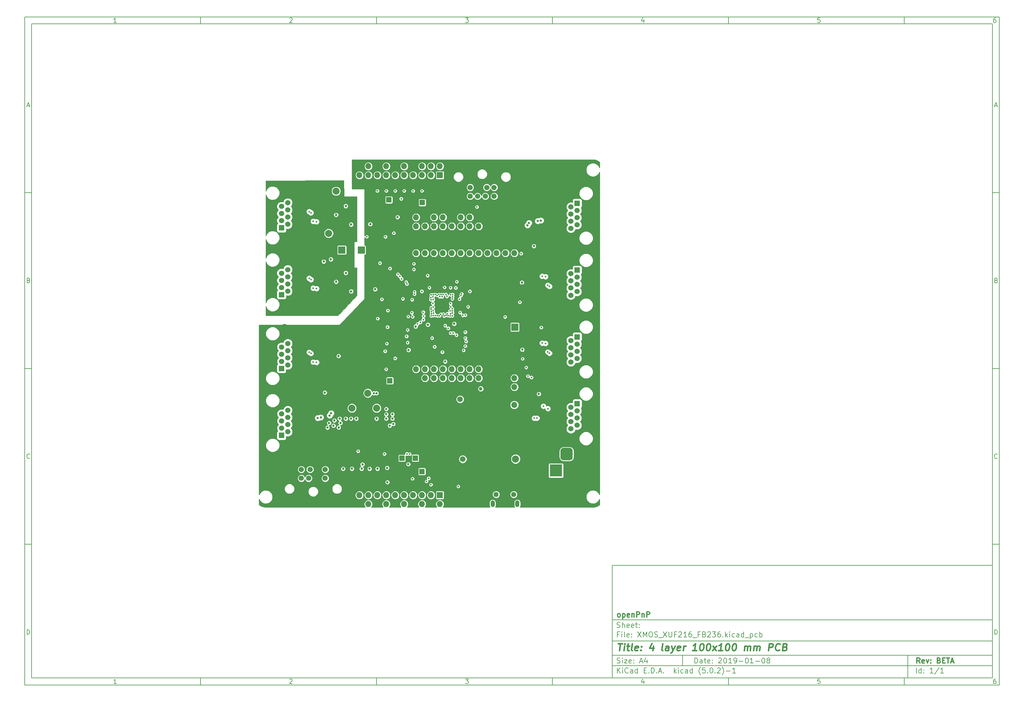
<source format=gbr>
G04 #@! TF.GenerationSoftware,KiCad,Pcbnew,(5.0.2)-1*
G04 #@! TF.CreationDate,2019-01-08T06:01:03+01:00*
G04 #@! TF.ProjectId,XMOS_XUF216_FB236,584d4f53-5f58-4554-9632-31365f464232,BETA*
G04 #@! TF.SameCoordinates,Original*
G04 #@! TF.FileFunction,Copper,L2,Inr*
G04 #@! TF.FilePolarity,Positive*
%FSLAX46Y46*%
G04 Gerber Fmt 4.6, Leading zero omitted, Abs format (unit mm)*
G04 Created by KiCad (PCBNEW (5.0.2)-1) date 2019-01-08 06:01:03*
%MOMM*%
%LPD*%
G01*
G04 APERTURE LIST*
%ADD10C,0.100000*%
%ADD11C,0.150000*%
%ADD12C,0.300000*%
%ADD13C,0.400000*%
G04 #@! TA.AperFunction,ViaPad*
%ADD14R,1.500000X1.500000*%
G04 #@! TD*
G04 #@! TA.AperFunction,ViaPad*
%ADD15C,1.500000*%
G04 #@! TD*
G04 #@! TA.AperFunction,ViaPad*
%ADD16C,2.000000*%
G04 #@! TD*
G04 #@! TA.AperFunction,ViaPad*
%ADD17O,1.700000X1.700000*%
G04 #@! TD*
G04 #@! TA.AperFunction,ViaPad*
%ADD18R,1.700000X1.700000*%
G04 #@! TD*
G04 #@! TA.AperFunction,ViaPad*
%ADD19R,3.500000X3.500000*%
G04 #@! TD*
G04 #@! TA.AperFunction,Conductor*
%ADD20C,0.100000*%
G04 #@! TD*
G04 #@! TA.AperFunction,ViaPad*
%ADD21C,3.000000*%
G04 #@! TD*
G04 #@! TA.AperFunction,ViaPad*
%ADD22C,3.500000*%
G04 #@! TD*
G04 #@! TA.AperFunction,ViaPad*
%ADD23O,1.727200X1.727200*%
G04 #@! TD*
G04 #@! TA.AperFunction,ViaPad*
%ADD24R,1.727200X1.727200*%
G04 #@! TD*
G04 #@! TA.AperFunction,ViaPad*
%ADD25C,1.600000*%
G04 #@! TD*
G04 #@! TA.AperFunction,ViaPad*
%ADD26R,1.600000X1.600000*%
G04 #@! TD*
G04 #@! TA.AperFunction,ViaPad*
%ADD27O,1.200000X1.900000*%
G04 #@! TD*
G04 #@! TA.AperFunction,ViaPad*
%ADD28C,1.450000*%
G04 #@! TD*
G04 #@! TA.AperFunction,ViaPad*
%ADD29R,2.000000X2.000000*%
G04 #@! TD*
G04 #@! TA.AperFunction,ViaPad*
%ADD30C,0.650000*%
G04 #@! TD*
G04 #@! TA.AperFunction,ViaPad*
%ADD31C,0.488200*%
G04 #@! TD*
G04 #@! TA.AperFunction,ViaPad*
%ADD32C,0.688200*%
G04 #@! TD*
G04 #@! TA.AperFunction,ViaPad*
%ADD33C,1.000000*%
G04 #@! TD*
G04 #@! TA.AperFunction,ViaPad*
%ADD34C,0.726200*%
G04 #@! TD*
G04 #@! TA.AperFunction,Conductor*
%ADD35C,0.254000*%
G04 #@! TD*
G04 APERTURE END LIST*
D10*
D11*
X177002200Y-166007200D02*
X177002200Y-198007200D01*
X285002200Y-198007200D01*
X285002200Y-166007200D01*
X177002200Y-166007200D01*
D10*
D11*
X10000000Y-10000000D02*
X10000000Y-200007200D01*
X287002200Y-200007200D01*
X287002200Y-10000000D01*
X10000000Y-10000000D01*
D10*
D11*
X12000000Y-12000000D02*
X12000000Y-198007200D01*
X285002200Y-198007200D01*
X285002200Y-12000000D01*
X12000000Y-12000000D01*
D10*
D11*
X60000000Y-12000000D02*
X60000000Y-10000000D01*
D10*
D11*
X110000000Y-12000000D02*
X110000000Y-10000000D01*
D10*
D11*
X160000000Y-12000000D02*
X160000000Y-10000000D01*
D10*
D11*
X210000000Y-12000000D02*
X210000000Y-10000000D01*
D10*
D11*
X260000000Y-12000000D02*
X260000000Y-10000000D01*
D10*
D11*
X36065476Y-11588095D02*
X35322619Y-11588095D01*
X35694047Y-11588095D02*
X35694047Y-10288095D01*
X35570238Y-10473809D01*
X35446428Y-10597619D01*
X35322619Y-10659523D01*
D10*
D11*
X85322619Y-10411904D02*
X85384523Y-10350000D01*
X85508333Y-10288095D01*
X85817857Y-10288095D01*
X85941666Y-10350000D01*
X86003571Y-10411904D01*
X86065476Y-10535714D01*
X86065476Y-10659523D01*
X86003571Y-10845238D01*
X85260714Y-11588095D01*
X86065476Y-11588095D01*
D10*
D11*
X135260714Y-10288095D02*
X136065476Y-10288095D01*
X135632142Y-10783333D01*
X135817857Y-10783333D01*
X135941666Y-10845238D01*
X136003571Y-10907142D01*
X136065476Y-11030952D01*
X136065476Y-11340476D01*
X136003571Y-11464285D01*
X135941666Y-11526190D01*
X135817857Y-11588095D01*
X135446428Y-11588095D01*
X135322619Y-11526190D01*
X135260714Y-11464285D01*
D10*
D11*
X185941666Y-10721428D02*
X185941666Y-11588095D01*
X185632142Y-10226190D02*
X185322619Y-11154761D01*
X186127380Y-11154761D01*
D10*
D11*
X236003571Y-10288095D02*
X235384523Y-10288095D01*
X235322619Y-10907142D01*
X235384523Y-10845238D01*
X235508333Y-10783333D01*
X235817857Y-10783333D01*
X235941666Y-10845238D01*
X236003571Y-10907142D01*
X236065476Y-11030952D01*
X236065476Y-11340476D01*
X236003571Y-11464285D01*
X235941666Y-11526190D01*
X235817857Y-11588095D01*
X235508333Y-11588095D01*
X235384523Y-11526190D01*
X235322619Y-11464285D01*
D10*
D11*
X285941666Y-10288095D02*
X285694047Y-10288095D01*
X285570238Y-10350000D01*
X285508333Y-10411904D01*
X285384523Y-10597619D01*
X285322619Y-10845238D01*
X285322619Y-11340476D01*
X285384523Y-11464285D01*
X285446428Y-11526190D01*
X285570238Y-11588095D01*
X285817857Y-11588095D01*
X285941666Y-11526190D01*
X286003571Y-11464285D01*
X286065476Y-11340476D01*
X286065476Y-11030952D01*
X286003571Y-10907142D01*
X285941666Y-10845238D01*
X285817857Y-10783333D01*
X285570238Y-10783333D01*
X285446428Y-10845238D01*
X285384523Y-10907142D01*
X285322619Y-11030952D01*
D10*
D11*
X60000000Y-198007200D02*
X60000000Y-200007200D01*
D10*
D11*
X110000000Y-198007200D02*
X110000000Y-200007200D01*
D10*
D11*
X160000000Y-198007200D02*
X160000000Y-200007200D01*
D10*
D11*
X210000000Y-198007200D02*
X210000000Y-200007200D01*
D10*
D11*
X260000000Y-198007200D02*
X260000000Y-200007200D01*
D10*
D11*
X36065476Y-199595295D02*
X35322619Y-199595295D01*
X35694047Y-199595295D02*
X35694047Y-198295295D01*
X35570238Y-198481009D01*
X35446428Y-198604819D01*
X35322619Y-198666723D01*
D10*
D11*
X85322619Y-198419104D02*
X85384523Y-198357200D01*
X85508333Y-198295295D01*
X85817857Y-198295295D01*
X85941666Y-198357200D01*
X86003571Y-198419104D01*
X86065476Y-198542914D01*
X86065476Y-198666723D01*
X86003571Y-198852438D01*
X85260714Y-199595295D01*
X86065476Y-199595295D01*
D10*
D11*
X135260714Y-198295295D02*
X136065476Y-198295295D01*
X135632142Y-198790533D01*
X135817857Y-198790533D01*
X135941666Y-198852438D01*
X136003571Y-198914342D01*
X136065476Y-199038152D01*
X136065476Y-199347676D01*
X136003571Y-199471485D01*
X135941666Y-199533390D01*
X135817857Y-199595295D01*
X135446428Y-199595295D01*
X135322619Y-199533390D01*
X135260714Y-199471485D01*
D10*
D11*
X185941666Y-198728628D02*
X185941666Y-199595295D01*
X185632142Y-198233390D02*
X185322619Y-199161961D01*
X186127380Y-199161961D01*
D10*
D11*
X236003571Y-198295295D02*
X235384523Y-198295295D01*
X235322619Y-198914342D01*
X235384523Y-198852438D01*
X235508333Y-198790533D01*
X235817857Y-198790533D01*
X235941666Y-198852438D01*
X236003571Y-198914342D01*
X236065476Y-199038152D01*
X236065476Y-199347676D01*
X236003571Y-199471485D01*
X235941666Y-199533390D01*
X235817857Y-199595295D01*
X235508333Y-199595295D01*
X235384523Y-199533390D01*
X235322619Y-199471485D01*
D10*
D11*
X285941666Y-198295295D02*
X285694047Y-198295295D01*
X285570238Y-198357200D01*
X285508333Y-198419104D01*
X285384523Y-198604819D01*
X285322619Y-198852438D01*
X285322619Y-199347676D01*
X285384523Y-199471485D01*
X285446428Y-199533390D01*
X285570238Y-199595295D01*
X285817857Y-199595295D01*
X285941666Y-199533390D01*
X286003571Y-199471485D01*
X286065476Y-199347676D01*
X286065476Y-199038152D01*
X286003571Y-198914342D01*
X285941666Y-198852438D01*
X285817857Y-198790533D01*
X285570238Y-198790533D01*
X285446428Y-198852438D01*
X285384523Y-198914342D01*
X285322619Y-199038152D01*
D10*
D11*
X10000000Y-60000000D02*
X12000000Y-60000000D01*
D10*
D11*
X10000000Y-110000000D02*
X12000000Y-110000000D01*
D10*
D11*
X10000000Y-160000000D02*
X12000000Y-160000000D01*
D10*
D11*
X10690476Y-35216666D02*
X11309523Y-35216666D01*
X10566666Y-35588095D02*
X11000000Y-34288095D01*
X11433333Y-35588095D01*
D10*
D11*
X11092857Y-84907142D02*
X11278571Y-84969047D01*
X11340476Y-85030952D01*
X11402380Y-85154761D01*
X11402380Y-85340476D01*
X11340476Y-85464285D01*
X11278571Y-85526190D01*
X11154761Y-85588095D01*
X10659523Y-85588095D01*
X10659523Y-84288095D01*
X11092857Y-84288095D01*
X11216666Y-84350000D01*
X11278571Y-84411904D01*
X11340476Y-84535714D01*
X11340476Y-84659523D01*
X11278571Y-84783333D01*
X11216666Y-84845238D01*
X11092857Y-84907142D01*
X10659523Y-84907142D01*
D10*
D11*
X11402380Y-135464285D02*
X11340476Y-135526190D01*
X11154761Y-135588095D01*
X11030952Y-135588095D01*
X10845238Y-135526190D01*
X10721428Y-135402380D01*
X10659523Y-135278571D01*
X10597619Y-135030952D01*
X10597619Y-134845238D01*
X10659523Y-134597619D01*
X10721428Y-134473809D01*
X10845238Y-134350000D01*
X11030952Y-134288095D01*
X11154761Y-134288095D01*
X11340476Y-134350000D01*
X11402380Y-134411904D01*
D10*
D11*
X10659523Y-185588095D02*
X10659523Y-184288095D01*
X10969047Y-184288095D01*
X11154761Y-184350000D01*
X11278571Y-184473809D01*
X11340476Y-184597619D01*
X11402380Y-184845238D01*
X11402380Y-185030952D01*
X11340476Y-185278571D01*
X11278571Y-185402380D01*
X11154761Y-185526190D01*
X10969047Y-185588095D01*
X10659523Y-185588095D01*
D10*
D11*
X287002200Y-60000000D02*
X285002200Y-60000000D01*
D10*
D11*
X287002200Y-110000000D02*
X285002200Y-110000000D01*
D10*
D11*
X287002200Y-160000000D02*
X285002200Y-160000000D01*
D10*
D11*
X285692676Y-35216666D02*
X286311723Y-35216666D01*
X285568866Y-35588095D02*
X286002200Y-34288095D01*
X286435533Y-35588095D01*
D10*
D11*
X286095057Y-84907142D02*
X286280771Y-84969047D01*
X286342676Y-85030952D01*
X286404580Y-85154761D01*
X286404580Y-85340476D01*
X286342676Y-85464285D01*
X286280771Y-85526190D01*
X286156961Y-85588095D01*
X285661723Y-85588095D01*
X285661723Y-84288095D01*
X286095057Y-84288095D01*
X286218866Y-84350000D01*
X286280771Y-84411904D01*
X286342676Y-84535714D01*
X286342676Y-84659523D01*
X286280771Y-84783333D01*
X286218866Y-84845238D01*
X286095057Y-84907142D01*
X285661723Y-84907142D01*
D10*
D11*
X286404580Y-135464285D02*
X286342676Y-135526190D01*
X286156961Y-135588095D01*
X286033152Y-135588095D01*
X285847438Y-135526190D01*
X285723628Y-135402380D01*
X285661723Y-135278571D01*
X285599819Y-135030952D01*
X285599819Y-134845238D01*
X285661723Y-134597619D01*
X285723628Y-134473809D01*
X285847438Y-134350000D01*
X286033152Y-134288095D01*
X286156961Y-134288095D01*
X286342676Y-134350000D01*
X286404580Y-134411904D01*
D10*
D11*
X285661723Y-185588095D02*
X285661723Y-184288095D01*
X285971247Y-184288095D01*
X286156961Y-184350000D01*
X286280771Y-184473809D01*
X286342676Y-184597619D01*
X286404580Y-184845238D01*
X286404580Y-185030952D01*
X286342676Y-185278571D01*
X286280771Y-185402380D01*
X286156961Y-185526190D01*
X285971247Y-185588095D01*
X285661723Y-185588095D01*
D10*
D11*
X200434342Y-193785771D02*
X200434342Y-192285771D01*
X200791485Y-192285771D01*
X201005771Y-192357200D01*
X201148628Y-192500057D01*
X201220057Y-192642914D01*
X201291485Y-192928628D01*
X201291485Y-193142914D01*
X201220057Y-193428628D01*
X201148628Y-193571485D01*
X201005771Y-193714342D01*
X200791485Y-193785771D01*
X200434342Y-193785771D01*
X202577200Y-193785771D02*
X202577200Y-193000057D01*
X202505771Y-192857200D01*
X202362914Y-192785771D01*
X202077200Y-192785771D01*
X201934342Y-192857200D01*
X202577200Y-193714342D02*
X202434342Y-193785771D01*
X202077200Y-193785771D01*
X201934342Y-193714342D01*
X201862914Y-193571485D01*
X201862914Y-193428628D01*
X201934342Y-193285771D01*
X202077200Y-193214342D01*
X202434342Y-193214342D01*
X202577200Y-193142914D01*
X203077200Y-192785771D02*
X203648628Y-192785771D01*
X203291485Y-192285771D02*
X203291485Y-193571485D01*
X203362914Y-193714342D01*
X203505771Y-193785771D01*
X203648628Y-193785771D01*
X204720057Y-193714342D02*
X204577200Y-193785771D01*
X204291485Y-193785771D01*
X204148628Y-193714342D01*
X204077200Y-193571485D01*
X204077200Y-193000057D01*
X204148628Y-192857200D01*
X204291485Y-192785771D01*
X204577200Y-192785771D01*
X204720057Y-192857200D01*
X204791485Y-193000057D01*
X204791485Y-193142914D01*
X204077200Y-193285771D01*
X205434342Y-193642914D02*
X205505771Y-193714342D01*
X205434342Y-193785771D01*
X205362914Y-193714342D01*
X205434342Y-193642914D01*
X205434342Y-193785771D01*
X205434342Y-192857200D02*
X205505771Y-192928628D01*
X205434342Y-193000057D01*
X205362914Y-192928628D01*
X205434342Y-192857200D01*
X205434342Y-193000057D01*
X207220057Y-192428628D02*
X207291485Y-192357200D01*
X207434342Y-192285771D01*
X207791485Y-192285771D01*
X207934342Y-192357200D01*
X208005771Y-192428628D01*
X208077200Y-192571485D01*
X208077200Y-192714342D01*
X208005771Y-192928628D01*
X207148628Y-193785771D01*
X208077200Y-193785771D01*
X209005771Y-192285771D02*
X209148628Y-192285771D01*
X209291485Y-192357200D01*
X209362914Y-192428628D01*
X209434342Y-192571485D01*
X209505771Y-192857200D01*
X209505771Y-193214342D01*
X209434342Y-193500057D01*
X209362914Y-193642914D01*
X209291485Y-193714342D01*
X209148628Y-193785771D01*
X209005771Y-193785771D01*
X208862914Y-193714342D01*
X208791485Y-193642914D01*
X208720057Y-193500057D01*
X208648628Y-193214342D01*
X208648628Y-192857200D01*
X208720057Y-192571485D01*
X208791485Y-192428628D01*
X208862914Y-192357200D01*
X209005771Y-192285771D01*
X210934342Y-193785771D02*
X210077200Y-193785771D01*
X210505771Y-193785771D02*
X210505771Y-192285771D01*
X210362914Y-192500057D01*
X210220057Y-192642914D01*
X210077200Y-192714342D01*
X211648628Y-193785771D02*
X211934342Y-193785771D01*
X212077200Y-193714342D01*
X212148628Y-193642914D01*
X212291485Y-193428628D01*
X212362914Y-193142914D01*
X212362914Y-192571485D01*
X212291485Y-192428628D01*
X212220057Y-192357200D01*
X212077200Y-192285771D01*
X211791485Y-192285771D01*
X211648628Y-192357200D01*
X211577200Y-192428628D01*
X211505771Y-192571485D01*
X211505771Y-192928628D01*
X211577200Y-193071485D01*
X211648628Y-193142914D01*
X211791485Y-193214342D01*
X212077200Y-193214342D01*
X212220057Y-193142914D01*
X212291485Y-193071485D01*
X212362914Y-192928628D01*
X213005771Y-193214342D02*
X214148628Y-193214342D01*
X215148628Y-192285771D02*
X215291485Y-192285771D01*
X215434342Y-192357200D01*
X215505771Y-192428628D01*
X215577200Y-192571485D01*
X215648628Y-192857200D01*
X215648628Y-193214342D01*
X215577200Y-193500057D01*
X215505771Y-193642914D01*
X215434342Y-193714342D01*
X215291485Y-193785771D01*
X215148628Y-193785771D01*
X215005771Y-193714342D01*
X214934342Y-193642914D01*
X214862914Y-193500057D01*
X214791485Y-193214342D01*
X214791485Y-192857200D01*
X214862914Y-192571485D01*
X214934342Y-192428628D01*
X215005771Y-192357200D01*
X215148628Y-192285771D01*
X217077200Y-193785771D02*
X216220057Y-193785771D01*
X216648628Y-193785771D02*
X216648628Y-192285771D01*
X216505771Y-192500057D01*
X216362914Y-192642914D01*
X216220057Y-192714342D01*
X217720057Y-193214342D02*
X218862914Y-193214342D01*
X219862914Y-192285771D02*
X220005771Y-192285771D01*
X220148628Y-192357200D01*
X220220057Y-192428628D01*
X220291485Y-192571485D01*
X220362914Y-192857200D01*
X220362914Y-193214342D01*
X220291485Y-193500057D01*
X220220057Y-193642914D01*
X220148628Y-193714342D01*
X220005771Y-193785771D01*
X219862914Y-193785771D01*
X219720057Y-193714342D01*
X219648628Y-193642914D01*
X219577200Y-193500057D01*
X219505771Y-193214342D01*
X219505771Y-192857200D01*
X219577200Y-192571485D01*
X219648628Y-192428628D01*
X219720057Y-192357200D01*
X219862914Y-192285771D01*
X221220057Y-192928628D02*
X221077200Y-192857200D01*
X221005771Y-192785771D01*
X220934342Y-192642914D01*
X220934342Y-192571485D01*
X221005771Y-192428628D01*
X221077200Y-192357200D01*
X221220057Y-192285771D01*
X221505771Y-192285771D01*
X221648628Y-192357200D01*
X221720057Y-192428628D01*
X221791485Y-192571485D01*
X221791485Y-192642914D01*
X221720057Y-192785771D01*
X221648628Y-192857200D01*
X221505771Y-192928628D01*
X221220057Y-192928628D01*
X221077200Y-193000057D01*
X221005771Y-193071485D01*
X220934342Y-193214342D01*
X220934342Y-193500057D01*
X221005771Y-193642914D01*
X221077200Y-193714342D01*
X221220057Y-193785771D01*
X221505771Y-193785771D01*
X221648628Y-193714342D01*
X221720057Y-193642914D01*
X221791485Y-193500057D01*
X221791485Y-193214342D01*
X221720057Y-193071485D01*
X221648628Y-193000057D01*
X221505771Y-192928628D01*
D10*
D11*
X177002200Y-194507200D02*
X285002200Y-194507200D01*
D10*
D11*
X178434342Y-196585771D02*
X178434342Y-195085771D01*
X179291485Y-196585771D02*
X178648628Y-195728628D01*
X179291485Y-195085771D02*
X178434342Y-195942914D01*
X179934342Y-196585771D02*
X179934342Y-195585771D01*
X179934342Y-195085771D02*
X179862914Y-195157200D01*
X179934342Y-195228628D01*
X180005771Y-195157200D01*
X179934342Y-195085771D01*
X179934342Y-195228628D01*
X181505771Y-196442914D02*
X181434342Y-196514342D01*
X181220057Y-196585771D01*
X181077200Y-196585771D01*
X180862914Y-196514342D01*
X180720057Y-196371485D01*
X180648628Y-196228628D01*
X180577200Y-195942914D01*
X180577200Y-195728628D01*
X180648628Y-195442914D01*
X180720057Y-195300057D01*
X180862914Y-195157200D01*
X181077200Y-195085771D01*
X181220057Y-195085771D01*
X181434342Y-195157200D01*
X181505771Y-195228628D01*
X182791485Y-196585771D02*
X182791485Y-195800057D01*
X182720057Y-195657200D01*
X182577200Y-195585771D01*
X182291485Y-195585771D01*
X182148628Y-195657200D01*
X182791485Y-196514342D02*
X182648628Y-196585771D01*
X182291485Y-196585771D01*
X182148628Y-196514342D01*
X182077200Y-196371485D01*
X182077200Y-196228628D01*
X182148628Y-196085771D01*
X182291485Y-196014342D01*
X182648628Y-196014342D01*
X182791485Y-195942914D01*
X184148628Y-196585771D02*
X184148628Y-195085771D01*
X184148628Y-196514342D02*
X184005771Y-196585771D01*
X183720057Y-196585771D01*
X183577200Y-196514342D01*
X183505771Y-196442914D01*
X183434342Y-196300057D01*
X183434342Y-195871485D01*
X183505771Y-195728628D01*
X183577200Y-195657200D01*
X183720057Y-195585771D01*
X184005771Y-195585771D01*
X184148628Y-195657200D01*
X186005771Y-195800057D02*
X186505771Y-195800057D01*
X186720057Y-196585771D02*
X186005771Y-196585771D01*
X186005771Y-195085771D01*
X186720057Y-195085771D01*
X187362914Y-196442914D02*
X187434342Y-196514342D01*
X187362914Y-196585771D01*
X187291485Y-196514342D01*
X187362914Y-196442914D01*
X187362914Y-196585771D01*
X188077200Y-196585771D02*
X188077200Y-195085771D01*
X188434342Y-195085771D01*
X188648628Y-195157200D01*
X188791485Y-195300057D01*
X188862914Y-195442914D01*
X188934342Y-195728628D01*
X188934342Y-195942914D01*
X188862914Y-196228628D01*
X188791485Y-196371485D01*
X188648628Y-196514342D01*
X188434342Y-196585771D01*
X188077200Y-196585771D01*
X189577200Y-196442914D02*
X189648628Y-196514342D01*
X189577200Y-196585771D01*
X189505771Y-196514342D01*
X189577200Y-196442914D01*
X189577200Y-196585771D01*
X190220057Y-196157200D02*
X190934342Y-196157200D01*
X190077200Y-196585771D02*
X190577200Y-195085771D01*
X191077200Y-196585771D01*
X191577200Y-196442914D02*
X191648628Y-196514342D01*
X191577200Y-196585771D01*
X191505771Y-196514342D01*
X191577200Y-196442914D01*
X191577200Y-196585771D01*
X194577200Y-196585771D02*
X194577200Y-195085771D01*
X194720057Y-196014342D02*
X195148628Y-196585771D01*
X195148628Y-195585771D02*
X194577200Y-196157200D01*
X195791485Y-196585771D02*
X195791485Y-195585771D01*
X195791485Y-195085771D02*
X195720057Y-195157200D01*
X195791485Y-195228628D01*
X195862914Y-195157200D01*
X195791485Y-195085771D01*
X195791485Y-195228628D01*
X197148628Y-196514342D02*
X197005771Y-196585771D01*
X196720057Y-196585771D01*
X196577200Y-196514342D01*
X196505771Y-196442914D01*
X196434342Y-196300057D01*
X196434342Y-195871485D01*
X196505771Y-195728628D01*
X196577200Y-195657200D01*
X196720057Y-195585771D01*
X197005771Y-195585771D01*
X197148628Y-195657200D01*
X198434342Y-196585771D02*
X198434342Y-195800057D01*
X198362914Y-195657200D01*
X198220057Y-195585771D01*
X197934342Y-195585771D01*
X197791485Y-195657200D01*
X198434342Y-196514342D02*
X198291485Y-196585771D01*
X197934342Y-196585771D01*
X197791485Y-196514342D01*
X197720057Y-196371485D01*
X197720057Y-196228628D01*
X197791485Y-196085771D01*
X197934342Y-196014342D01*
X198291485Y-196014342D01*
X198434342Y-195942914D01*
X199791485Y-196585771D02*
X199791485Y-195085771D01*
X199791485Y-196514342D02*
X199648628Y-196585771D01*
X199362914Y-196585771D01*
X199220057Y-196514342D01*
X199148628Y-196442914D01*
X199077200Y-196300057D01*
X199077200Y-195871485D01*
X199148628Y-195728628D01*
X199220057Y-195657200D01*
X199362914Y-195585771D01*
X199648628Y-195585771D01*
X199791485Y-195657200D01*
X202077200Y-197157200D02*
X202005771Y-197085771D01*
X201862914Y-196871485D01*
X201791485Y-196728628D01*
X201720057Y-196514342D01*
X201648628Y-196157200D01*
X201648628Y-195871485D01*
X201720057Y-195514342D01*
X201791485Y-195300057D01*
X201862914Y-195157200D01*
X202005771Y-194942914D01*
X202077200Y-194871485D01*
X203362914Y-195085771D02*
X202648628Y-195085771D01*
X202577200Y-195800057D01*
X202648628Y-195728628D01*
X202791485Y-195657200D01*
X203148628Y-195657200D01*
X203291485Y-195728628D01*
X203362914Y-195800057D01*
X203434342Y-195942914D01*
X203434342Y-196300057D01*
X203362914Y-196442914D01*
X203291485Y-196514342D01*
X203148628Y-196585771D01*
X202791485Y-196585771D01*
X202648628Y-196514342D01*
X202577200Y-196442914D01*
X204077200Y-196442914D02*
X204148628Y-196514342D01*
X204077200Y-196585771D01*
X204005771Y-196514342D01*
X204077200Y-196442914D01*
X204077200Y-196585771D01*
X205077200Y-195085771D02*
X205220057Y-195085771D01*
X205362914Y-195157200D01*
X205434342Y-195228628D01*
X205505771Y-195371485D01*
X205577200Y-195657200D01*
X205577200Y-196014342D01*
X205505771Y-196300057D01*
X205434342Y-196442914D01*
X205362914Y-196514342D01*
X205220057Y-196585771D01*
X205077200Y-196585771D01*
X204934342Y-196514342D01*
X204862914Y-196442914D01*
X204791485Y-196300057D01*
X204720057Y-196014342D01*
X204720057Y-195657200D01*
X204791485Y-195371485D01*
X204862914Y-195228628D01*
X204934342Y-195157200D01*
X205077200Y-195085771D01*
X206220057Y-196442914D02*
X206291485Y-196514342D01*
X206220057Y-196585771D01*
X206148628Y-196514342D01*
X206220057Y-196442914D01*
X206220057Y-196585771D01*
X206862914Y-195228628D02*
X206934342Y-195157200D01*
X207077200Y-195085771D01*
X207434342Y-195085771D01*
X207577200Y-195157200D01*
X207648628Y-195228628D01*
X207720057Y-195371485D01*
X207720057Y-195514342D01*
X207648628Y-195728628D01*
X206791485Y-196585771D01*
X207720057Y-196585771D01*
X208220057Y-197157200D02*
X208291485Y-197085771D01*
X208434342Y-196871485D01*
X208505771Y-196728628D01*
X208577200Y-196514342D01*
X208648628Y-196157200D01*
X208648628Y-195871485D01*
X208577200Y-195514342D01*
X208505771Y-195300057D01*
X208434342Y-195157200D01*
X208291485Y-194942914D01*
X208220057Y-194871485D01*
X209362914Y-196014342D02*
X210505771Y-196014342D01*
X212005771Y-196585771D02*
X211148628Y-196585771D01*
X211577200Y-196585771D02*
X211577200Y-195085771D01*
X211434342Y-195300057D01*
X211291485Y-195442914D01*
X211148628Y-195514342D01*
D10*
D11*
X177002200Y-191507200D02*
X285002200Y-191507200D01*
D10*
D12*
X264411485Y-193785771D02*
X263911485Y-193071485D01*
X263554342Y-193785771D02*
X263554342Y-192285771D01*
X264125771Y-192285771D01*
X264268628Y-192357200D01*
X264340057Y-192428628D01*
X264411485Y-192571485D01*
X264411485Y-192785771D01*
X264340057Y-192928628D01*
X264268628Y-193000057D01*
X264125771Y-193071485D01*
X263554342Y-193071485D01*
X265625771Y-193714342D02*
X265482914Y-193785771D01*
X265197200Y-193785771D01*
X265054342Y-193714342D01*
X264982914Y-193571485D01*
X264982914Y-193000057D01*
X265054342Y-192857200D01*
X265197200Y-192785771D01*
X265482914Y-192785771D01*
X265625771Y-192857200D01*
X265697200Y-193000057D01*
X265697200Y-193142914D01*
X264982914Y-193285771D01*
X266197200Y-192785771D02*
X266554342Y-193785771D01*
X266911485Y-192785771D01*
X267482914Y-193642914D02*
X267554342Y-193714342D01*
X267482914Y-193785771D01*
X267411485Y-193714342D01*
X267482914Y-193642914D01*
X267482914Y-193785771D01*
X267482914Y-192857200D02*
X267554342Y-192928628D01*
X267482914Y-193000057D01*
X267411485Y-192928628D01*
X267482914Y-192857200D01*
X267482914Y-193000057D01*
X269840057Y-193000057D02*
X270054342Y-193071485D01*
X270125771Y-193142914D01*
X270197200Y-193285771D01*
X270197200Y-193500057D01*
X270125771Y-193642914D01*
X270054342Y-193714342D01*
X269911485Y-193785771D01*
X269340057Y-193785771D01*
X269340057Y-192285771D01*
X269840057Y-192285771D01*
X269982914Y-192357200D01*
X270054342Y-192428628D01*
X270125771Y-192571485D01*
X270125771Y-192714342D01*
X270054342Y-192857200D01*
X269982914Y-192928628D01*
X269840057Y-193000057D01*
X269340057Y-193000057D01*
X270840057Y-193000057D02*
X271340057Y-193000057D01*
X271554342Y-193785771D02*
X270840057Y-193785771D01*
X270840057Y-192285771D01*
X271554342Y-192285771D01*
X271982914Y-192285771D02*
X272840057Y-192285771D01*
X272411485Y-193785771D02*
X272411485Y-192285771D01*
X273268628Y-193357200D02*
X273982914Y-193357200D01*
X273125771Y-193785771D02*
X273625771Y-192285771D01*
X274125771Y-193785771D01*
D10*
D11*
X178362914Y-193714342D02*
X178577200Y-193785771D01*
X178934342Y-193785771D01*
X179077200Y-193714342D01*
X179148628Y-193642914D01*
X179220057Y-193500057D01*
X179220057Y-193357200D01*
X179148628Y-193214342D01*
X179077200Y-193142914D01*
X178934342Y-193071485D01*
X178648628Y-193000057D01*
X178505771Y-192928628D01*
X178434342Y-192857200D01*
X178362914Y-192714342D01*
X178362914Y-192571485D01*
X178434342Y-192428628D01*
X178505771Y-192357200D01*
X178648628Y-192285771D01*
X179005771Y-192285771D01*
X179220057Y-192357200D01*
X179862914Y-193785771D02*
X179862914Y-192785771D01*
X179862914Y-192285771D02*
X179791485Y-192357200D01*
X179862914Y-192428628D01*
X179934342Y-192357200D01*
X179862914Y-192285771D01*
X179862914Y-192428628D01*
X180434342Y-192785771D02*
X181220057Y-192785771D01*
X180434342Y-193785771D01*
X181220057Y-193785771D01*
X182362914Y-193714342D02*
X182220057Y-193785771D01*
X181934342Y-193785771D01*
X181791485Y-193714342D01*
X181720057Y-193571485D01*
X181720057Y-193000057D01*
X181791485Y-192857200D01*
X181934342Y-192785771D01*
X182220057Y-192785771D01*
X182362914Y-192857200D01*
X182434342Y-193000057D01*
X182434342Y-193142914D01*
X181720057Y-193285771D01*
X183077200Y-193642914D02*
X183148628Y-193714342D01*
X183077200Y-193785771D01*
X183005771Y-193714342D01*
X183077200Y-193642914D01*
X183077200Y-193785771D01*
X183077200Y-192857200D02*
X183148628Y-192928628D01*
X183077200Y-193000057D01*
X183005771Y-192928628D01*
X183077200Y-192857200D01*
X183077200Y-193000057D01*
X184862914Y-193357200D02*
X185577200Y-193357200D01*
X184720057Y-193785771D02*
X185220057Y-192285771D01*
X185720057Y-193785771D01*
X186862914Y-192785771D02*
X186862914Y-193785771D01*
X186505771Y-192214342D02*
X186148628Y-193285771D01*
X187077200Y-193285771D01*
D10*
D11*
X263434342Y-196585771D02*
X263434342Y-195085771D01*
X264791485Y-196585771D02*
X264791485Y-195085771D01*
X264791485Y-196514342D02*
X264648628Y-196585771D01*
X264362914Y-196585771D01*
X264220057Y-196514342D01*
X264148628Y-196442914D01*
X264077200Y-196300057D01*
X264077200Y-195871485D01*
X264148628Y-195728628D01*
X264220057Y-195657200D01*
X264362914Y-195585771D01*
X264648628Y-195585771D01*
X264791485Y-195657200D01*
X265505771Y-196442914D02*
X265577200Y-196514342D01*
X265505771Y-196585771D01*
X265434342Y-196514342D01*
X265505771Y-196442914D01*
X265505771Y-196585771D01*
X265505771Y-195657200D02*
X265577200Y-195728628D01*
X265505771Y-195800057D01*
X265434342Y-195728628D01*
X265505771Y-195657200D01*
X265505771Y-195800057D01*
X268148628Y-196585771D02*
X267291485Y-196585771D01*
X267720057Y-196585771D02*
X267720057Y-195085771D01*
X267577200Y-195300057D01*
X267434342Y-195442914D01*
X267291485Y-195514342D01*
X269862914Y-195014342D02*
X268577200Y-196942914D01*
X271148628Y-196585771D02*
X270291485Y-196585771D01*
X270720057Y-196585771D02*
X270720057Y-195085771D01*
X270577200Y-195300057D01*
X270434342Y-195442914D01*
X270291485Y-195514342D01*
D10*
D11*
X177002200Y-187507200D02*
X285002200Y-187507200D01*
D10*
D13*
X178714580Y-188211961D02*
X179857438Y-188211961D01*
X179036009Y-190211961D02*
X179286009Y-188211961D01*
X180274104Y-190211961D02*
X180440771Y-188878628D01*
X180524104Y-188211961D02*
X180416961Y-188307200D01*
X180500295Y-188402438D01*
X180607438Y-188307200D01*
X180524104Y-188211961D01*
X180500295Y-188402438D01*
X181107438Y-188878628D02*
X181869342Y-188878628D01*
X181476485Y-188211961D02*
X181262200Y-189926247D01*
X181333628Y-190116723D01*
X181512200Y-190211961D01*
X181702676Y-190211961D01*
X182655057Y-190211961D02*
X182476485Y-190116723D01*
X182405057Y-189926247D01*
X182619342Y-188211961D01*
X184190771Y-190116723D02*
X183988390Y-190211961D01*
X183607438Y-190211961D01*
X183428866Y-190116723D01*
X183357438Y-189926247D01*
X183452676Y-189164342D01*
X183571723Y-188973866D01*
X183774104Y-188878628D01*
X184155057Y-188878628D01*
X184333628Y-188973866D01*
X184405057Y-189164342D01*
X184381247Y-189354819D01*
X183405057Y-189545295D01*
X185155057Y-190021485D02*
X185238390Y-190116723D01*
X185131247Y-190211961D01*
X185047914Y-190116723D01*
X185155057Y-190021485D01*
X185131247Y-190211961D01*
X185286009Y-188973866D02*
X185369342Y-189069104D01*
X185262200Y-189164342D01*
X185178866Y-189069104D01*
X185286009Y-188973866D01*
X185262200Y-189164342D01*
X188631247Y-188878628D02*
X188464580Y-190211961D01*
X188250295Y-188116723D02*
X187595533Y-189545295D01*
X188833628Y-189545295D01*
X191321723Y-190211961D02*
X191143152Y-190116723D01*
X191071723Y-189926247D01*
X191286009Y-188211961D01*
X192940771Y-190211961D02*
X193071723Y-189164342D01*
X193000295Y-188973866D01*
X192821723Y-188878628D01*
X192440771Y-188878628D01*
X192238390Y-188973866D01*
X192952676Y-190116723D02*
X192750295Y-190211961D01*
X192274104Y-190211961D01*
X192095533Y-190116723D01*
X192024104Y-189926247D01*
X192047914Y-189735771D01*
X192166961Y-189545295D01*
X192369342Y-189450057D01*
X192845533Y-189450057D01*
X193047914Y-189354819D01*
X193869342Y-188878628D02*
X194178866Y-190211961D01*
X194821723Y-188878628D02*
X194178866Y-190211961D01*
X193928866Y-190688152D01*
X193821723Y-190783390D01*
X193619342Y-190878628D01*
X196190771Y-190116723D02*
X195988390Y-190211961D01*
X195607438Y-190211961D01*
X195428866Y-190116723D01*
X195357438Y-189926247D01*
X195452676Y-189164342D01*
X195571723Y-188973866D01*
X195774104Y-188878628D01*
X196155057Y-188878628D01*
X196333628Y-188973866D01*
X196405057Y-189164342D01*
X196381247Y-189354819D01*
X195405057Y-189545295D01*
X197131247Y-190211961D02*
X197297914Y-188878628D01*
X197250295Y-189259580D02*
X197369342Y-189069104D01*
X197476485Y-188973866D01*
X197678866Y-188878628D01*
X197869342Y-188878628D01*
X200940771Y-190211961D02*
X199797914Y-190211961D01*
X200369342Y-190211961D02*
X200619342Y-188211961D01*
X200393152Y-188497676D01*
X200178866Y-188688152D01*
X199976485Y-188783390D01*
X202428866Y-188211961D02*
X202619342Y-188211961D01*
X202797914Y-188307200D01*
X202881247Y-188402438D01*
X202952676Y-188592914D01*
X203000295Y-188973866D01*
X202940771Y-189450057D01*
X202797914Y-189831009D01*
X202678866Y-190021485D01*
X202571723Y-190116723D01*
X202369342Y-190211961D01*
X202178866Y-190211961D01*
X202000295Y-190116723D01*
X201916961Y-190021485D01*
X201845533Y-189831009D01*
X201797914Y-189450057D01*
X201857438Y-188973866D01*
X202000295Y-188592914D01*
X202119342Y-188402438D01*
X202226485Y-188307200D01*
X202428866Y-188211961D01*
X204333628Y-188211961D02*
X204524104Y-188211961D01*
X204702676Y-188307200D01*
X204786009Y-188402438D01*
X204857438Y-188592914D01*
X204905057Y-188973866D01*
X204845533Y-189450057D01*
X204702676Y-189831009D01*
X204583628Y-190021485D01*
X204476485Y-190116723D01*
X204274104Y-190211961D01*
X204083628Y-190211961D01*
X203905057Y-190116723D01*
X203821723Y-190021485D01*
X203750295Y-189831009D01*
X203702676Y-189450057D01*
X203762200Y-188973866D01*
X203905057Y-188592914D01*
X204024104Y-188402438D01*
X204131247Y-188307200D01*
X204333628Y-188211961D01*
X205416961Y-190211961D02*
X206631247Y-188878628D01*
X205583628Y-188878628D02*
X206464580Y-190211961D01*
X208274104Y-190211961D02*
X207131247Y-190211961D01*
X207702676Y-190211961D02*
X207952676Y-188211961D01*
X207726485Y-188497676D01*
X207512200Y-188688152D01*
X207309819Y-188783390D01*
X209762200Y-188211961D02*
X209952676Y-188211961D01*
X210131247Y-188307200D01*
X210214580Y-188402438D01*
X210286009Y-188592914D01*
X210333628Y-188973866D01*
X210274104Y-189450057D01*
X210131247Y-189831009D01*
X210012200Y-190021485D01*
X209905057Y-190116723D01*
X209702676Y-190211961D01*
X209512200Y-190211961D01*
X209333628Y-190116723D01*
X209250295Y-190021485D01*
X209178866Y-189831009D01*
X209131247Y-189450057D01*
X209190771Y-188973866D01*
X209333628Y-188592914D01*
X209452676Y-188402438D01*
X209559819Y-188307200D01*
X209762200Y-188211961D01*
X211666961Y-188211961D02*
X211857438Y-188211961D01*
X212036009Y-188307200D01*
X212119342Y-188402438D01*
X212190771Y-188592914D01*
X212238390Y-188973866D01*
X212178866Y-189450057D01*
X212036009Y-189831009D01*
X211916961Y-190021485D01*
X211809819Y-190116723D01*
X211607438Y-190211961D01*
X211416961Y-190211961D01*
X211238390Y-190116723D01*
X211155057Y-190021485D01*
X211083628Y-189831009D01*
X211036009Y-189450057D01*
X211095533Y-188973866D01*
X211238390Y-188592914D01*
X211357438Y-188402438D01*
X211464580Y-188307200D01*
X211666961Y-188211961D01*
X214464580Y-190211961D02*
X214631247Y-188878628D01*
X214607438Y-189069104D02*
X214714580Y-188973866D01*
X214916961Y-188878628D01*
X215202676Y-188878628D01*
X215381247Y-188973866D01*
X215452676Y-189164342D01*
X215321723Y-190211961D01*
X215452676Y-189164342D02*
X215571723Y-188973866D01*
X215774104Y-188878628D01*
X216059819Y-188878628D01*
X216238390Y-188973866D01*
X216309819Y-189164342D01*
X216178866Y-190211961D01*
X217131247Y-190211961D02*
X217297914Y-188878628D01*
X217274104Y-189069104D02*
X217381247Y-188973866D01*
X217583628Y-188878628D01*
X217869342Y-188878628D01*
X218047914Y-188973866D01*
X218119342Y-189164342D01*
X217988390Y-190211961D01*
X218119342Y-189164342D02*
X218238390Y-188973866D01*
X218440771Y-188878628D01*
X218726485Y-188878628D01*
X218905057Y-188973866D01*
X218976485Y-189164342D01*
X218845533Y-190211961D01*
X221321723Y-190211961D02*
X221571723Y-188211961D01*
X222333628Y-188211961D01*
X222512199Y-188307200D01*
X222595533Y-188402438D01*
X222666961Y-188592914D01*
X222631247Y-188878628D01*
X222512199Y-189069104D01*
X222405057Y-189164342D01*
X222202676Y-189259580D01*
X221440771Y-189259580D01*
X224488390Y-190021485D02*
X224381247Y-190116723D01*
X224083628Y-190211961D01*
X223893152Y-190211961D01*
X223619342Y-190116723D01*
X223452676Y-189926247D01*
X223381247Y-189735771D01*
X223333628Y-189354819D01*
X223369342Y-189069104D01*
X223512200Y-188688152D01*
X223631247Y-188497676D01*
X223845533Y-188307200D01*
X224143152Y-188211961D01*
X224333628Y-188211961D01*
X224607438Y-188307200D01*
X224690771Y-188402438D01*
X226119342Y-189164342D02*
X226393152Y-189259580D01*
X226476485Y-189354819D01*
X226547914Y-189545295D01*
X226512199Y-189831009D01*
X226393152Y-190021485D01*
X226286009Y-190116723D01*
X226083628Y-190211961D01*
X225321723Y-190211961D01*
X225571723Y-188211961D01*
X226238390Y-188211961D01*
X226416961Y-188307200D01*
X226500295Y-188402438D01*
X226571723Y-188592914D01*
X226547914Y-188783390D01*
X226428866Y-188973866D01*
X226321723Y-189069104D01*
X226119342Y-189164342D01*
X225452676Y-189164342D01*
D10*
D11*
X178934342Y-185600057D02*
X178434342Y-185600057D01*
X178434342Y-186385771D02*
X178434342Y-184885771D01*
X179148628Y-184885771D01*
X179720057Y-186385771D02*
X179720057Y-185385771D01*
X179720057Y-184885771D02*
X179648628Y-184957200D01*
X179720057Y-185028628D01*
X179791485Y-184957200D01*
X179720057Y-184885771D01*
X179720057Y-185028628D01*
X180648628Y-186385771D02*
X180505771Y-186314342D01*
X180434342Y-186171485D01*
X180434342Y-184885771D01*
X181791485Y-186314342D02*
X181648628Y-186385771D01*
X181362914Y-186385771D01*
X181220057Y-186314342D01*
X181148628Y-186171485D01*
X181148628Y-185600057D01*
X181220057Y-185457200D01*
X181362914Y-185385771D01*
X181648628Y-185385771D01*
X181791485Y-185457200D01*
X181862914Y-185600057D01*
X181862914Y-185742914D01*
X181148628Y-185885771D01*
X182505771Y-186242914D02*
X182577200Y-186314342D01*
X182505771Y-186385771D01*
X182434342Y-186314342D01*
X182505771Y-186242914D01*
X182505771Y-186385771D01*
X182505771Y-185457200D02*
X182577200Y-185528628D01*
X182505771Y-185600057D01*
X182434342Y-185528628D01*
X182505771Y-185457200D01*
X182505771Y-185600057D01*
X184220057Y-184885771D02*
X185220057Y-186385771D01*
X185220057Y-184885771D02*
X184220057Y-186385771D01*
X185791485Y-186385771D02*
X185791485Y-184885771D01*
X186291485Y-185957200D01*
X186791485Y-184885771D01*
X186791485Y-186385771D01*
X187791485Y-184885771D02*
X188077200Y-184885771D01*
X188220057Y-184957200D01*
X188362914Y-185100057D01*
X188434342Y-185385771D01*
X188434342Y-185885771D01*
X188362914Y-186171485D01*
X188220057Y-186314342D01*
X188077200Y-186385771D01*
X187791485Y-186385771D01*
X187648628Y-186314342D01*
X187505771Y-186171485D01*
X187434342Y-185885771D01*
X187434342Y-185385771D01*
X187505771Y-185100057D01*
X187648628Y-184957200D01*
X187791485Y-184885771D01*
X189005771Y-186314342D02*
X189220057Y-186385771D01*
X189577200Y-186385771D01*
X189720057Y-186314342D01*
X189791485Y-186242914D01*
X189862914Y-186100057D01*
X189862914Y-185957200D01*
X189791485Y-185814342D01*
X189720057Y-185742914D01*
X189577200Y-185671485D01*
X189291485Y-185600057D01*
X189148628Y-185528628D01*
X189077200Y-185457200D01*
X189005771Y-185314342D01*
X189005771Y-185171485D01*
X189077200Y-185028628D01*
X189148628Y-184957200D01*
X189291485Y-184885771D01*
X189648628Y-184885771D01*
X189862914Y-184957200D01*
X190148628Y-186528628D02*
X191291485Y-186528628D01*
X191505771Y-184885771D02*
X192505771Y-186385771D01*
X192505771Y-184885771D02*
X191505771Y-186385771D01*
X193077200Y-184885771D02*
X193077200Y-186100057D01*
X193148628Y-186242914D01*
X193220057Y-186314342D01*
X193362914Y-186385771D01*
X193648628Y-186385771D01*
X193791485Y-186314342D01*
X193862914Y-186242914D01*
X193934342Y-186100057D01*
X193934342Y-184885771D01*
X195148628Y-185600057D02*
X194648628Y-185600057D01*
X194648628Y-186385771D02*
X194648628Y-184885771D01*
X195362914Y-184885771D01*
X195862914Y-185028628D02*
X195934342Y-184957200D01*
X196077200Y-184885771D01*
X196434342Y-184885771D01*
X196577200Y-184957200D01*
X196648628Y-185028628D01*
X196720057Y-185171485D01*
X196720057Y-185314342D01*
X196648628Y-185528628D01*
X195791485Y-186385771D01*
X196720057Y-186385771D01*
X198148628Y-186385771D02*
X197291485Y-186385771D01*
X197720057Y-186385771D02*
X197720057Y-184885771D01*
X197577200Y-185100057D01*
X197434342Y-185242914D01*
X197291485Y-185314342D01*
X199434342Y-184885771D02*
X199148628Y-184885771D01*
X199005771Y-184957200D01*
X198934342Y-185028628D01*
X198791485Y-185242914D01*
X198720057Y-185528628D01*
X198720057Y-186100057D01*
X198791485Y-186242914D01*
X198862914Y-186314342D01*
X199005771Y-186385771D01*
X199291485Y-186385771D01*
X199434342Y-186314342D01*
X199505771Y-186242914D01*
X199577200Y-186100057D01*
X199577200Y-185742914D01*
X199505771Y-185600057D01*
X199434342Y-185528628D01*
X199291485Y-185457200D01*
X199005771Y-185457200D01*
X198862914Y-185528628D01*
X198791485Y-185600057D01*
X198720057Y-185742914D01*
X199862914Y-186528628D02*
X201005771Y-186528628D01*
X201862914Y-185600057D02*
X201362914Y-185600057D01*
X201362914Y-186385771D02*
X201362914Y-184885771D01*
X202077200Y-184885771D01*
X203148628Y-185600057D02*
X203362914Y-185671485D01*
X203434342Y-185742914D01*
X203505771Y-185885771D01*
X203505771Y-186100057D01*
X203434342Y-186242914D01*
X203362914Y-186314342D01*
X203220057Y-186385771D01*
X202648628Y-186385771D01*
X202648628Y-184885771D01*
X203148628Y-184885771D01*
X203291485Y-184957200D01*
X203362914Y-185028628D01*
X203434342Y-185171485D01*
X203434342Y-185314342D01*
X203362914Y-185457200D01*
X203291485Y-185528628D01*
X203148628Y-185600057D01*
X202648628Y-185600057D01*
X204077200Y-185028628D02*
X204148628Y-184957200D01*
X204291485Y-184885771D01*
X204648628Y-184885771D01*
X204791485Y-184957200D01*
X204862914Y-185028628D01*
X204934342Y-185171485D01*
X204934342Y-185314342D01*
X204862914Y-185528628D01*
X204005771Y-186385771D01*
X204934342Y-186385771D01*
X205434342Y-184885771D02*
X206362914Y-184885771D01*
X205862914Y-185457200D01*
X206077200Y-185457200D01*
X206220057Y-185528628D01*
X206291485Y-185600057D01*
X206362914Y-185742914D01*
X206362914Y-186100057D01*
X206291485Y-186242914D01*
X206220057Y-186314342D01*
X206077200Y-186385771D01*
X205648628Y-186385771D01*
X205505771Y-186314342D01*
X205434342Y-186242914D01*
X207648628Y-184885771D02*
X207362914Y-184885771D01*
X207220057Y-184957200D01*
X207148628Y-185028628D01*
X207005771Y-185242914D01*
X206934342Y-185528628D01*
X206934342Y-186100057D01*
X207005771Y-186242914D01*
X207077200Y-186314342D01*
X207220057Y-186385771D01*
X207505771Y-186385771D01*
X207648628Y-186314342D01*
X207720057Y-186242914D01*
X207791485Y-186100057D01*
X207791485Y-185742914D01*
X207720057Y-185600057D01*
X207648628Y-185528628D01*
X207505771Y-185457200D01*
X207220057Y-185457200D01*
X207077200Y-185528628D01*
X207005771Y-185600057D01*
X206934342Y-185742914D01*
X208434342Y-186242914D02*
X208505771Y-186314342D01*
X208434342Y-186385771D01*
X208362914Y-186314342D01*
X208434342Y-186242914D01*
X208434342Y-186385771D01*
X209148628Y-186385771D02*
X209148628Y-184885771D01*
X209291485Y-185814342D02*
X209720057Y-186385771D01*
X209720057Y-185385771D02*
X209148628Y-185957200D01*
X210362914Y-186385771D02*
X210362914Y-185385771D01*
X210362914Y-184885771D02*
X210291485Y-184957200D01*
X210362914Y-185028628D01*
X210434342Y-184957200D01*
X210362914Y-184885771D01*
X210362914Y-185028628D01*
X211720057Y-186314342D02*
X211577200Y-186385771D01*
X211291485Y-186385771D01*
X211148628Y-186314342D01*
X211077200Y-186242914D01*
X211005771Y-186100057D01*
X211005771Y-185671485D01*
X211077200Y-185528628D01*
X211148628Y-185457200D01*
X211291485Y-185385771D01*
X211577200Y-185385771D01*
X211720057Y-185457200D01*
X213005771Y-186385771D02*
X213005771Y-185600057D01*
X212934342Y-185457200D01*
X212791485Y-185385771D01*
X212505771Y-185385771D01*
X212362914Y-185457200D01*
X213005771Y-186314342D02*
X212862914Y-186385771D01*
X212505771Y-186385771D01*
X212362914Y-186314342D01*
X212291485Y-186171485D01*
X212291485Y-186028628D01*
X212362914Y-185885771D01*
X212505771Y-185814342D01*
X212862914Y-185814342D01*
X213005771Y-185742914D01*
X214362914Y-186385771D02*
X214362914Y-184885771D01*
X214362914Y-186314342D02*
X214220057Y-186385771D01*
X213934342Y-186385771D01*
X213791485Y-186314342D01*
X213720057Y-186242914D01*
X213648628Y-186100057D01*
X213648628Y-185671485D01*
X213720057Y-185528628D01*
X213791485Y-185457200D01*
X213934342Y-185385771D01*
X214220057Y-185385771D01*
X214362914Y-185457200D01*
X214720057Y-186528628D02*
X215862914Y-186528628D01*
X216220057Y-185385771D02*
X216220057Y-186885771D01*
X216220057Y-185457200D02*
X216362914Y-185385771D01*
X216648628Y-185385771D01*
X216791485Y-185457200D01*
X216862914Y-185528628D01*
X216934342Y-185671485D01*
X216934342Y-186100057D01*
X216862914Y-186242914D01*
X216791485Y-186314342D01*
X216648628Y-186385771D01*
X216362914Y-186385771D01*
X216220057Y-186314342D01*
X218220057Y-186314342D02*
X218077200Y-186385771D01*
X217791485Y-186385771D01*
X217648628Y-186314342D01*
X217577200Y-186242914D01*
X217505771Y-186100057D01*
X217505771Y-185671485D01*
X217577200Y-185528628D01*
X217648628Y-185457200D01*
X217791485Y-185385771D01*
X218077200Y-185385771D01*
X218220057Y-185457200D01*
X218862914Y-186385771D02*
X218862914Y-184885771D01*
X218862914Y-185457200D02*
X219005771Y-185385771D01*
X219291485Y-185385771D01*
X219434342Y-185457200D01*
X219505771Y-185528628D01*
X219577200Y-185671485D01*
X219577200Y-186100057D01*
X219505771Y-186242914D01*
X219434342Y-186314342D01*
X219291485Y-186385771D01*
X219005771Y-186385771D01*
X218862914Y-186314342D01*
D10*
D11*
X177002200Y-181507200D02*
X285002200Y-181507200D01*
D10*
D11*
X178362914Y-183614342D02*
X178577200Y-183685771D01*
X178934342Y-183685771D01*
X179077200Y-183614342D01*
X179148628Y-183542914D01*
X179220057Y-183400057D01*
X179220057Y-183257200D01*
X179148628Y-183114342D01*
X179077200Y-183042914D01*
X178934342Y-182971485D01*
X178648628Y-182900057D01*
X178505771Y-182828628D01*
X178434342Y-182757200D01*
X178362914Y-182614342D01*
X178362914Y-182471485D01*
X178434342Y-182328628D01*
X178505771Y-182257200D01*
X178648628Y-182185771D01*
X179005771Y-182185771D01*
X179220057Y-182257200D01*
X179862914Y-183685771D02*
X179862914Y-182185771D01*
X180505771Y-183685771D02*
X180505771Y-182900057D01*
X180434342Y-182757200D01*
X180291485Y-182685771D01*
X180077200Y-182685771D01*
X179934342Y-182757200D01*
X179862914Y-182828628D01*
X181791485Y-183614342D02*
X181648628Y-183685771D01*
X181362914Y-183685771D01*
X181220057Y-183614342D01*
X181148628Y-183471485D01*
X181148628Y-182900057D01*
X181220057Y-182757200D01*
X181362914Y-182685771D01*
X181648628Y-182685771D01*
X181791485Y-182757200D01*
X181862914Y-182900057D01*
X181862914Y-183042914D01*
X181148628Y-183185771D01*
X183077200Y-183614342D02*
X182934342Y-183685771D01*
X182648628Y-183685771D01*
X182505771Y-183614342D01*
X182434342Y-183471485D01*
X182434342Y-182900057D01*
X182505771Y-182757200D01*
X182648628Y-182685771D01*
X182934342Y-182685771D01*
X183077200Y-182757200D01*
X183148628Y-182900057D01*
X183148628Y-183042914D01*
X182434342Y-183185771D01*
X183577200Y-182685771D02*
X184148628Y-182685771D01*
X183791485Y-182185771D02*
X183791485Y-183471485D01*
X183862914Y-183614342D01*
X184005771Y-183685771D01*
X184148628Y-183685771D01*
X184648628Y-183542914D02*
X184720057Y-183614342D01*
X184648628Y-183685771D01*
X184577200Y-183614342D01*
X184648628Y-183542914D01*
X184648628Y-183685771D01*
X184648628Y-182757200D02*
X184720057Y-182828628D01*
X184648628Y-182900057D01*
X184577200Y-182828628D01*
X184648628Y-182757200D01*
X184648628Y-182900057D01*
D10*
D12*
X178768628Y-180685771D02*
X178625771Y-180614342D01*
X178554342Y-180542914D01*
X178482914Y-180400057D01*
X178482914Y-179971485D01*
X178554342Y-179828628D01*
X178625771Y-179757200D01*
X178768628Y-179685771D01*
X178982914Y-179685771D01*
X179125771Y-179757200D01*
X179197200Y-179828628D01*
X179268628Y-179971485D01*
X179268628Y-180400057D01*
X179197200Y-180542914D01*
X179125771Y-180614342D01*
X178982914Y-180685771D01*
X178768628Y-180685771D01*
X179911485Y-179685771D02*
X179911485Y-181185771D01*
X179911485Y-179757200D02*
X180054342Y-179685771D01*
X180340057Y-179685771D01*
X180482914Y-179757200D01*
X180554342Y-179828628D01*
X180625771Y-179971485D01*
X180625771Y-180400057D01*
X180554342Y-180542914D01*
X180482914Y-180614342D01*
X180340057Y-180685771D01*
X180054342Y-180685771D01*
X179911485Y-180614342D01*
X181840057Y-180614342D02*
X181697200Y-180685771D01*
X181411485Y-180685771D01*
X181268628Y-180614342D01*
X181197200Y-180471485D01*
X181197200Y-179900057D01*
X181268628Y-179757200D01*
X181411485Y-179685771D01*
X181697200Y-179685771D01*
X181840057Y-179757200D01*
X181911485Y-179900057D01*
X181911485Y-180042914D01*
X181197200Y-180185771D01*
X182554342Y-179685771D02*
X182554342Y-180685771D01*
X182554342Y-179828628D02*
X182625771Y-179757200D01*
X182768628Y-179685771D01*
X182982914Y-179685771D01*
X183125771Y-179757200D01*
X183197200Y-179900057D01*
X183197200Y-180685771D01*
X183911485Y-180685771D02*
X183911485Y-179185771D01*
X184482914Y-179185771D01*
X184625771Y-179257200D01*
X184697200Y-179328628D01*
X184768628Y-179471485D01*
X184768628Y-179685771D01*
X184697200Y-179828628D01*
X184625771Y-179900057D01*
X184482914Y-179971485D01*
X183911485Y-179971485D01*
X185411485Y-179685771D02*
X185411485Y-180685771D01*
X185411485Y-179828628D02*
X185482914Y-179757200D01*
X185625771Y-179685771D01*
X185840057Y-179685771D01*
X185982914Y-179757200D01*
X186054342Y-179900057D01*
X186054342Y-180685771D01*
X186768628Y-180685771D02*
X186768628Y-179185771D01*
X187340057Y-179185771D01*
X187482914Y-179257200D01*
X187554342Y-179328628D01*
X187625771Y-179471485D01*
X187625771Y-179685771D01*
X187554342Y-179828628D01*
X187482914Y-179900057D01*
X187340057Y-179971485D01*
X186768628Y-179971485D01*
D10*
D11*
X197002200Y-191507200D02*
X197002200Y-194507200D01*
D10*
D11*
X261002200Y-191507200D02*
X261002200Y-198007200D01*
D14*
G04 #@! TO.N,/LVDS3/L.out0+*
G04 #@! TO.C,J19*
X83000000Y-129000000D03*
D15*
G04 #@! TO.N,/LVDS3/L.in0+*
X83000000Y-126960000D03*
G04 #@! TO.N,/LVDS3/L.out1-*
X83000000Y-124920000D03*
G04 #@! TO.N,/LVDS3/L.in1+*
X83000000Y-122880000D03*
G04 #@! TO.N,/LVDS3/L.out0-*
X84780000Y-127980000D03*
G04 #@! TO.N,/LVDS3/L.out1+*
X84780000Y-125940000D03*
G04 #@! TO.N,/LVDS3/L.in0-*
X84780000Y-123900000D03*
G04 #@! TO.N,/LVDS3/L.in1-*
X84780000Y-121860000D03*
D16*
G04 #@! TO.N,GND*
X83890000Y-117310000D03*
X83890000Y-133570000D03*
G04 #@! TD*
D17*
G04 #@! TO.N,/Tile1/X1_8C7*
G04 #@! TO.C,J11*
X121220000Y-77160000D03*
D18*
G04 #@! TO.N,GND*
X121220000Y-74620000D03*
D17*
G04 #@! TO.N,/Tile1/X1_8C6*
X123760000Y-77160000D03*
D18*
G04 #@! TO.N,GND*
X123760000Y-74620000D03*
D17*
G04 #@! TO.N,/Tile1/X1_8C5*
X126300000Y-77160000D03*
D18*
G04 #@! TO.N,GND*
X126300000Y-74620000D03*
D17*
G04 #@! TO.N,/Tile1/X1_8C4*
X128840000Y-77160000D03*
D18*
G04 #@! TO.N,GND*
X128840000Y-74620000D03*
D17*
G04 #@! TO.N,/Tile1/X1_8C3*
X131380000Y-77160000D03*
D18*
G04 #@! TO.N,GND*
X131380000Y-74620000D03*
D17*
G04 #@! TO.N,/Tile1/X1_8C2*
X133920000Y-77160000D03*
D18*
G04 #@! TO.N,GND*
X133920000Y-74620000D03*
D17*
G04 #@! TO.N,/Tile1/X1_8C1*
X136460000Y-77160000D03*
D18*
G04 #@! TO.N,GND*
X136460000Y-74620000D03*
D17*
G04 #@! TO.N,/Tile1/ETH.TX_CLK*
X139000000Y-77160000D03*
D18*
G04 #@! TO.N,GND*
X139000000Y-74620000D03*
D17*
G04 #@! TO.N,/Tile1/ETH.TX0*
X141540000Y-77160000D03*
D18*
G04 #@! TO.N,GND*
X141540000Y-74620000D03*
D17*
G04 #@! TO.N,/Tile1/ETH.TX1*
X144080000Y-77160000D03*
D18*
G04 #@! TO.N,GND*
X144080000Y-74620000D03*
D17*
G04 #@! TO.N,/Tile1/ETH.TX2*
X146620000Y-77160000D03*
D18*
G04 #@! TO.N,GND*
X146620000Y-74620000D03*
D17*
G04 #@! TO.N,/Tile1/ETH.TX3*
X149160000Y-77160000D03*
D18*
G04 #@! TO.N,GND*
X149160000Y-74620000D03*
G04 #@! TD*
D19*
G04 #@! TO.N,+48V*
G04 #@! TO.C,J2*
X161000000Y-139000000D03*
D20*
G04 #@! TO.N,GND*
G36*
X167823513Y-137253611D02*
X167896318Y-137264411D01*
X167967714Y-137282295D01*
X168037013Y-137307090D01*
X168103548Y-137338559D01*
X168166678Y-137376398D01*
X168225795Y-137420242D01*
X168280330Y-137469670D01*
X168329758Y-137524205D01*
X168373602Y-137583322D01*
X168411441Y-137646452D01*
X168442910Y-137712987D01*
X168467705Y-137782286D01*
X168485589Y-137853682D01*
X168496389Y-137926487D01*
X168500000Y-138000000D01*
X168500000Y-140000000D01*
X168496389Y-140073513D01*
X168485589Y-140146318D01*
X168467705Y-140217714D01*
X168442910Y-140287013D01*
X168411441Y-140353548D01*
X168373602Y-140416678D01*
X168329758Y-140475795D01*
X168280330Y-140530330D01*
X168225795Y-140579758D01*
X168166678Y-140623602D01*
X168103548Y-140661441D01*
X168037013Y-140692910D01*
X167967714Y-140717705D01*
X167896318Y-140735589D01*
X167823513Y-140746389D01*
X167750000Y-140750000D01*
X166250000Y-140750000D01*
X166176487Y-140746389D01*
X166103682Y-140735589D01*
X166032286Y-140717705D01*
X165962987Y-140692910D01*
X165896452Y-140661441D01*
X165833322Y-140623602D01*
X165774205Y-140579758D01*
X165719670Y-140530330D01*
X165670242Y-140475795D01*
X165626398Y-140416678D01*
X165588559Y-140353548D01*
X165557090Y-140287013D01*
X165532295Y-140217714D01*
X165514411Y-140146318D01*
X165503611Y-140073513D01*
X165500000Y-140000000D01*
X165500000Y-138000000D01*
X165503611Y-137926487D01*
X165514411Y-137853682D01*
X165532295Y-137782286D01*
X165557090Y-137712987D01*
X165588559Y-137646452D01*
X165626398Y-137583322D01*
X165670242Y-137524205D01*
X165719670Y-137469670D01*
X165774205Y-137420242D01*
X165833322Y-137376398D01*
X165896452Y-137338559D01*
X165962987Y-137307090D01*
X166032286Y-137282295D01*
X166103682Y-137264411D01*
X166176487Y-137253611D01*
X166250000Y-137250000D01*
X167750000Y-137250000D01*
X167823513Y-137253611D01*
X167823513Y-137253611D01*
G37*
D21*
X167000000Y-139000000D03*
D20*
G04 #@! TO.N,N/C*
G36*
X164960765Y-132554213D02*
X165045704Y-132566813D01*
X165128999Y-132587677D01*
X165209848Y-132616605D01*
X165287472Y-132653319D01*
X165361124Y-132697464D01*
X165430094Y-132748616D01*
X165493718Y-132806282D01*
X165551384Y-132869906D01*
X165602536Y-132938876D01*
X165646681Y-133012528D01*
X165683395Y-133090152D01*
X165712323Y-133171001D01*
X165733187Y-133254296D01*
X165745787Y-133339235D01*
X165750000Y-133425000D01*
X165750000Y-135175000D01*
X165745787Y-135260765D01*
X165733187Y-135345704D01*
X165712323Y-135428999D01*
X165683395Y-135509848D01*
X165646681Y-135587472D01*
X165602536Y-135661124D01*
X165551384Y-135730094D01*
X165493718Y-135793718D01*
X165430094Y-135851384D01*
X165361124Y-135902536D01*
X165287472Y-135946681D01*
X165209848Y-135983395D01*
X165128999Y-136012323D01*
X165045704Y-136033187D01*
X164960765Y-136045787D01*
X164875000Y-136050000D01*
X163125000Y-136050000D01*
X163039235Y-136045787D01*
X162954296Y-136033187D01*
X162871001Y-136012323D01*
X162790152Y-135983395D01*
X162712528Y-135946681D01*
X162638876Y-135902536D01*
X162569906Y-135851384D01*
X162506282Y-135793718D01*
X162448616Y-135730094D01*
X162397464Y-135661124D01*
X162353319Y-135587472D01*
X162316605Y-135509848D01*
X162287677Y-135428999D01*
X162266813Y-135345704D01*
X162254213Y-135260765D01*
X162250000Y-135175000D01*
X162250000Y-133425000D01*
X162254213Y-133339235D01*
X162266813Y-133254296D01*
X162287677Y-133171001D01*
X162316605Y-133090152D01*
X162353319Y-133012528D01*
X162397464Y-132938876D01*
X162448616Y-132869906D01*
X162506282Y-132806282D01*
X162569906Y-132748616D01*
X162638876Y-132697464D01*
X162712528Y-132653319D01*
X162790152Y-132616605D01*
X162871001Y-132587677D01*
X162954296Y-132566813D01*
X163039235Y-132554213D01*
X163125000Y-132550000D01*
X164875000Y-132550000D01*
X164960765Y-132554213D01*
X164960765Y-132554213D01*
G37*
D22*
X164000000Y-134300000D03*
G04 #@! TD*
D23*
G04 #@! TO.N,GND*
G04 #@! TO.C,J8*
X105140000Y-148540000D03*
G04 #@! TO.N,/UART.TX*
X105140000Y-146000000D03*
G04 #@! TO.N,/XTAG.out1*
X107680000Y-148540000D03*
G04 #@! TO.N,/UART.RX*
X107680000Y-146000000D03*
G04 #@! TO.N,GND*
X110220000Y-148540000D03*
G04 #@! TO.N,/~TRST*
X110220000Y-146000000D03*
G04 #@! TO.N,/XTAG.out0*
X112760000Y-148540000D03*
G04 #@! TO.N,/XTAG/XTAG.TDI*
X112760000Y-146000000D03*
G04 #@! TO.N,GND*
X115300000Y-148540000D03*
G04 #@! TO.N,/XTAG/XTAG.~DEBUG*
X115300000Y-146000000D03*
G04 #@! TO.N,/XTAG.in0*
X117840000Y-148540000D03*
G04 #@! TO.N,/XTAG/XTAG.TCK*
X117840000Y-146000000D03*
G04 #@! TO.N,GND*
X120380000Y-148540000D03*
G04 #@! TO.N,/XTAG/XTAG.TMS*
X120380000Y-146000000D03*
G04 #@! TO.N,/XTAG.in1*
X122920000Y-148540000D03*
G04 #@! TO.N,/XTAG/XTAG.TDO*
X122920000Y-146000000D03*
G04 #@! TO.N,GND*
X125460000Y-148540000D03*
G04 #@! TO.N,/XTAG/XTAG.MSEL*
X125460000Y-146000000D03*
G04 #@! TO.N,Net-(J8-Pad2)*
X128000000Y-148540000D03*
D24*
G04 #@! TO.N,/XTAG/5V_XTAG*
X128000000Y-146000000D03*
G04 #@! TD*
D25*
G04 #@! TO.N,/POWER/Vin*
G04 #@! TO.C,C10*
X134500000Y-135750000D03*
D26*
G04 #@! TO.N,GND*
X137000000Y-135750000D03*
G04 #@! TD*
G04 #@! TO.N,GND*
G04 #@! TO.C,C13*
X136250000Y-118750000D03*
D25*
G04 #@! TO.N,/POWER/FB5V*
X133750000Y-118750000D03*
G04 #@! TD*
D17*
G04 #@! TO.N,+5V*
G04 #@! TO.C,J3*
X149160000Y-112720000D03*
G04 #@! TO.N,+3V3*
X149160000Y-115260000D03*
D18*
G04 #@! TO.N,GND*
X149160000Y-117800000D03*
D17*
G04 #@! TO.N,+48V*
X149160000Y-120340000D03*
G04 #@! TD*
D18*
G04 #@! TO.N,GND*
G04 #@! TO.C,J15*
X121220000Y-112720000D03*
D17*
G04 #@! TO.N,/Tile0/XO_1M*
X121220000Y-110180000D03*
G04 #@! TO.N,/Tile0/X0_4C3*
X123760000Y-112720000D03*
G04 #@! TO.N,/Tile0/X0_1A*
X123760000Y-110180000D03*
G04 #@! TO.N,/Tile0/X0_4C2*
X126300000Y-112720000D03*
G04 #@! TO.N,/Tile0/X0_1D*
X126300000Y-110180000D03*
G04 #@! TO.N,/Tile0/X0_4C1*
X128840000Y-112720000D03*
G04 #@! TO.N,/Tile0/X0_1G*
X128840000Y-110180000D03*
G04 #@! TO.N,/Tile0/X0_4C0*
X131380000Y-112720000D03*
G04 #@! TO.N,/Tile0/X0_1F*
X131380000Y-110180000D03*
G04 #@! TO.N,/Tile0/X0_4D2*
X133920000Y-112720000D03*
G04 #@! TO.N,/Tile0/X0_1L*
X133920000Y-110180000D03*
G04 #@! TO.N,/Tile0/X0_4D1*
X136460000Y-112720000D03*
G04 #@! TO.N,/Tile0/X0_1H*
X136460000Y-110180000D03*
G04 #@! TO.N,/Tile0/X0_4D0*
X139000000Y-112720000D03*
G04 #@! TO.N,/Tile0/X0_1E*
X139000000Y-110180000D03*
G04 #@! TD*
G04 #@! TO.N,/Tile1/X1_1N*
G04 #@! TO.C,J6*
X121220000Y-69540000D03*
G04 #@! TO.N,/Tile1/X1_1Gu*
X121220000Y-67000000D03*
G04 #@! TO.N,/Tile1/X1_1P*
X123760000Y-69540000D03*
D18*
G04 #@! TO.N,GND*
X123760000Y-67000000D03*
D17*
G04 #@! TO.N,/Tile1/X1_1O*
X126300000Y-69540000D03*
G04 #@! TO.N,/Tile1/X1_1Hu*
X126300000Y-67000000D03*
G04 #@! TO.N,/Tile1/X1_1L*
X128840000Y-69540000D03*
G04 #@! TO.N,/Tile1/X1_1Fu*
X128840000Y-67000000D03*
G04 #@! TO.N,/Tile1/X1_1M*
X131380000Y-69540000D03*
D18*
G04 #@! TO.N,GND*
X131380000Y-67000000D03*
D17*
G04 #@! TO.N,/Tile1/X1_1C*
X133920000Y-69540000D03*
G04 #@! TO.N,/Tile1/X1_1Ku*
X133920000Y-67000000D03*
G04 #@! TO.N,/Tile1/X1_1D*
X136460000Y-69540000D03*
G04 #@! TO.N,/Tile1/X1_1Ju*
X136460000Y-67000000D03*
G04 #@! TO.N,/Tile1/X1_1A*
X139000000Y-69540000D03*
D18*
G04 #@! TO.N,GND*
X139000000Y-67000000D03*
G04 #@! TD*
D17*
G04 #@! TO.N,GND*
G04 #@! TO.C,J10*
X105140000Y-52460000D03*
G04 #@! TO.N,Net-(J10-Pad19)*
X105140000Y-55000000D03*
G04 #@! TO.N,/XTAGout.in1*
X107680000Y-52460000D03*
G04 #@! TO.N,Net-(J10-Pad17)*
X107680000Y-55000000D03*
G04 #@! TO.N,GND*
X110220000Y-52460000D03*
G04 #@! TO.N,Net-(J10-Pad15)*
X110220000Y-55000000D03*
G04 #@! TO.N,/XTAGout.in0*
X112760000Y-52460000D03*
G04 #@! TO.N,Net-(J10-Pad13)*
X112760000Y-55000000D03*
G04 #@! TO.N,GND*
X115300000Y-52460000D03*
G04 #@! TO.N,Net-(J10-Pad11)*
X115300000Y-55000000D03*
G04 #@! TO.N,/XTAGout.out0*
X117840000Y-52460000D03*
G04 #@! TO.N,Net-(J10-Pad9)*
X117840000Y-55000000D03*
G04 #@! TO.N,GND*
X120380000Y-52460000D03*
G04 #@! TO.N,Net-(J10-Pad7)*
X120380000Y-55000000D03*
G04 #@! TO.N,/XTAGout.out1*
X122920000Y-52460000D03*
G04 #@! TO.N,Net-(J10-Pad5)*
X122920000Y-55000000D03*
G04 #@! TO.N,/XTAG/CHAINED_SELECT*
X125460000Y-52460000D03*
G04 #@! TO.N,Net-(J10-Pad3)*
X125460000Y-55000000D03*
G04 #@! TO.N,Net-(J10-Pad2)*
X128000000Y-52460000D03*
D18*
G04 #@! TO.N,Net-(J10-Pad1)*
X128000000Y-55000000D03*
G04 #@! TD*
D14*
G04 #@! TO.N,/Tile0/LVDS5/L.out0+*
G04 #@! TO.C,J17*
X167000000Y-101000000D03*
D15*
G04 #@! TO.N,/Tile0/LVDS5/L.in0+*
X167000000Y-103040000D03*
G04 #@! TO.N,/Tile0/LVDS5/L.out1-*
X167000000Y-105080000D03*
G04 #@! TO.N,/Tile0/LVDS5/L.in1+*
X167000000Y-107120000D03*
G04 #@! TO.N,/Tile0/LVDS5/L.out0-*
X165220000Y-102020000D03*
G04 #@! TO.N,/Tile0/LVDS5/L.out1+*
X165220000Y-104060000D03*
G04 #@! TO.N,/Tile0/LVDS5/L.in0-*
X165220000Y-106100000D03*
G04 #@! TO.N,/Tile0/LVDS5/L.in1-*
X165220000Y-108140000D03*
D16*
G04 #@! TO.N,GND*
X166110000Y-112690000D03*
X166110000Y-96430000D03*
G04 #@! TD*
G04 #@! TO.N,GNDD*
G04 #@! TO.C,J18*
X83890000Y-74570000D03*
X83890000Y-58310000D03*
D15*
G04 #@! TO.N,/Tile0/LVDS0/L.in1-*
X84780000Y-62860000D03*
G04 #@! TO.N,/Tile0/LVDS0/L.in0-*
X84780000Y-64900000D03*
G04 #@! TO.N,/Tile0/LVDS0/L.out1+*
X84780000Y-66940000D03*
G04 #@! TO.N,/Tile0/LVDS0/L.out0-*
X84780000Y-68980000D03*
G04 #@! TO.N,/Tile0/LVDS0/L.in1+*
X83000000Y-63880000D03*
G04 #@! TO.N,/Tile0/LVDS0/L.out1-*
X83000000Y-65920000D03*
G04 #@! TO.N,/Tile0/LVDS0/L.in0+*
X83000000Y-67960000D03*
D14*
G04 #@! TO.N,/Tile0/LVDS0/L.out0+*
X83000000Y-70000000D03*
G04 #@! TD*
G04 #@! TO.N,/LVDS4/L.out0+*
G04 #@! TO.C,J14*
X167000000Y-120000000D03*
D15*
G04 #@! TO.N,/LVDS4/L.in0+*
X167000000Y-122040000D03*
G04 #@! TO.N,/LVDS4/L.out1-*
X167000000Y-124080000D03*
G04 #@! TO.N,/LVDS4/L.in1+*
X167000000Y-126120000D03*
G04 #@! TO.N,/LVDS4/L.out0-*
X165220000Y-121020000D03*
G04 #@! TO.N,/LVDS4/L.out1+*
X165220000Y-123060000D03*
G04 #@! TO.N,/LVDS4/L.in0-*
X165220000Y-125100000D03*
G04 #@! TO.N,/LVDS4/L.in1-*
X165220000Y-127140000D03*
D16*
G04 #@! TO.N,GND*
X166110000Y-131690000D03*
X166110000Y-115430000D03*
G04 #@! TD*
G04 #@! TO.N,GND*
G04 #@! TO.C,J4*
X83890000Y-114570000D03*
X83890000Y-98310000D03*
D15*
G04 #@! TO.N,/LVDS2/L.in1-*
X84780000Y-102860000D03*
G04 #@! TO.N,/LVDS2/L.in0-*
X84780000Y-104900000D03*
G04 #@! TO.N,/LVDS2/L.out1+*
X84780000Y-106940000D03*
G04 #@! TO.N,/LVDS2/L.out0-*
X84780000Y-108980000D03*
G04 #@! TO.N,/LVDS2/L.in1+*
X83000000Y-103880000D03*
G04 #@! TO.N,/LVDS2/L.out1-*
X83000000Y-105920000D03*
G04 #@! TO.N,/LVDS2/L.in0+*
X83000000Y-107960000D03*
D14*
G04 #@! TO.N,/LVDS2/L.out0+*
X83000000Y-110000000D03*
G04 #@! TD*
G04 #@! TO.N,/Tile1/LVDS1/L.out0+*
G04 #@! TO.C,J13*
X83000000Y-89000000D03*
D15*
G04 #@! TO.N,/Tile1/LVDS1/L.in0+*
X83000000Y-86960000D03*
G04 #@! TO.N,/Tile1/LVDS1/L.out1-*
X83000000Y-84920000D03*
G04 #@! TO.N,/Tile1/LVDS1/L.in1+*
X83000000Y-82880000D03*
G04 #@! TO.N,/Tile1/LVDS1/L.out0-*
X84780000Y-87980000D03*
G04 #@! TO.N,/Tile1/LVDS1/L.out1+*
X84780000Y-85940000D03*
G04 #@! TO.N,/Tile1/LVDS1/L.in0-*
X84780000Y-83900000D03*
G04 #@! TO.N,/Tile1/LVDS1/L.in1-*
X84780000Y-81860000D03*
D16*
G04 #@! TO.N,GNDD*
X83890000Y-77310000D03*
X83890000Y-93570000D03*
G04 #@! TD*
G04 #@! TO.N,GND*
G04 #@! TO.C,J16*
X166110000Y-77430000D03*
X166110000Y-93690000D03*
D15*
G04 #@! TO.N,/Tile0/LVDS6/L.in1-*
X165220000Y-89140000D03*
G04 #@! TO.N,/Tile0/LVDS6/L.in0-*
X165220000Y-87100000D03*
G04 #@! TO.N,/Tile0/LVDS6/L.out1+*
X165220000Y-85060000D03*
G04 #@! TO.N,/Tile0/LVDS6/L.out0-*
X165220000Y-83020000D03*
G04 #@! TO.N,/Tile0/LVDS6/L.in1+*
X167000000Y-88120000D03*
G04 #@! TO.N,/Tile0/LVDS6/L.out1-*
X167000000Y-86080000D03*
G04 #@! TO.N,/Tile0/LVDS6/L.in0+*
X167000000Y-84040000D03*
D14*
G04 #@! TO.N,/Tile0/LVDS6/L.out0+*
X167000000Y-82000000D03*
G04 #@! TD*
D16*
G04 #@! TO.N,GND*
G04 #@! TO.C,J1*
X166110000Y-58430000D03*
X166110000Y-74690000D03*
D15*
G04 #@! TO.N,/LVDS7/L.in1-*
X165220000Y-70140000D03*
G04 #@! TO.N,/LVDS7/L.in0-*
X165220000Y-68100000D03*
G04 #@! TO.N,/LVDS7/L.out1+*
X165220000Y-66060000D03*
G04 #@! TO.N,/LVDS7/L.out0-*
X165220000Y-64020000D03*
G04 #@! TO.N,/LVDS7/L.in1+*
X167000000Y-69120000D03*
G04 #@! TO.N,/LVDS7/L.out1-*
X167000000Y-67080000D03*
G04 #@! TO.N,/LVDS7/L.in0+*
X167000000Y-65040000D03*
D14*
G04 #@! TO.N,/LVDS7/L.out0+*
X167000000Y-63000000D03*
G04 #@! TD*
D27*
G04 #@! TO.N,Net-(J5-Pad6)*
G04 #@! TO.C,J5*
X150000000Y-148487500D03*
X143000000Y-148487500D03*
D28*
X149000000Y-145787500D03*
X144000000Y-145787500D03*
G04 #@! TD*
D29*
G04 #@! TO.N,/~RST*
G04 #@! TO.C,TP2*
X149300000Y-98220000D03*
G04 #@! TD*
D15*
G04 #@! TO.N,/XTAG/TDO_CHAINED*
G04 #@! TO.C,J9*
X143400000Y-61000000D03*
G04 #@! TO.N,/TDO*
X140900000Y-61000000D03*
G04 #@! TO.N,/TMS*
X136600000Y-61000000D03*
G04 #@! TO.N,/TCK*
X143400000Y-58500000D03*
G04 #@! TO.N,/XTAG/CHAINED_SELECT*
X138700000Y-61000000D03*
G04 #@! TO.N,/~DEBUG*
X136600000Y-58500000D03*
G04 #@! TO.N,/XTAG/XMOS.~RST*
X141300000Y-58500000D03*
G04 #@! TO.N,GND*
X138700000Y-58500000D03*
G04 #@! TD*
G04 #@! TO.N,GND*
G04 #@! TO.C,J7*
X93300000Y-141200000D03*
G04 #@! TO.N,/~TRST*
X90700000Y-141200000D03*
G04 #@! TO.N,/XTAG/XTAG.~DEBUG*
X95400000Y-141200000D03*
G04 #@! TO.N,GND*
X93300000Y-138700000D03*
G04 #@! TO.N,/XTAG/XTAG.TCK*
X88600000Y-141200000D03*
G04 #@! TO.N,/XTAG/XTAG.TMS*
X95400000Y-138700000D03*
G04 #@! TO.N,/XTAG/XTAG.TDO*
X91100000Y-138700000D03*
G04 #@! TO.N,/XTAG/XTAG.TDI*
X88600000Y-138700000D03*
G04 #@! TD*
D29*
G04 #@! TO.N,+5VD*
G04 #@! TO.C,M1*
X100130000Y-76290000D03*
G04 #@! TO.N,GNDD*
X102670000Y-76290000D03*
G04 #@! TO.N,+5V*
X105660000Y-76290000D03*
G04 #@! TO.N,GND*
X108250000Y-76290000D03*
G04 #@! TD*
D16*
G04 #@! TO.N,+3.3VP*
G04 #@! TO.C,TP9*
X98500000Y-59540000D03*
G04 #@! TD*
G04 #@! TO.N,Net-(C12-Pad1)*
G04 #@! TO.C,TP7*
X96400000Y-71540000D03*
G04 #@! TD*
G04 #@! TO.N,/POWER/Vin*
G04 #@! TO.C,TP6*
X149500000Y-135720000D03*
G04 #@! TD*
G04 #@! TO.N,+1V0*
G04 #@! TO.C,TP4*
X110000000Y-121250000D03*
G04 #@! TD*
G04 #@! TO.N,+3V3*
G04 #@! TO.C,TP3*
X103000000Y-121250000D03*
G04 #@! TD*
G04 #@! TO.N,+5V*
G04 #@! TO.C,TP1*
X107500000Y-117000000D03*
G04 #@! TD*
D14*
G04 #@! TO.N,/TDI*
G04 #@! TO.C,TP17*
X122920000Y-139285000D03*
G04 #@! TD*
G04 #@! TO.N,GND*
G04 #@! TO.C,TP5*
X127750000Y-139250000D03*
G04 #@! TD*
G04 #@! TO.N,/TMS*
G04 #@! TO.C,TP14*
X121015000Y-135475000D03*
G04 #@! TD*
G04 #@! TO.N,/TCK*
G04 #@! TO.C,TP15*
X117205000Y-135500000D03*
G04 #@! TD*
G04 #@! TO.N,/TDO*
G04 #@! TO.C,TP18*
X123000000Y-62790000D03*
G04 #@! TD*
G04 #@! TO.N,/XTAG/TDO_CHAINED*
G04 #@! TO.C,TP19*
X113500000Y-62040000D03*
G04 #@! TD*
G04 #@! TO.N,/~DEBUG*
G04 #@! TO.C,TP16*
X113750000Y-113470000D03*
G04 #@! TD*
G04 #@! TO.N,GNDD*
G04 #@! TO.C,TP8*
X100400000Y-71540000D03*
G04 #@! TD*
D30*
G04 #@! TO.N,+3V3*
X96050000Y-126800000D03*
G04 #@! TO.N,GND*
X169000000Y-120000000D03*
X169000000Y-124100000D03*
X167000000Y-128400000D03*
X169000000Y-126200000D03*
X169000000Y-122100000D03*
X169000000Y-63000000D03*
X169000000Y-67100000D03*
X169000000Y-69200000D03*
X169000000Y-65100000D03*
X167000000Y-71400000D03*
G04 #@! TO.N,/LVDS3/L.in1-*
X94150000Y-123900000D03*
G04 #@! TO.N,/LVDS3/L.in1+*
X93288759Y-124061241D03*
G04 #@! TO.N,/LVDS3/L.out1+*
X96655541Y-123355541D03*
G04 #@! TO.N,/LVDS3/L.out1-*
X97100000Y-122700000D03*
G04 #@! TO.N,GND*
X156700000Y-108300000D03*
X156300000Y-101700000D03*
X169000000Y-107200000D03*
X154300000Y-105100000D03*
X154300000Y-107800000D03*
X160300000Y-108400000D03*
X169000000Y-101000000D03*
X160000000Y-101200000D03*
X159900000Y-104700000D03*
X154300000Y-102400000D03*
X163700000Y-109300000D03*
X167000000Y-109400000D03*
X169000000Y-103100000D03*
X162400000Y-106100000D03*
X169000000Y-105100000D03*
X164750000Y-99750000D03*
X162800000Y-102800000D03*
D31*
G04 #@! TO.N,/Tile0/LVDS5/L.in1+*
X159151251Y-105648366D03*
G04 #@! TO.N,/Tile0/LVDS5/L.in1-*
X158650000Y-105300000D03*
G04 #@! TO.N,/Tile0/LVDS5/L.out1+*
X158000000Y-102861450D03*
G04 #@! TO.N,/Tile0/LVDS5/L.out1-*
X157050000Y-102750000D03*
G04 #@! TO.N,/Tile0/LVDS6/L.in1+*
X159151251Y-86648366D03*
G04 #@! TO.N,/Tile0/LVDS6/L.in1-*
X158650000Y-86300000D03*
G04 #@! TO.N,/Tile0/LVDS6/L.out1+*
X158000000Y-83861450D03*
G04 #@! TO.N,/Tile0/LVDS6/L.out1-*
X157050000Y-83750000D03*
D30*
G04 #@! TO.N,GND*
X93300000Y-102700000D03*
X81000000Y-103800000D03*
X89700000Y-102600000D03*
X81000000Y-110000000D03*
X90000000Y-109800000D03*
X90100000Y-106300000D03*
X86300000Y-101700000D03*
X83000000Y-101600000D03*
X81000000Y-107900000D03*
X87600000Y-104900000D03*
X81000000Y-105900000D03*
X85250000Y-111250000D03*
X87200000Y-108200000D03*
X92500000Y-109250000D03*
D31*
G04 #@! TO.N,/LVDS2/L.in1+*
X90848749Y-105351634D03*
G04 #@! TO.N,/LVDS2/L.in1-*
X91350000Y-105700000D03*
G04 #@! TO.N,/LVDS2/L.out1+*
X92000000Y-108138550D03*
G04 #@! TO.N,/LVDS2/L.out1-*
X92950000Y-108250000D03*
D30*
G04 #@! TO.N,GNDD*
X93300000Y-81700000D03*
X93700000Y-88300000D03*
X81000000Y-82800000D03*
X95700000Y-84900000D03*
X95700000Y-82200000D03*
X89700000Y-81600000D03*
X81000000Y-89000000D03*
X90000000Y-88800000D03*
X90100000Y-85300000D03*
X95700000Y-87600000D03*
X86300000Y-80700000D03*
X83000000Y-80600000D03*
X81000000Y-86900000D03*
X87600000Y-83900000D03*
X81000000Y-84900000D03*
X85250000Y-90250000D03*
X87200000Y-87200000D03*
D32*
X102750000Y-81790000D03*
X100000000Y-88040000D03*
X104100000Y-86440000D03*
X98500000Y-84451787D03*
X102750000Y-62790000D03*
X98500000Y-65451787D03*
X104100000Y-67440000D03*
X92000000Y-74140000D03*
X98200000Y-76140000D03*
X100000000Y-69040000D03*
D30*
X93320000Y-62620000D03*
X85250000Y-71250000D03*
X87200000Y-68200000D03*
X87600000Y-64900000D03*
X90100000Y-66300000D03*
X90000000Y-69800000D03*
X93700000Y-69420000D03*
X86300000Y-61700000D03*
X89700000Y-62600000D03*
X95700000Y-63200000D03*
X95700000Y-65900000D03*
X95700000Y-68600000D03*
X81000000Y-70000000D03*
X81000000Y-67900000D03*
X81000000Y-65900000D03*
X81000000Y-63800000D03*
X83000000Y-61600000D03*
X100220000Y-57020000D03*
X87720000Y-57020000D03*
X93720000Y-57020000D03*
X79220000Y-57020000D03*
X79220000Y-75770000D03*
X88470000Y-94270000D03*
X94720000Y-94270000D03*
X100470000Y-92520000D03*
X102970000Y-89520000D03*
X102470000Y-80020000D03*
X88470000Y-78270000D03*
X98720000Y-80770000D03*
X103970000Y-71520000D03*
X99970000Y-61520000D03*
X91220000Y-59520000D03*
X88470000Y-73770000D03*
D31*
G04 #@! TO.N,/~DEBUG*
X124500000Y-83540000D03*
X115300000Y-59460000D03*
X126077149Y-89000061D03*
X116077460Y-83200000D03*
G04 #@! TO.N,/XTAG/TDO_CHAINED*
X112760000Y-59460000D03*
G04 #@! TO.N,/TDO*
X122900000Y-59460000D03*
X117000000Y-61720000D03*
X113803174Y-81520000D03*
G04 #@! TO.N,/TCK*
X118616889Y-134283111D03*
X117840000Y-59460000D03*
X116600000Y-83800000D03*
G04 #@! TO.N,/TMS*
X119400000Y-134300000D03*
X120380000Y-59460000D03*
X117100000Y-84500000D03*
G04 #@! TO.N,GND*
X131000000Y-89750000D03*
D30*
X86750000Y-124000000D03*
X162500000Y-121700000D03*
X163000000Y-125100000D03*
X128500000Y-61000000D03*
X102000000Y-103250000D03*
D32*
X152100000Y-77160000D03*
X155800000Y-75160000D03*
D31*
X127000000Y-93500000D03*
X128000000Y-93500000D03*
X128000000Y-90500000D03*
X130000000Y-90500000D03*
X129976689Y-93481723D03*
X128000000Y-91500000D03*
X129000000Y-91500000D03*
X129000000Y-92500000D03*
X128000000Y-92500000D03*
X128617904Y-95008710D03*
D32*
X124500000Y-101040000D03*
X125500000Y-106540000D03*
X108200000Y-62540000D03*
X109800000Y-67940000D03*
X109600000Y-62540000D03*
X99100000Y-105440000D03*
X101600000Y-109540000D03*
X99100000Y-108140000D03*
X109600000Y-81840000D03*
X94200000Y-116840000D03*
X97900000Y-114840000D03*
X95800000Y-112740000D03*
X109400000Y-82700000D03*
X101500000Y-135500000D03*
X106000000Y-135000000D03*
X106000000Y-133750000D03*
X99750000Y-133750000D03*
X98750000Y-136000000D03*
X98750000Y-135000000D03*
X98500000Y-132500000D03*
X97500000Y-131000000D03*
X98500000Y-131000000D03*
X99500000Y-131000000D03*
X101000000Y-133750000D03*
X106000000Y-136000000D03*
X107000000Y-133750000D03*
D30*
X114000000Y-130500000D03*
X115000000Y-130500000D03*
X115000000Y-131250000D03*
X114000000Y-131250000D03*
X114000000Y-132000000D03*
X115000000Y-132020000D03*
X114000000Y-134250000D03*
X114000000Y-136500000D03*
X100000000Y-128000000D03*
X100000000Y-129000000D03*
X97400000Y-130000000D03*
X97400000Y-129220000D03*
X113500000Y-129000000D03*
X113500000Y-129750000D03*
D32*
X130500000Y-135250000D03*
X131750000Y-133750000D03*
X108211440Y-135750000D03*
D31*
X129000000Y-90544113D03*
D32*
X135300000Y-85050000D03*
X136350000Y-86050000D03*
X124850000Y-81850000D03*
X121100000Y-86950000D03*
X144750000Y-142250000D03*
X143300000Y-96120000D03*
X152900000Y-99920000D03*
X157100000Y-91720000D03*
X148700000Y-83520000D03*
X151400000Y-86420000D03*
X151400000Y-105520000D03*
X149900000Y-102020000D03*
X155200000Y-117220000D03*
X158000000Y-117320000D03*
X140700000Y-141720000D03*
X141600000Y-143620000D03*
X147900000Y-144420000D03*
D33*
X142000000Y-125970000D03*
X142000000Y-124720000D03*
X142000000Y-127220000D03*
D32*
X139000000Y-124720000D03*
X139000000Y-127220000D03*
D30*
X95750000Y-143750000D03*
X88470000Y-98270000D03*
X99750000Y-98250000D03*
X109500000Y-89250000D03*
X105970000Y-101520000D03*
X106000000Y-110250000D03*
X106000000Y-113500000D03*
X105250000Y-115500000D03*
X150750000Y-110500000D03*
X136500000Y-94500000D03*
D31*
X119020000Y-141800890D03*
X127044113Y-91500000D03*
X127044113Y-92500000D03*
X129000000Y-93455887D03*
X129955887Y-91500000D03*
X129955887Y-92500000D03*
X127000000Y-90500000D03*
D32*
X115972133Y-61496977D03*
D31*
X115050000Y-68320000D03*
X115338560Y-72300000D03*
X115362142Y-82602145D03*
X116238560Y-72300000D03*
X115361440Y-77900000D03*
X116350000Y-68520000D03*
X116238560Y-77900000D03*
X116238560Y-82300000D03*
D30*
X114500000Y-115200000D03*
X114700000Y-119700000D03*
X118100000Y-61300000D03*
X119700000Y-61300000D03*
D31*
X112100000Y-60900000D03*
D30*
X114500000Y-133120000D03*
X114500000Y-135420000D03*
D31*
X116400000Y-132000000D03*
D30*
X116100000Y-119220000D03*
D31*
X116400000Y-125800000D03*
X115200000Y-111400000D03*
X117300000Y-118900000D03*
X118200000Y-118900000D03*
X119000000Y-118900000D03*
X118200000Y-114900000D03*
X121000000Y-123400000D03*
X119938560Y-123400000D03*
X117200000Y-133600000D03*
X120400000Y-134000000D03*
X119000000Y-133500000D03*
X118238560Y-132889891D03*
X121200000Y-133100000D03*
X123600000Y-137700000D03*
D30*
X122100000Y-137400000D03*
X124800000Y-137500000D03*
X109675000Y-142145000D03*
X97300000Y-140420000D03*
X116720000Y-141719110D03*
X103625000Y-140345000D03*
X110300000Y-140420000D03*
X106400000Y-143200000D03*
D31*
X118400000Y-108400000D03*
X122000000Y-105600000D03*
X122300000Y-98600000D03*
X113000000Y-91700000D03*
D30*
X109700000Y-98400000D03*
X109700000Y-107000000D03*
X109800000Y-111700000D03*
D31*
X114420000Y-74720000D03*
X112100000Y-66200000D03*
X112500000Y-71700000D03*
D30*
X109750000Y-71200000D03*
X108250000Y-70950000D03*
D31*
X112900000Y-77800000D03*
X114350000Y-77850000D03*
X110850000Y-60850000D03*
D30*
X103850000Y-58150000D03*
X106950000Y-60600000D03*
D31*
X112600000Y-89450000D03*
X115350000Y-88450000D03*
X112989891Y-84560109D03*
X113085109Y-80814891D03*
X114420000Y-81120000D03*
X114200000Y-83200000D03*
X124850000Y-82800000D03*
X122000000Y-88258790D03*
X125300000Y-85000000D03*
X123700000Y-83600000D03*
X118850000Y-83661440D03*
X120950000Y-82711440D03*
X122400000Y-84550000D03*
D30*
X103750000Y-102650000D03*
X106250000Y-97950000D03*
X109400000Y-94850000D03*
D31*
X109450000Y-93150000D03*
D30*
X106150000Y-96150000D03*
X102500000Y-100300000D03*
X99550000Y-102500000D03*
X103550000Y-106200000D03*
D31*
X109750000Y-104550000D03*
D30*
X98000000Y-113150000D03*
X99650000Y-116700000D03*
D31*
X109450000Y-109650000D03*
X105300000Y-111850000D03*
D30*
X91550000Y-137050000D03*
X94400000Y-146500000D03*
X103200000Y-146195000D03*
X88500000Y-146550000D03*
X116550000Y-144800000D03*
D31*
X120450000Y-137750000D03*
D30*
X117100000Y-137250000D03*
X95900000Y-110800000D03*
X93150000Y-111250000D03*
X97700000Y-109450000D03*
X101750000Y-113400000D03*
X109600000Y-113250000D03*
D31*
X115400000Y-108450000D03*
X119050000Y-96400000D03*
X112660109Y-87039891D03*
X124200000Y-102750000D03*
X120200000Y-102500000D03*
D30*
X148000000Y-142000000D03*
X142000000Y-113000000D03*
D31*
X147950000Y-79100000D03*
X144700000Y-83000000D03*
X141550000Y-85820000D03*
X144600000Y-80500000D03*
X141800000Y-80600000D03*
X138500000Y-81600000D03*
X129600000Y-79000000D03*
X128000000Y-79100000D03*
D30*
X122400000Y-71100000D03*
X125700000Y-71300000D03*
X128200000Y-71500000D03*
X130400000Y-71600000D03*
X133000000Y-71800000D03*
X135500000Y-71800000D03*
X137600000Y-89170000D03*
D31*
X155400000Y-79900000D03*
X152400000Y-82500000D03*
X154200000Y-79400000D03*
X151800000Y-79261440D03*
X145339891Y-83939891D03*
X149037280Y-80365948D03*
X138800000Y-89700000D03*
X142700000Y-87500000D03*
X149400000Y-81400000D03*
X148200000Y-87600000D03*
X144500000Y-91300000D03*
X148700000Y-88600000D03*
X144800000Y-92400000D03*
X142000000Y-92300000D03*
X137200000Y-91500000D03*
D32*
X147100000Y-86800000D03*
D31*
X143500000Y-90700000D03*
X142710109Y-90210109D03*
X141600000Y-89900000D03*
X147000000Y-101500000D03*
X143600000Y-98000000D03*
X139500000Y-94000000D03*
X139660109Y-95439891D03*
X146660109Y-102439891D03*
X142260109Y-98039891D03*
X137560109Y-93339891D03*
X141510109Y-98589891D03*
X145610109Y-102689891D03*
X137900000Y-94900000D03*
X137539891Y-95860109D03*
X145739891Y-104060109D03*
X140839891Y-99160109D03*
X136200000Y-97000000D03*
X141200000Y-102100000D03*
X146000000Y-106800000D03*
X134600000Y-97200000D03*
X145910109Y-105389891D03*
X140310109Y-99789891D03*
D30*
X152300000Y-116400000D03*
D31*
X154700000Y-111500000D03*
D32*
X134000000Y-99227440D03*
D31*
X137800000Y-113900000D03*
X135300000Y-113900000D03*
X130000000Y-113800000D03*
X125000000Y-113900000D03*
D30*
X163000000Y-119000000D03*
X163200000Y-128000000D03*
X162500000Y-70300000D03*
X162000000Y-62300000D03*
X166800000Y-61200000D03*
D31*
X133800000Y-65400000D03*
X130000000Y-65600000D03*
X119400000Y-70100000D03*
X119400000Y-67900000D03*
X124200000Y-53700000D03*
D30*
X130300000Y-53700000D03*
X92200000Y-124300000D03*
X85100000Y-129900000D03*
X91600000Y-120800000D03*
X166000000Y-52000000D03*
X148500000Y-52000000D03*
X83500000Y-137000000D03*
X77500000Y-101000000D03*
X77500000Y-116000000D03*
X77500000Y-142000000D03*
X137800000Y-132520000D03*
X140500000Y-133000000D03*
X140500000Y-136000000D03*
X138500000Y-140000000D03*
X133500000Y-140000000D03*
D33*
X138500000Y-120320000D03*
X138500000Y-118000000D03*
X136900000Y-122120000D03*
D30*
X101250000Y-119600000D03*
X98300000Y-122200000D03*
X105800000Y-119700000D03*
X94550000Y-131950000D03*
X112400000Y-119800000D03*
X91550000Y-115350000D03*
D31*
X113539419Y-83860581D03*
X111450000Y-67050000D03*
X111238560Y-71900000D03*
X112700000Y-85600000D03*
X114400000Y-91250000D03*
X145657364Y-85857364D03*
X146050000Y-86650000D03*
X115372540Y-92900000D03*
X115372540Y-101700000D03*
X116177460Y-92900000D03*
X116150000Y-106150000D03*
X115300000Y-86800000D03*
X116200000Y-89050000D03*
X112616906Y-88233096D03*
D32*
X109563278Y-86538509D03*
D31*
X114466904Y-90083094D03*
X116200000Y-86350000D03*
X110700000Y-74450000D03*
X110700000Y-79150000D03*
D30*
X173000000Y-142100000D03*
X173000000Y-122000000D03*
X173000000Y-104500000D03*
X173000000Y-87000000D03*
X173000000Y-67250000D03*
D32*
X150221148Y-93354351D03*
D31*
G04 #@! TO.N,/TDI*
X125500000Y-89000000D03*
X118409603Y-85416371D03*
X122850000Y-88050000D03*
G04 #@! TO.N,/XMOS USB/JTAG/PLL_AVDD*
X132800000Y-85300000D03*
X131000000Y-89000000D03*
G04 #@! TO.N,/Tile0/SPI.~CS*
X120250000Y-95290000D03*
D32*
G04 #@! TO.N,+5V*
X100500000Y-138500000D03*
X110250000Y-138500000D03*
X105750000Y-138500000D03*
X103000000Y-138500000D03*
X108000000Y-138500000D03*
X106000000Y-137250000D03*
D30*
X109220000Y-117000000D03*
X110000000Y-117000000D03*
D33*
X139600000Y-115750000D03*
D32*
G04 #@! TO.N,+3V3*
X154700000Y-75160000D03*
D31*
X131000000Y-87000000D03*
X125000000Y-87000000D03*
D30*
X119020000Y-137200000D03*
D31*
X127833821Y-95000913D03*
D32*
X121120000Y-98040000D03*
X108200000Y-68940000D03*
X99200000Y-106440000D03*
X109600000Y-87440000D03*
X95300000Y-116840000D03*
X99250000Y-126750000D03*
X104250000Y-124250000D03*
X102750000Y-124250000D03*
X101250000Y-124250000D03*
X99500000Y-124250000D03*
X98000000Y-124750000D03*
X96500000Y-125500000D03*
X97750000Y-126250000D03*
X99750000Y-125500000D03*
X113000000Y-138250000D03*
D31*
X128650000Y-89550000D03*
X128650000Y-89550000D03*
X132500000Y-87050000D03*
X146500000Y-95320000D03*
X156800000Y-98320000D03*
D32*
X151300000Y-85520000D03*
X151400000Y-104620000D03*
X156100000Y-117220000D03*
D34*
X124577882Y-97530628D03*
D32*
X119100000Y-104720000D03*
X115942543Y-66925471D03*
D31*
X120600000Y-81800000D03*
X120600000Y-80200000D03*
D34*
X132057560Y-97250000D03*
D31*
G04 #@! TO.N,+1V0*
X129000000Y-94500000D03*
X130900000Y-93600000D03*
X130103152Y-94395718D03*
X131100000Y-92500000D03*
X126200000Y-94300000D03*
X126100000Y-90400000D03*
X126000000Y-91500000D03*
X126100000Y-92500000D03*
X126100000Y-93500000D03*
D30*
X113750000Y-126225000D03*
X112750000Y-124250000D03*
X114500000Y-124250000D03*
X114750000Y-125750000D03*
D32*
X110000000Y-124250000D03*
D30*
X112750000Y-123000000D03*
X114500000Y-123000000D03*
X112750000Y-121500000D03*
D31*
X129980248Y-89476148D03*
X128000004Y-89550000D03*
X136000000Y-92420000D03*
X130999980Y-91500000D03*
D32*
G04 #@! TO.N,+3.3VP*
X98500000Y-85290000D03*
X101273200Y-82790000D03*
X102750000Y-88040000D03*
X102750000Y-69040000D03*
X101273200Y-63790000D03*
X98500000Y-66290000D03*
X97000000Y-78940000D03*
X95000000Y-79540000D03*
D31*
G04 #@! TO.N,/XTAG/XTAG.TDO*
X124800000Y-141220000D03*
G04 #@! TO.N,/XTAG/XMOS.~RST*
X110220000Y-59460000D03*
G04 #@! TO.N,/XTAG/XTAG.TMS*
X120200000Y-141320000D03*
G04 #@! TO.N,/~TRST*
X150700000Y-91120000D03*
X133200000Y-143520000D03*
G04 #@! TO.N,/~RST*
X151100000Y-77300000D03*
G04 #@! TO.N,/Tile0/L0.in1*
X125984335Y-89586067D03*
X120777460Y-88197682D03*
G04 #@! TO.N,/Tile0/L0.in0*
X125461527Y-89857580D03*
X120777460Y-88818037D03*
G04 #@! TO.N,/Tile0/L5.in0*
X131509643Y-92979219D03*
X133733202Y-94044830D03*
G04 #@! TO.N,/Tile1/L3.out1*
X125500000Y-95000000D03*
X123269668Y-96095270D03*
G04 #@! TO.N,/Tile1/L3.out0*
X125588410Y-94425691D03*
X122426500Y-96845000D03*
G04 #@! TO.N,/Tile1/L2.out0*
X125525000Y-92700000D03*
X123252000Y-93968304D03*
G04 #@! TO.N,/L7.out0*
X133962906Y-89283284D03*
X131576829Y-89567484D03*
G04 #@! TO.N,/L7.out1*
X134181323Y-88749101D03*
X131605234Y-88979045D03*
G04 #@! TO.N,/L4.out0*
X131536798Y-94138798D03*
X134491500Y-94876500D03*
G04 #@! TO.N,/L4.in1*
X131514476Y-95013589D03*
X153000000Y-112120000D03*
G04 #@! TO.N,/L4.in0*
X131024476Y-94404476D03*
X154000000Y-112528010D03*
G04 #@! TO.N,/Tile0/SW1*
X125750000Y-101341100D03*
G04 #@! TO.N,/POWER/FB3V3*
X104750000Y-133500000D03*
G04 #@! TO.N,/POWER/FB1V0*
X112233082Y-134250000D03*
G04 #@! TO.N,/XMOS USB/JTAG/USB_VBUS*
X128230073Y-94581339D03*
X128700000Y-105300000D03*
G04 #@! TO.N,GND*
X126600000Y-101250000D03*
D30*
X145000000Y-140000000D03*
X147350000Y-139450000D03*
X145000000Y-136450000D03*
X145500000Y-132050000D03*
X147900000Y-132000000D03*
X147900000Y-128000000D03*
X145450000Y-127950000D03*
X145450000Y-124600000D03*
X148000000Y-124500000D03*
X141950000Y-105700000D03*
D31*
X135750000Y-104850000D03*
X138150000Y-104950000D03*
X134050000Y-104150000D03*
X139650000Y-104950000D03*
D30*
X153000000Y-125200000D03*
X149160000Y-70429000D03*
D31*
X137200000Y-84100000D03*
X132200000Y-84000000D03*
X141900000Y-82600000D03*
X133000000Y-83000000D03*
X137200000Y-83000000D03*
X136500000Y-81000000D03*
X140800000Y-79000000D03*
X138500000Y-78800000D03*
X135400000Y-79600000D03*
X128200000Y-107800000D03*
X128200000Y-106200000D03*
X134600000Y-108800000D03*
X134600000Y-107200000D03*
D30*
X154300000Y-83400000D03*
X167000000Y-90400000D03*
X163700000Y-90300000D03*
X154300000Y-86100000D03*
X162400000Y-87100000D03*
X169000000Y-84100000D03*
X154300000Y-88800000D03*
X162800000Y-83800000D03*
X160000000Y-82200000D03*
X169000000Y-88200000D03*
X156300000Y-82700000D03*
X159900000Y-85700000D03*
X160300000Y-89400000D03*
X164750000Y-80750000D03*
X169000000Y-86100000D03*
X156700000Y-89300000D03*
X169000000Y-82000000D03*
D31*
X132200000Y-78600000D03*
X130600000Y-80200000D03*
X128583095Y-82383095D03*
X126000000Y-78700000D03*
X118736905Y-103736905D03*
D30*
X111320000Y-100520000D03*
D31*
X112920000Y-74920000D03*
G04 #@! TO.N,/Tile0/L0.out0*
X110942540Y-80000000D03*
D30*
G04 #@! TO.N,GND*
X121400000Y-78700000D03*
X107720000Y-57270000D03*
X96220000Y-108520000D03*
X96220000Y-105770000D03*
X96220000Y-103020000D03*
X105720000Y-92020000D03*
X102970000Y-95020000D03*
X94720000Y-98270000D03*
X106220000Y-108020000D03*
X105470000Y-106020000D03*
X77470000Y-130020000D03*
X77720000Y-120770000D03*
X88970000Y-118270000D03*
X156975000Y-63450000D03*
X162575000Y-67950000D03*
X158875000Y-64850000D03*
X162775000Y-64650000D03*
X158875000Y-67950000D03*
X153475000Y-66950000D03*
X158275000Y-72250000D03*
X157400000Y-127400000D03*
X152600000Y-120200000D03*
X160000000Y-120400000D03*
X144500000Y-108720000D03*
X146200000Y-112220000D03*
X134000000Y-100800000D03*
D31*
X133300000Y-101700000D03*
X131800002Y-98500000D03*
X129500000Y-99100000D03*
X131700000Y-107800000D03*
X129700000Y-103500000D03*
X121900000Y-100900000D03*
D30*
X136214110Y-98785890D03*
X138400000Y-101020000D03*
D31*
X133300000Y-106120000D03*
D30*
X146200000Y-116920000D03*
X146200000Y-120520000D03*
X143700000Y-120620000D03*
X143525000Y-111045000D03*
X141625000Y-109120000D03*
D31*
X139550000Y-107195000D03*
X137150000Y-107199998D03*
X143750000Y-112970000D03*
X143750000Y-117095000D03*
D30*
X142500000Y-130020000D03*
X142900000Y-136320000D03*
X140000000Y-148720000D03*
X132000000Y-148720000D03*
X153000000Y-148720000D03*
X168000000Y-148720000D03*
X168000000Y-144720000D03*
X156000000Y-142720000D03*
X172000000Y-132720000D03*
X153000000Y-130720000D03*
X158000000Y-130720000D03*
X143000000Y-70100000D03*
D31*
X110200000Y-66320000D03*
X111250000Y-68420000D03*
D30*
X109600000Y-73950002D03*
D31*
X149500000Y-108270000D03*
X132700000Y-79970000D03*
X139950000Y-82770000D03*
X140800000Y-84670000D03*
X141000000Y-87120000D03*
X148900000Y-111220000D03*
G04 #@! TO.N,+3V3*
X129300006Y-86900000D03*
G04 #@! TO.N,/XTAG/XTAG.TDI*
X114900000Y-71470000D03*
G04 #@! TO.N,/LVDS4/L.in1-*
X155578090Y-124100000D03*
G04 #@! TO.N,/LVDS4/L.in1+*
X154800000Y-124100000D03*
G04 #@! TO.N,/Tile0/LVDS0/L.in1+*
X90848749Y-65351634D03*
G04 #@! TO.N,/Tile0/LVDS0/L.in1-*
X91350000Y-65700000D03*
D30*
G04 #@! TO.N,/LVDS7/L.in1-*
X155825000Y-68050000D03*
G04 #@! TO.N,/LVDS7/L.in1+*
X156686241Y-67888759D03*
D31*
G04 #@! TO.N,/Tile1/LVDS1/L.in1-*
X91350000Y-84700000D03*
G04 #@! TO.N,/Tile1/LVDS1/L.in1+*
X90848749Y-84351634D03*
G04 #@! TO.N,/LVDS_EN*
X151500000Y-107220000D03*
X112500000Y-72520000D03*
X107199986Y-72500000D03*
X152526905Y-109693095D03*
G04 #@! TO.N,/LVDS4/L.out1-*
X158700000Y-121400000D03*
G04 #@! TO.N,/LVDS4/L.out1+*
X157400000Y-120700000D03*
G04 #@! TO.N,/Tile1/LVDS1/L.out1+*
X92000000Y-87138550D03*
G04 #@! TO.N,/Tile1/LVDS1/L.out1-*
X92950000Y-87250000D03*
D30*
G04 #@! TO.N,/LVDS7/L.out1+*
X153319459Y-68594459D03*
G04 #@! TO.N,/LVDS7/L.out1-*
X152875000Y-69250000D03*
D31*
G04 #@! TO.N,/Tile0/LVDS0/L.out1+*
X92000000Y-68138550D03*
G04 #@! TO.N,/Tile0/LVDS0/L.out1-*
X92950000Y-68250000D03*
G04 #@! TO.N,/XTAGout.out1*
X111500000Y-90300000D03*
G04 #@! TO.N,/XTAGout.out0*
X113200000Y-93500000D03*
G04 #@! TO.N,/XTAGout.in0*
X113100000Y-98200000D03*
G04 #@! TO.N,/XTAGout.in1*
X110300000Y-95800000D03*
G04 #@! TO.N,/Tile1/X1_1A*
X133539000Y-90241000D03*
G04 #@! TO.N,/Tile1/X1_1Ju*
X129500000Y-97790028D03*
X126500000Y-103790000D03*
X118819997Y-102619997D03*
G04 #@! TO.N,/Tile1/X1_1D*
X127197737Y-89150792D03*
G04 #@! TO.N,/Tile1/X1_1Ku*
X117457754Y-90138532D03*
G04 #@! TO.N,/Tile1/X1_1C*
X126652746Y-88958225D03*
G04 #@! TO.N,/Tile1/X1_1M*
X125479116Y-90438860D03*
G04 #@! TO.N,/Tile1/X1_1Fu*
X118520002Y-100820000D03*
G04 #@! TO.N,/Tile1/X1_1L*
X120100000Y-90400000D03*
G04 #@! TO.N,/Tile1/X1_1Hu*
X118820000Y-99020000D03*
G04 #@! TO.N,/Tile1/X1_1O*
X120013628Y-94123558D03*
G04 #@! TO.N,/Tile1/X1_1P*
X119006565Y-95191044D03*
G04 #@! TO.N,/Tile1/X1_1Gu*
X121620000Y-97320000D03*
G04 #@! TO.N,/Tile1/X1_1N*
X125499143Y-93276533D03*
G04 #@! TO.N,/Tile0/X0_1E*
X135190000Y-101289994D03*
G04 #@! TO.N,/Tile0/X0_4D2*
X135190000Y-103576000D03*
G04 #@! TO.N,/Tile0/X0_1H*
X130937585Y-94984415D03*
G04 #@! TO.N,/Tile0/X0_4D0*
X135190000Y-99620000D03*
G04 #@! TO.N,/Tile0/X0_1L*
X134750000Y-104790000D03*
X135250000Y-94790000D03*
X136500000Y-88040000D03*
G04 #@! TO.N,/Tile0/X0_4D1*
X135444000Y-102306000D03*
G04 #@! TO.N,/Tile0/X0_1F*
X130363927Y-94913225D03*
G04 #@! TO.N,/Tile0/X0_4C0*
X132700000Y-100500000D03*
G04 #@! TO.N,/Tile0/X0_1G*
X129761049Y-94860501D03*
G04 #@! TO.N,/Tile0/X0_4C1*
X131800000Y-99900000D03*
G04 #@! TO.N,/Tile0/X0_1D*
X126651380Y-94904763D03*
G04 #@! TO.N,/Tile0/X0_4C2*
X130364000Y-98540012D03*
G04 #@! TO.N,/Tile0/X0_4C3*
X131000000Y-99900000D03*
D30*
X129500000Y-108000000D03*
D31*
G04 #@! TO.N,/Tile1/X1_8C1*
X128319488Y-88966866D03*
G04 #@! TO.N,/Tile1/X1_8C4*
X127742417Y-88960051D03*
G04 #@! TO.N,/Tile1/X1_8D4*
X129744006Y-88909594D03*
G04 #@! TO.N,/Tile1/X1_8D7*
X128896358Y-88916197D03*
G04 #@! TO.N,/XTAG.in1*
X115277460Y-107100000D03*
G04 #@! TO.N,/XTAG.in0*
X112700000Y-110200000D03*
G04 #@! TO.N,/XTAG.out0*
X112440521Y-105045669D03*
G04 #@! TO.N,/UART.RX*
X125448360Y-143020000D03*
G04 #@! TO.N,/XTAG.out1*
X112900000Y-102900000D03*
G04 #@! TO.N,/UART.TX*
X124176284Y-142104294D03*
D30*
X113100000Y-142320000D03*
D31*
G04 #@! TO.N,/L3.in0*
X125595237Y-93848620D03*
X123363798Y-95078836D03*
G04 #@! TO.N,/Tile0/1A*
X126074309Y-94911590D03*
G04 #@! TO.N,/Tile0/1M*
X118624082Y-85952147D03*
G04 #@! TO.N,/Tile0/SPI_D3*
X127257214Y-94976786D03*
G04 #@! TO.N,/Tile1/X1_1Iu*
X129203111Y-95040189D03*
G04 #@! TO.N,/Tile1/X1D08*
X131513696Y-90163012D03*
G04 #@! TO.N,/Tile1/X1D07*
X131514252Y-93562126D03*
G04 #@! TO.N,/XTAG/CHAINED_SELECT*
X138500000Y-64040000D03*
G04 #@! TD*
D35*
G04 #@! TO.N,GND*
G36*
X172116142Y-50697624D02*
X172703541Y-50895306D01*
X173234783Y-51214507D01*
X173373000Y-51345213D01*
X173373000Y-52855671D01*
X173176020Y-52380119D01*
X172619881Y-51823980D01*
X171893250Y-51523000D01*
X171106750Y-51523000D01*
X170380119Y-51823980D01*
X169823980Y-52380119D01*
X169523000Y-53106750D01*
X169523000Y-53893250D01*
X169823980Y-54619881D01*
X170380119Y-55176020D01*
X171106750Y-55477000D01*
X171893250Y-55477000D01*
X172619881Y-55176020D01*
X173176020Y-54619881D01*
X173373000Y-54144329D01*
X173373000Y-145855671D01*
X173176020Y-145380119D01*
X172619881Y-144823980D01*
X171893250Y-144523000D01*
X171106750Y-144523000D01*
X170380119Y-144823980D01*
X169823980Y-145380119D01*
X169523000Y-146106750D01*
X169523000Y-146893250D01*
X169823980Y-147619881D01*
X170380119Y-148176020D01*
X171106750Y-148477000D01*
X171893250Y-148477000D01*
X172619881Y-148176020D01*
X173176020Y-147619881D01*
X173373000Y-147144329D01*
X173373000Y-148670982D01*
X173359659Y-148685090D01*
X172847060Y-149033451D01*
X172271615Y-149263613D01*
X171635141Y-149368980D01*
X171491230Y-149373000D01*
X150817217Y-149373000D01*
X150920313Y-149218706D01*
X150977000Y-148933722D01*
X150977000Y-148041277D01*
X150920313Y-147756294D01*
X150704377Y-147433123D01*
X150381205Y-147217187D01*
X150000000Y-147141360D01*
X149618794Y-147217187D01*
X149295623Y-147433123D01*
X149079687Y-147756295D01*
X149023000Y-148041278D01*
X149023000Y-148933723D01*
X149079688Y-149218706D01*
X149182784Y-149373000D01*
X143817217Y-149373000D01*
X143920313Y-149218706D01*
X143977000Y-148933723D01*
X143977000Y-148041278D01*
X143920313Y-147756294D01*
X143704377Y-147433123D01*
X143381206Y-147217187D01*
X143000000Y-147141360D01*
X142618795Y-147217187D01*
X142295624Y-147433123D01*
X142079688Y-147756294D01*
X142023000Y-148041277D01*
X142023000Y-148933722D01*
X142079687Y-149218705D01*
X142182783Y-149373000D01*
X128935463Y-149373000D01*
X129168619Y-149024058D01*
X129264904Y-148540000D01*
X129168619Y-148055942D01*
X128894422Y-147645578D01*
X128484058Y-147371381D01*
X128122185Y-147299400D01*
X127877815Y-147299400D01*
X127515942Y-147371381D01*
X127105578Y-147645578D01*
X126831381Y-148055942D01*
X126735096Y-148540000D01*
X126831381Y-149024058D01*
X127064537Y-149373000D01*
X123855463Y-149373000D01*
X124088619Y-149024058D01*
X124184904Y-148540000D01*
X124088619Y-148055942D01*
X123814422Y-147645578D01*
X123404058Y-147371381D01*
X123042185Y-147299400D01*
X122797815Y-147299400D01*
X122435942Y-147371381D01*
X122025578Y-147645578D01*
X121751381Y-148055942D01*
X121655096Y-148540000D01*
X121751381Y-149024058D01*
X121984537Y-149373000D01*
X118775463Y-149373000D01*
X119008619Y-149024058D01*
X119104904Y-148540000D01*
X119008619Y-148055942D01*
X118734422Y-147645578D01*
X118324058Y-147371381D01*
X117962185Y-147299400D01*
X117717815Y-147299400D01*
X117355942Y-147371381D01*
X116945578Y-147645578D01*
X116671381Y-148055942D01*
X116575096Y-148540000D01*
X116671381Y-149024058D01*
X116904537Y-149373000D01*
X113695463Y-149373000D01*
X113928619Y-149024058D01*
X114024904Y-148540000D01*
X113928619Y-148055942D01*
X113654422Y-147645578D01*
X113244058Y-147371381D01*
X112882185Y-147299400D01*
X112637815Y-147299400D01*
X112275942Y-147371381D01*
X111865578Y-147645578D01*
X111591381Y-148055942D01*
X111495096Y-148540000D01*
X111591381Y-149024058D01*
X111824537Y-149373000D01*
X108615463Y-149373000D01*
X108848619Y-149024058D01*
X108944904Y-148540000D01*
X108848619Y-148055942D01*
X108574422Y-147645578D01*
X108164058Y-147371381D01*
X107802185Y-147299400D01*
X107557815Y-147299400D01*
X107195942Y-147371381D01*
X106785578Y-147645578D01*
X106511381Y-148055942D01*
X106415096Y-148540000D01*
X106511381Y-149024058D01*
X106744537Y-149373000D01*
X78533961Y-149373000D01*
X77883857Y-149302376D01*
X77296461Y-149104695D01*
X76765217Y-148785493D01*
X76627000Y-148654788D01*
X76627000Y-147144329D01*
X76823980Y-147619881D01*
X77380119Y-148176020D01*
X78106750Y-148477000D01*
X78893250Y-148477000D01*
X79619881Y-148176020D01*
X80176020Y-147619881D01*
X80477000Y-146893250D01*
X80477000Y-146106750D01*
X80176020Y-145380119D01*
X79619881Y-144823980D01*
X78893250Y-144523000D01*
X78106750Y-144523000D01*
X77380119Y-144823980D01*
X76823980Y-145380119D01*
X76627000Y-145855671D01*
X76627000Y-143906206D01*
X83773000Y-143906206D01*
X83773000Y-144493794D01*
X83997860Y-145036653D01*
X84413347Y-145452140D01*
X84956206Y-145677000D01*
X85543794Y-145677000D01*
X86086653Y-145452140D01*
X86502140Y-145036653D01*
X86639015Y-144706206D01*
X90523000Y-144706206D01*
X90523000Y-145293794D01*
X90747860Y-145836653D01*
X91163347Y-146252140D01*
X91706206Y-146477000D01*
X92293794Y-146477000D01*
X92836653Y-146252140D01*
X93088793Y-146000000D01*
X103875096Y-146000000D01*
X103971381Y-146484058D01*
X104245578Y-146894422D01*
X104655942Y-147168619D01*
X105017815Y-147240600D01*
X105262185Y-147240600D01*
X105624058Y-147168619D01*
X106034422Y-146894422D01*
X106308619Y-146484058D01*
X106404904Y-146000000D01*
X106415096Y-146000000D01*
X106511381Y-146484058D01*
X106785578Y-146894422D01*
X107195942Y-147168619D01*
X107557815Y-147240600D01*
X107802185Y-147240600D01*
X108164058Y-147168619D01*
X108574422Y-146894422D01*
X108848619Y-146484058D01*
X108944904Y-146000000D01*
X108955096Y-146000000D01*
X109051381Y-146484058D01*
X109325578Y-146894422D01*
X109735942Y-147168619D01*
X110097815Y-147240600D01*
X110342185Y-147240600D01*
X110704058Y-147168619D01*
X111114422Y-146894422D01*
X111388619Y-146484058D01*
X111484904Y-146000000D01*
X111495096Y-146000000D01*
X111591381Y-146484058D01*
X111865578Y-146894422D01*
X112275942Y-147168619D01*
X112637815Y-147240600D01*
X112882185Y-147240600D01*
X113244058Y-147168619D01*
X113654422Y-146894422D01*
X113928619Y-146484058D01*
X114024904Y-146000000D01*
X114035096Y-146000000D01*
X114131381Y-146484058D01*
X114405578Y-146894422D01*
X114815942Y-147168619D01*
X115177815Y-147240600D01*
X115422185Y-147240600D01*
X115784058Y-147168619D01*
X116194422Y-146894422D01*
X116468619Y-146484058D01*
X116564904Y-146000000D01*
X116575096Y-146000000D01*
X116671381Y-146484058D01*
X116945578Y-146894422D01*
X117355942Y-147168619D01*
X117717815Y-147240600D01*
X117962185Y-147240600D01*
X118324058Y-147168619D01*
X118734422Y-146894422D01*
X119008619Y-146484058D01*
X119104904Y-146000000D01*
X119115096Y-146000000D01*
X119211381Y-146484058D01*
X119485578Y-146894422D01*
X119895942Y-147168619D01*
X120257815Y-147240600D01*
X120502185Y-147240600D01*
X120864058Y-147168619D01*
X121274422Y-146894422D01*
X121548619Y-146484058D01*
X121644904Y-146000000D01*
X121655096Y-146000000D01*
X121751381Y-146484058D01*
X122025578Y-146894422D01*
X122435942Y-147168619D01*
X122797815Y-147240600D01*
X123042185Y-147240600D01*
X123404058Y-147168619D01*
X123814422Y-146894422D01*
X124088619Y-146484058D01*
X124184904Y-146000000D01*
X124195096Y-146000000D01*
X124291381Y-146484058D01*
X124565578Y-146894422D01*
X124975942Y-147168619D01*
X125337815Y-147240600D01*
X125582185Y-147240600D01*
X125944058Y-147168619D01*
X126354422Y-146894422D01*
X126628619Y-146484058D01*
X126724904Y-146000000D01*
X126628619Y-145515942D01*
X126375017Y-145136400D01*
X126752015Y-145136400D01*
X126752015Y-146863600D01*
X126781275Y-147010698D01*
X126864599Y-147135401D01*
X126989302Y-147218725D01*
X127136400Y-147247985D01*
X128863600Y-147247985D01*
X129010698Y-147218725D01*
X129135401Y-147135401D01*
X129218725Y-147010698D01*
X129247985Y-146863600D01*
X129247985Y-145568299D01*
X142898000Y-145568299D01*
X142898000Y-146006701D01*
X143065770Y-146411733D01*
X143375767Y-146721730D01*
X143780799Y-146889500D01*
X144219201Y-146889500D01*
X144624233Y-146721730D01*
X144934230Y-146411733D01*
X145102000Y-146006701D01*
X145102000Y-145568299D01*
X147898000Y-145568299D01*
X147898000Y-146006701D01*
X148065770Y-146411733D01*
X148375767Y-146721730D01*
X148780799Y-146889500D01*
X149219201Y-146889500D01*
X149624233Y-146721730D01*
X149934230Y-146411733D01*
X150102000Y-146006701D01*
X150102000Y-145568299D01*
X149934230Y-145163267D01*
X149624233Y-144853270D01*
X149219201Y-144685500D01*
X148780799Y-144685500D01*
X148375767Y-144853270D01*
X148065770Y-145163267D01*
X147898000Y-145568299D01*
X145102000Y-145568299D01*
X144934230Y-145163267D01*
X144624233Y-144853270D01*
X144219201Y-144685500D01*
X143780799Y-144685500D01*
X143375767Y-144853270D01*
X143065770Y-145163267D01*
X142898000Y-145568299D01*
X129247985Y-145568299D01*
X129247985Y-145136400D01*
X129218725Y-144989302D01*
X129135401Y-144864599D01*
X129010698Y-144781275D01*
X128863600Y-144752015D01*
X127136400Y-144752015D01*
X126989302Y-144781275D01*
X126864599Y-144864599D01*
X126781275Y-144989302D01*
X126752015Y-145136400D01*
X126375017Y-145136400D01*
X126354422Y-145105578D01*
X125944058Y-144831381D01*
X125582185Y-144759400D01*
X125337815Y-144759400D01*
X124975942Y-144831381D01*
X124565578Y-145105578D01*
X124291381Y-145515942D01*
X124195096Y-146000000D01*
X124184904Y-146000000D01*
X124088619Y-145515942D01*
X123814422Y-145105578D01*
X123404058Y-144831381D01*
X123042185Y-144759400D01*
X122797815Y-144759400D01*
X122435942Y-144831381D01*
X122025578Y-145105578D01*
X121751381Y-145515942D01*
X121655096Y-146000000D01*
X121644904Y-146000000D01*
X121548619Y-145515942D01*
X121274422Y-145105578D01*
X120864058Y-144831381D01*
X120502185Y-144759400D01*
X120257815Y-144759400D01*
X119895942Y-144831381D01*
X119485578Y-145105578D01*
X119211381Y-145515942D01*
X119115096Y-146000000D01*
X119104904Y-146000000D01*
X119008619Y-145515942D01*
X118734422Y-145105578D01*
X118324058Y-144831381D01*
X117962185Y-144759400D01*
X117717815Y-144759400D01*
X117355942Y-144831381D01*
X116945578Y-145105578D01*
X116671381Y-145515942D01*
X116575096Y-146000000D01*
X116564904Y-146000000D01*
X116468619Y-145515942D01*
X116194422Y-145105578D01*
X115784058Y-144831381D01*
X115422185Y-144759400D01*
X115177815Y-144759400D01*
X114815942Y-144831381D01*
X114405578Y-145105578D01*
X114131381Y-145515942D01*
X114035096Y-146000000D01*
X114024904Y-146000000D01*
X113928619Y-145515942D01*
X113654422Y-145105578D01*
X113244058Y-144831381D01*
X112882185Y-144759400D01*
X112637815Y-144759400D01*
X112275942Y-144831381D01*
X111865578Y-145105578D01*
X111591381Y-145515942D01*
X111495096Y-146000000D01*
X111484904Y-146000000D01*
X111388619Y-145515942D01*
X111114422Y-145105578D01*
X110704058Y-144831381D01*
X110342185Y-144759400D01*
X110097815Y-144759400D01*
X109735942Y-144831381D01*
X109325578Y-145105578D01*
X109051381Y-145515942D01*
X108955096Y-146000000D01*
X108944904Y-146000000D01*
X108848619Y-145515942D01*
X108574422Y-145105578D01*
X108164058Y-144831381D01*
X107802185Y-144759400D01*
X107557815Y-144759400D01*
X107195942Y-144831381D01*
X106785578Y-145105578D01*
X106511381Y-145515942D01*
X106415096Y-146000000D01*
X106404904Y-146000000D01*
X106308619Y-145515942D01*
X106034422Y-145105578D01*
X105624058Y-144831381D01*
X105262185Y-144759400D01*
X105017815Y-144759400D01*
X104655942Y-144831381D01*
X104245578Y-145105578D01*
X103971381Y-145515942D01*
X103875096Y-146000000D01*
X93088793Y-146000000D01*
X93252140Y-145836653D01*
X93477000Y-145293794D01*
X93477000Y-144706206D01*
X93252140Y-144163347D01*
X92994999Y-143906206D01*
X97273000Y-143906206D01*
X97273000Y-144493794D01*
X97497860Y-145036653D01*
X97913347Y-145452140D01*
X98456206Y-145677000D01*
X99043794Y-145677000D01*
X99586653Y-145452140D01*
X100002140Y-145036653D01*
X100227000Y-144493794D01*
X100227000Y-143906206D01*
X100002140Y-143363347D01*
X99586653Y-142947860D01*
X99043794Y-142723000D01*
X98456206Y-142723000D01*
X97913347Y-142947860D01*
X97497860Y-143363347D01*
X97273000Y-143906206D01*
X92994999Y-143906206D01*
X92836653Y-143747860D01*
X92293794Y-143523000D01*
X91706206Y-143523000D01*
X91163347Y-143747860D01*
X90747860Y-144163347D01*
X90523000Y-144706206D01*
X86639015Y-144706206D01*
X86727000Y-144493794D01*
X86727000Y-143906206D01*
X86502140Y-143363347D01*
X86086653Y-142947860D01*
X85543794Y-142723000D01*
X84956206Y-142723000D01*
X84413347Y-142947860D01*
X83997860Y-143363347D01*
X83773000Y-143906206D01*
X76627000Y-143906206D01*
X76627000Y-140975826D01*
X87473000Y-140975826D01*
X87473000Y-141424174D01*
X87644576Y-141838394D01*
X87961606Y-142155424D01*
X88375826Y-142327000D01*
X88824174Y-142327000D01*
X89238394Y-142155424D01*
X89555424Y-141838394D01*
X89650000Y-141610068D01*
X89744576Y-141838394D01*
X90061606Y-142155424D01*
X90475826Y-142327000D01*
X90924174Y-142327000D01*
X91338394Y-142155424D01*
X91655424Y-141838394D01*
X91827000Y-141424174D01*
X91827000Y-140975826D01*
X94273000Y-140975826D01*
X94273000Y-141424174D01*
X94444576Y-141838394D01*
X94761606Y-142155424D01*
X95175826Y-142327000D01*
X95624174Y-142327000D01*
X95978183Y-142180364D01*
X112398000Y-142180364D01*
X112398000Y-142459636D01*
X112504873Y-142717651D01*
X112702349Y-142915127D01*
X112960364Y-143022000D01*
X113239636Y-143022000D01*
X113497651Y-142915127D01*
X113516322Y-142896456D01*
X124827260Y-142896456D01*
X124827260Y-143143544D01*
X124921817Y-143371825D01*
X125096535Y-143546543D01*
X125324816Y-143641100D01*
X125571904Y-143641100D01*
X125800185Y-143546543D01*
X125950272Y-143396456D01*
X132578900Y-143396456D01*
X132578900Y-143643544D01*
X132673457Y-143871825D01*
X132848175Y-144046543D01*
X133076456Y-144141100D01*
X133323544Y-144141100D01*
X133551825Y-144046543D01*
X133726543Y-143871825D01*
X133821100Y-143643544D01*
X133821100Y-143396456D01*
X133726543Y-143168175D01*
X133551825Y-142993457D01*
X133323544Y-142898900D01*
X133076456Y-142898900D01*
X132848175Y-142993457D01*
X132673457Y-143168175D01*
X132578900Y-143396456D01*
X125950272Y-143396456D01*
X125974903Y-143371825D01*
X126069460Y-143143544D01*
X126069460Y-142896456D01*
X125974903Y-142668175D01*
X125800185Y-142493457D01*
X125571904Y-142398900D01*
X125324816Y-142398900D01*
X125096535Y-142493457D01*
X124921817Y-142668175D01*
X124827260Y-142896456D01*
X113516322Y-142896456D01*
X113695127Y-142717651D01*
X113802000Y-142459636D01*
X113802000Y-142180364D01*
X113719318Y-141980750D01*
X123555184Y-141980750D01*
X123555184Y-142227838D01*
X123649741Y-142456119D01*
X123824459Y-142630837D01*
X124052740Y-142725394D01*
X124299828Y-142725394D01*
X124528109Y-142630837D01*
X124702827Y-142456119D01*
X124797384Y-142227838D01*
X124797384Y-141980750D01*
X124739539Y-141841100D01*
X124923544Y-141841100D01*
X125151825Y-141746543D01*
X125326543Y-141571825D01*
X125421100Y-141343544D01*
X125421100Y-141096456D01*
X125326543Y-140868175D01*
X125151825Y-140693457D01*
X124923544Y-140598900D01*
X124676456Y-140598900D01*
X124448175Y-140693457D01*
X124273457Y-140868175D01*
X124178900Y-141096456D01*
X124178900Y-141343544D01*
X124236745Y-141483194D01*
X124052740Y-141483194D01*
X123824459Y-141577751D01*
X123649741Y-141752469D01*
X123555184Y-141980750D01*
X113719318Y-141980750D01*
X113695127Y-141922349D01*
X113497651Y-141724873D01*
X113239636Y-141618000D01*
X112960364Y-141618000D01*
X112702349Y-141724873D01*
X112504873Y-141922349D01*
X112398000Y-142180364D01*
X95978183Y-142180364D01*
X96038394Y-142155424D01*
X96355424Y-141838394D01*
X96527000Y-141424174D01*
X96527000Y-141196456D01*
X119578900Y-141196456D01*
X119578900Y-141443544D01*
X119673457Y-141671825D01*
X119848175Y-141846543D01*
X120076456Y-141941100D01*
X120323544Y-141941100D01*
X120551825Y-141846543D01*
X120726543Y-141671825D01*
X120821100Y-141443544D01*
X120821100Y-141196456D01*
X120726543Y-140968175D01*
X120551825Y-140793457D01*
X120323544Y-140698900D01*
X120076456Y-140698900D01*
X119848175Y-140793457D01*
X119673457Y-140968175D01*
X119578900Y-141196456D01*
X96527000Y-141196456D01*
X96527000Y-140975826D01*
X96355424Y-140561606D01*
X96038394Y-140244576D01*
X95624174Y-140073000D01*
X95175826Y-140073000D01*
X94761606Y-140244576D01*
X94444576Y-140561606D01*
X94273000Y-140975826D01*
X91827000Y-140975826D01*
X91655424Y-140561606D01*
X91338394Y-140244576D01*
X90924174Y-140073000D01*
X90475826Y-140073000D01*
X90061606Y-140244576D01*
X89744576Y-140561606D01*
X89650000Y-140789932D01*
X89555424Y-140561606D01*
X89238394Y-140244576D01*
X88824174Y-140073000D01*
X88375826Y-140073000D01*
X87961606Y-140244576D01*
X87644576Y-140561606D01*
X87473000Y-140975826D01*
X76627000Y-140975826D01*
X76627000Y-138475826D01*
X87473000Y-138475826D01*
X87473000Y-138924174D01*
X87644576Y-139338394D01*
X87961606Y-139655424D01*
X88375826Y-139827000D01*
X88824174Y-139827000D01*
X89238394Y-139655424D01*
X89555424Y-139338394D01*
X89727000Y-138924174D01*
X89727000Y-138475826D01*
X89973000Y-138475826D01*
X89973000Y-138924174D01*
X90144576Y-139338394D01*
X90461606Y-139655424D01*
X90875826Y-139827000D01*
X91324174Y-139827000D01*
X91738394Y-139655424D01*
X92055424Y-139338394D01*
X92227000Y-138924174D01*
X92227000Y-138475826D01*
X94273000Y-138475826D01*
X94273000Y-138924174D01*
X94444576Y-139338394D01*
X94761606Y-139655424D01*
X95175826Y-139827000D01*
X95624174Y-139827000D01*
X96038394Y-139655424D01*
X96355424Y-139338394D01*
X96527000Y-138924174D01*
X96527000Y-138475826D01*
X96477600Y-138356564D01*
X99778900Y-138356564D01*
X99778900Y-138643436D01*
X99888681Y-138908470D01*
X100091530Y-139111319D01*
X100356564Y-139221100D01*
X100643436Y-139221100D01*
X100908470Y-139111319D01*
X101111319Y-138908470D01*
X101221100Y-138643436D01*
X101221100Y-138356564D01*
X102278900Y-138356564D01*
X102278900Y-138643436D01*
X102388681Y-138908470D01*
X102591530Y-139111319D01*
X102856564Y-139221100D01*
X103143436Y-139221100D01*
X103408470Y-139111319D01*
X103611319Y-138908470D01*
X103721100Y-138643436D01*
X103721100Y-138356564D01*
X105028900Y-138356564D01*
X105028900Y-138643436D01*
X105138681Y-138908470D01*
X105341530Y-139111319D01*
X105606564Y-139221100D01*
X105893436Y-139221100D01*
X106158470Y-139111319D01*
X106361319Y-138908470D01*
X106471100Y-138643436D01*
X106471100Y-138356564D01*
X107278900Y-138356564D01*
X107278900Y-138643436D01*
X107388681Y-138908470D01*
X107591530Y-139111319D01*
X107856564Y-139221100D01*
X108143436Y-139221100D01*
X108408470Y-139111319D01*
X108611319Y-138908470D01*
X108721100Y-138643436D01*
X108721100Y-138356564D01*
X109528900Y-138356564D01*
X109528900Y-138643436D01*
X109638681Y-138908470D01*
X109841530Y-139111319D01*
X110106564Y-139221100D01*
X110393436Y-139221100D01*
X110658470Y-139111319D01*
X110861319Y-138908470D01*
X110971100Y-138643436D01*
X110971100Y-138356564D01*
X110867547Y-138106564D01*
X112278900Y-138106564D01*
X112278900Y-138393436D01*
X112388681Y-138658470D01*
X112591530Y-138861319D01*
X112856564Y-138971100D01*
X113143436Y-138971100D01*
X113408470Y-138861319D01*
X113611319Y-138658470D01*
X113662462Y-138535000D01*
X121785615Y-138535000D01*
X121785615Y-140035000D01*
X121814875Y-140182098D01*
X121898199Y-140306801D01*
X122022902Y-140390125D01*
X122170000Y-140419385D01*
X123670000Y-140419385D01*
X123817098Y-140390125D01*
X123941801Y-140306801D01*
X124025125Y-140182098D01*
X124054385Y-140035000D01*
X124054385Y-138535000D01*
X124025125Y-138387902D01*
X123941801Y-138263199D01*
X123817098Y-138179875D01*
X123670000Y-138150615D01*
X122170000Y-138150615D01*
X122022902Y-138179875D01*
X121898199Y-138263199D01*
X121814875Y-138387902D01*
X121785615Y-138535000D01*
X113662462Y-138535000D01*
X113721100Y-138393436D01*
X113721100Y-138106564D01*
X113611319Y-137841530D01*
X113408470Y-137638681D01*
X113143436Y-137528900D01*
X112856564Y-137528900D01*
X112591530Y-137638681D01*
X112388681Y-137841530D01*
X112278900Y-138106564D01*
X110867547Y-138106564D01*
X110861319Y-138091530D01*
X110658470Y-137888681D01*
X110393436Y-137778900D01*
X110106564Y-137778900D01*
X109841530Y-137888681D01*
X109638681Y-138091530D01*
X109528900Y-138356564D01*
X108721100Y-138356564D01*
X108611319Y-138091530D01*
X108408470Y-137888681D01*
X108143436Y-137778900D01*
X107856564Y-137778900D01*
X107591530Y-137888681D01*
X107388681Y-138091530D01*
X107278900Y-138356564D01*
X106471100Y-138356564D01*
X106361319Y-138091530D01*
X106212346Y-137942557D01*
X106408470Y-137861319D01*
X106611319Y-137658470D01*
X106721100Y-137393436D01*
X106721100Y-137106564D01*
X106701964Y-137060364D01*
X118318000Y-137060364D01*
X118318000Y-137339636D01*
X118424873Y-137597651D01*
X118622349Y-137795127D01*
X118880364Y-137902000D01*
X119159636Y-137902000D01*
X119417651Y-137795127D01*
X119615127Y-137597651D01*
X119722000Y-137339636D01*
X119722000Y-137250000D01*
X158814635Y-137250000D01*
X158814635Y-140750000D01*
X158847775Y-140916607D01*
X158942150Y-141057850D01*
X159083393Y-141152225D01*
X159250000Y-141185365D01*
X162750000Y-141185365D01*
X162916607Y-141152225D01*
X163057850Y-141057850D01*
X163152225Y-140916607D01*
X163185365Y-140750000D01*
X163185365Y-137250000D01*
X163152225Y-137083393D01*
X163057850Y-136942150D01*
X162916607Y-136847775D01*
X162750000Y-136814635D01*
X159250000Y-136814635D01*
X159083393Y-136847775D01*
X158942150Y-136942150D01*
X158847775Y-137083393D01*
X158814635Y-137250000D01*
X119722000Y-137250000D01*
X119722000Y-137060364D01*
X119615127Y-136802349D01*
X119417651Y-136604873D01*
X119159636Y-136498000D01*
X118880364Y-136498000D01*
X118622349Y-136604873D01*
X118424873Y-136802349D01*
X118318000Y-137060364D01*
X106701964Y-137060364D01*
X106611319Y-136841530D01*
X106408470Y-136638681D01*
X106143436Y-136528900D01*
X105856564Y-136528900D01*
X105591530Y-136638681D01*
X105388681Y-136841530D01*
X105278900Y-137106564D01*
X105278900Y-137393436D01*
X105388681Y-137658470D01*
X105537654Y-137807443D01*
X105341530Y-137888681D01*
X105138681Y-138091530D01*
X105028900Y-138356564D01*
X103721100Y-138356564D01*
X103611319Y-138091530D01*
X103408470Y-137888681D01*
X103143436Y-137778900D01*
X102856564Y-137778900D01*
X102591530Y-137888681D01*
X102388681Y-138091530D01*
X102278900Y-138356564D01*
X101221100Y-138356564D01*
X101111319Y-138091530D01*
X100908470Y-137888681D01*
X100643436Y-137778900D01*
X100356564Y-137778900D01*
X100091530Y-137888681D01*
X99888681Y-138091530D01*
X99778900Y-138356564D01*
X96477600Y-138356564D01*
X96355424Y-138061606D01*
X96038394Y-137744576D01*
X95624174Y-137573000D01*
X95175826Y-137573000D01*
X94761606Y-137744576D01*
X94444576Y-138061606D01*
X94273000Y-138475826D01*
X92227000Y-138475826D01*
X92055424Y-138061606D01*
X91738394Y-137744576D01*
X91324174Y-137573000D01*
X90875826Y-137573000D01*
X90461606Y-137744576D01*
X90144576Y-138061606D01*
X89973000Y-138475826D01*
X89727000Y-138475826D01*
X89555424Y-138061606D01*
X89238394Y-137744576D01*
X88824174Y-137573000D01*
X88375826Y-137573000D01*
X87961606Y-137744576D01*
X87644576Y-138061606D01*
X87473000Y-138475826D01*
X76627000Y-138475826D01*
X76627000Y-134126456D01*
X111611982Y-134126456D01*
X111611982Y-134373544D01*
X111706539Y-134601825D01*
X111881257Y-134776543D01*
X112109538Y-134871100D01*
X112356626Y-134871100D01*
X112584907Y-134776543D01*
X112611450Y-134750000D01*
X116070615Y-134750000D01*
X116070615Y-136250000D01*
X116099875Y-136397098D01*
X116183199Y-136521801D01*
X116307902Y-136605125D01*
X116455000Y-136634385D01*
X117955000Y-136634385D01*
X118102098Y-136605125D01*
X118226801Y-136521801D01*
X118310125Y-136397098D01*
X118339385Y-136250000D01*
X118339385Y-134840439D01*
X118493345Y-134904211D01*
X118740433Y-134904211D01*
X118968714Y-134809654D01*
X119000000Y-134778368D01*
X119048175Y-134826543D01*
X119276456Y-134921100D01*
X119523544Y-134921100D01*
X119751825Y-134826543D01*
X119887381Y-134690987D01*
X119880615Y-134725000D01*
X119880615Y-136225000D01*
X119909875Y-136372098D01*
X119993199Y-136496801D01*
X120117902Y-136580125D01*
X120265000Y-136609385D01*
X121765000Y-136609385D01*
X121912098Y-136580125D01*
X122036801Y-136496801D01*
X122120125Y-136372098D01*
X122149385Y-136225000D01*
X122149385Y-135505935D01*
X133273000Y-135505935D01*
X133273000Y-135994065D01*
X133459800Y-136445039D01*
X133804961Y-136790200D01*
X134255935Y-136977000D01*
X134744065Y-136977000D01*
X135195039Y-136790200D01*
X135540200Y-136445039D01*
X135727000Y-135994065D01*
X135727000Y-135505935D01*
X135698095Y-135436152D01*
X148073000Y-135436152D01*
X148073000Y-136003848D01*
X148290247Y-136528331D01*
X148691669Y-136929753D01*
X149216152Y-137147000D01*
X149783848Y-137147000D01*
X150308331Y-136929753D01*
X150709753Y-136528331D01*
X150927000Y-136003848D01*
X150927000Y-135436152D01*
X150709753Y-134911669D01*
X150308331Y-134510247D01*
X149783848Y-134293000D01*
X149216152Y-134293000D01*
X148691669Y-134510247D01*
X148290247Y-134911669D01*
X148073000Y-135436152D01*
X135698095Y-135436152D01*
X135540200Y-135054961D01*
X135195039Y-134709800D01*
X134744065Y-134523000D01*
X134255935Y-134523000D01*
X133804961Y-134709800D01*
X133459800Y-135054961D01*
X133273000Y-135505935D01*
X122149385Y-135505935D01*
X122149385Y-134725000D01*
X122120125Y-134577902D01*
X122036801Y-134453199D01*
X121912098Y-134369875D01*
X121765000Y-134340615D01*
X120265000Y-134340615D01*
X120117902Y-134369875D01*
X120014793Y-134438770D01*
X120021100Y-134423544D01*
X120021100Y-134176456D01*
X119926543Y-133948175D01*
X119751825Y-133773457D01*
X119523544Y-133678900D01*
X119276456Y-133678900D01*
X119048175Y-133773457D01*
X119016889Y-133804743D01*
X118968714Y-133756568D01*
X118740433Y-133662011D01*
X118493345Y-133662011D01*
X118265064Y-133756568D01*
X118090346Y-133931286D01*
X117995789Y-134159567D01*
X117995789Y-134373729D01*
X117955000Y-134365615D01*
X116455000Y-134365615D01*
X116307902Y-134394875D01*
X116183199Y-134478199D01*
X116099875Y-134602902D01*
X116070615Y-134750000D01*
X112611450Y-134750000D01*
X112759625Y-134601825D01*
X112854182Y-134373544D01*
X112854182Y-134126456D01*
X112759625Y-133898175D01*
X112584907Y-133723457D01*
X112356626Y-133628900D01*
X112109538Y-133628900D01*
X111881257Y-133723457D01*
X111706539Y-133898175D01*
X111611982Y-134126456D01*
X76627000Y-134126456D01*
X76627000Y-131391778D01*
X78458000Y-131391778D01*
X78458000Y-132188222D01*
X78762787Y-132924042D01*
X79325958Y-133487213D01*
X80061778Y-133792000D01*
X80858222Y-133792000D01*
X81594042Y-133487213D01*
X81704799Y-133376456D01*
X104128900Y-133376456D01*
X104128900Y-133623544D01*
X104223457Y-133851825D01*
X104398175Y-134026543D01*
X104626456Y-134121100D01*
X104873544Y-134121100D01*
X105101825Y-134026543D01*
X105276543Y-133851825D01*
X105371100Y-133623544D01*
X105371100Y-133425000D01*
X161865615Y-133425000D01*
X161865615Y-135175000D01*
X161961480Y-135656946D01*
X162234480Y-136065520D01*
X162643054Y-136338520D01*
X163125000Y-136434385D01*
X164875000Y-136434385D01*
X165356946Y-136338520D01*
X165765520Y-136065520D01*
X166038520Y-135656946D01*
X166134385Y-135175000D01*
X166134385Y-133425000D01*
X166038520Y-132943054D01*
X165765520Y-132534480D01*
X165356946Y-132261480D01*
X164875000Y-132165615D01*
X163125000Y-132165615D01*
X162643054Y-132261480D01*
X162234480Y-132534480D01*
X161961480Y-132943054D01*
X161865615Y-133425000D01*
X105371100Y-133425000D01*
X105371100Y-133376456D01*
X105276543Y-133148175D01*
X105101825Y-132973457D01*
X104873544Y-132878900D01*
X104626456Y-132878900D01*
X104398175Y-132973457D01*
X104223457Y-133148175D01*
X104128900Y-133376456D01*
X81704799Y-133376456D01*
X82157213Y-132924042D01*
X82462000Y-132188222D01*
X82462000Y-131391778D01*
X82157213Y-130655958D01*
X81594042Y-130092787D01*
X80858222Y-129788000D01*
X80061778Y-129788000D01*
X79325958Y-130092787D01*
X78762787Y-130655958D01*
X78458000Y-131391778D01*
X76627000Y-131391778D01*
X76627000Y-128250000D01*
X81602560Y-128250000D01*
X81602560Y-129750000D01*
X81651843Y-129997765D01*
X81792191Y-130207809D01*
X82002235Y-130348157D01*
X82250000Y-130397440D01*
X83750000Y-130397440D01*
X83997765Y-130348157D01*
X84207809Y-130207809D01*
X84348157Y-129997765D01*
X84397440Y-129750000D01*
X84397440Y-129511778D01*
X167538000Y-129511778D01*
X167538000Y-130308222D01*
X167842787Y-131044042D01*
X168405958Y-131607213D01*
X169141778Y-131912000D01*
X169938222Y-131912000D01*
X170674042Y-131607213D01*
X171237213Y-131044042D01*
X171542000Y-130308222D01*
X171542000Y-129511778D01*
X171237213Y-128775958D01*
X170674042Y-128212787D01*
X169938222Y-127908000D01*
X169141778Y-127908000D01*
X168405958Y-128212787D01*
X167842787Y-128775958D01*
X167538000Y-129511778D01*
X84397440Y-129511778D01*
X84397440Y-129320652D01*
X84504506Y-129365000D01*
X85055494Y-129365000D01*
X85564540Y-129154147D01*
X85954147Y-128764540D01*
X86165000Y-128255494D01*
X86165000Y-127704506D01*
X85954147Y-127195460D01*
X85718687Y-126960000D01*
X85954147Y-126724540D01*
X85980729Y-126660364D01*
X95348000Y-126660364D01*
X95348000Y-126939636D01*
X95454873Y-127197651D01*
X95652349Y-127395127D01*
X95910364Y-127502000D01*
X96189636Y-127502000D01*
X96447651Y-127395127D01*
X96645127Y-127197651D01*
X96752000Y-126939636D01*
X96752000Y-126660364D01*
X96645127Y-126402349D01*
X96463878Y-126221100D01*
X96643436Y-126221100D01*
X96908470Y-126111319D01*
X97110695Y-125909094D01*
X97028900Y-126106564D01*
X97028900Y-126393436D01*
X97138681Y-126658470D01*
X97341530Y-126861319D01*
X97606564Y-126971100D01*
X97893436Y-126971100D01*
X98158470Y-126861319D01*
X98361319Y-126658470D01*
X98382819Y-126606564D01*
X98528900Y-126606564D01*
X98528900Y-126893436D01*
X98638681Y-127158470D01*
X98841530Y-127361319D01*
X99106564Y-127471100D01*
X99393436Y-127471100D01*
X99658470Y-127361319D01*
X99861319Y-127158470D01*
X99971100Y-126893436D01*
X99971100Y-126606564D01*
X99861319Y-126341530D01*
X99740889Y-126221100D01*
X99893436Y-126221100D01*
X100158470Y-126111319D01*
X100184425Y-126085364D01*
X113048000Y-126085364D01*
X113048000Y-126364636D01*
X113154873Y-126622651D01*
X113352349Y-126820127D01*
X113610364Y-126927000D01*
X113889636Y-126927000D01*
X114147651Y-126820127D01*
X114345127Y-126622651D01*
X114444304Y-126383216D01*
X114610364Y-126452000D01*
X114889636Y-126452000D01*
X115147651Y-126345127D01*
X115345127Y-126147651D01*
X115452000Y-125889636D01*
X115452000Y-125610364D01*
X115345127Y-125352349D01*
X115147651Y-125154873D01*
X114889636Y-125048000D01*
X114610364Y-125048000D01*
X114352349Y-125154873D01*
X114154873Y-125352349D01*
X114055696Y-125591784D01*
X113889636Y-125523000D01*
X113610364Y-125523000D01*
X113352349Y-125629873D01*
X113154873Y-125827349D01*
X113048000Y-126085364D01*
X100184425Y-126085364D01*
X100361319Y-125908470D01*
X100471100Y-125643436D01*
X100471100Y-125356564D01*
X100361319Y-125091530D01*
X100158470Y-124888681D01*
X99962346Y-124807443D01*
X100111319Y-124658470D01*
X100221100Y-124393436D01*
X100221100Y-124106564D01*
X100528900Y-124106564D01*
X100528900Y-124393436D01*
X100638681Y-124658470D01*
X100841530Y-124861319D01*
X101106564Y-124971100D01*
X101393436Y-124971100D01*
X101658470Y-124861319D01*
X101861319Y-124658470D01*
X101971100Y-124393436D01*
X101971100Y-124106564D01*
X102028900Y-124106564D01*
X102028900Y-124393436D01*
X102138681Y-124658470D01*
X102341530Y-124861319D01*
X102606564Y-124971100D01*
X102893436Y-124971100D01*
X103158470Y-124861319D01*
X103361319Y-124658470D01*
X103471100Y-124393436D01*
X103471100Y-124106564D01*
X103528900Y-124106564D01*
X103528900Y-124393436D01*
X103638681Y-124658470D01*
X103841530Y-124861319D01*
X104106564Y-124971100D01*
X104393436Y-124971100D01*
X104658470Y-124861319D01*
X104861319Y-124658470D01*
X104971100Y-124393436D01*
X104971100Y-124106564D01*
X109278900Y-124106564D01*
X109278900Y-124393436D01*
X109388681Y-124658470D01*
X109591530Y-124861319D01*
X109856564Y-124971100D01*
X110143436Y-124971100D01*
X110408470Y-124861319D01*
X110611319Y-124658470D01*
X110721100Y-124393436D01*
X110721100Y-124106564D01*
X110611319Y-123841530D01*
X110408470Y-123638681D01*
X110143436Y-123528900D01*
X109856564Y-123528900D01*
X109591530Y-123638681D01*
X109388681Y-123841530D01*
X109278900Y-124106564D01*
X104971100Y-124106564D01*
X104861319Y-123841530D01*
X104658470Y-123638681D01*
X104393436Y-123528900D01*
X104106564Y-123528900D01*
X103841530Y-123638681D01*
X103638681Y-123841530D01*
X103528900Y-124106564D01*
X103471100Y-124106564D01*
X103361319Y-123841530D01*
X103158470Y-123638681D01*
X102893436Y-123528900D01*
X102606564Y-123528900D01*
X102341530Y-123638681D01*
X102138681Y-123841530D01*
X102028900Y-124106564D01*
X101971100Y-124106564D01*
X101861319Y-123841530D01*
X101658470Y-123638681D01*
X101393436Y-123528900D01*
X101106564Y-123528900D01*
X100841530Y-123638681D01*
X100638681Y-123841530D01*
X100528900Y-124106564D01*
X100221100Y-124106564D01*
X100111319Y-123841530D01*
X99908470Y-123638681D01*
X99643436Y-123528900D01*
X99356564Y-123528900D01*
X99091530Y-123638681D01*
X98888681Y-123841530D01*
X98778900Y-124106564D01*
X98778900Y-124393436D01*
X98888681Y-124658470D01*
X99091530Y-124861319D01*
X99287654Y-124942557D01*
X99138681Y-125091530D01*
X99028900Y-125356564D01*
X99028900Y-125643436D01*
X99138681Y-125908470D01*
X99259111Y-126028900D01*
X99106564Y-126028900D01*
X98841530Y-126138681D01*
X98638681Y-126341530D01*
X98528900Y-126606564D01*
X98382819Y-126606564D01*
X98471100Y-126393436D01*
X98471100Y-126106564D01*
X98361319Y-125841530D01*
X98158470Y-125638681D01*
X97893436Y-125528900D01*
X97606564Y-125528900D01*
X97341530Y-125638681D01*
X97139305Y-125840906D01*
X97221100Y-125643436D01*
X97221100Y-125356564D01*
X97111319Y-125091530D01*
X96908470Y-124888681D01*
X96643436Y-124778900D01*
X96356564Y-124778900D01*
X96091530Y-124888681D01*
X95888681Y-125091530D01*
X95778900Y-125356564D01*
X95778900Y-125643436D01*
X95888681Y-125908470D01*
X96078211Y-126098000D01*
X95910364Y-126098000D01*
X95652349Y-126204873D01*
X95454873Y-126402349D01*
X95348000Y-126660364D01*
X85980729Y-126660364D01*
X86165000Y-126215494D01*
X86165000Y-125664506D01*
X85954147Y-125155460D01*
X85718687Y-124920000D01*
X85954147Y-124684540D01*
X86165000Y-124175494D01*
X86165000Y-123870285D01*
X92328759Y-123870285D01*
X92328759Y-124252197D01*
X92474910Y-124605038D01*
X92744962Y-124875090D01*
X93097803Y-125021241D01*
X93479715Y-125021241D01*
X93832556Y-124875090D01*
X93880274Y-124827372D01*
X93959044Y-124860000D01*
X94340956Y-124860000D01*
X94693797Y-124713849D01*
X94801082Y-124606564D01*
X97278900Y-124606564D01*
X97278900Y-124893436D01*
X97388681Y-125158470D01*
X97591530Y-125361319D01*
X97856564Y-125471100D01*
X98143436Y-125471100D01*
X98408470Y-125361319D01*
X98611319Y-125158470D01*
X98721100Y-124893436D01*
X98721100Y-124606564D01*
X98611319Y-124341530D01*
X98408470Y-124138681D01*
X98143436Y-124028900D01*
X97856564Y-124028900D01*
X97591530Y-124138681D01*
X97388681Y-124341530D01*
X97278900Y-124606564D01*
X94801082Y-124606564D01*
X94963849Y-124443797D01*
X95110000Y-124090956D01*
X95110000Y-123709044D01*
X94963849Y-123356203D01*
X94772231Y-123164585D01*
X95695541Y-123164585D01*
X95695541Y-123546497D01*
X95841692Y-123899338D01*
X96111744Y-124169390D01*
X96464585Y-124315541D01*
X96846497Y-124315541D01*
X97199338Y-124169390D01*
X97469390Y-123899338D01*
X97615541Y-123546497D01*
X97615541Y-123525553D01*
X97643797Y-123513849D01*
X97913849Y-123243797D01*
X98060000Y-122890956D01*
X98060000Y-122860364D01*
X112048000Y-122860364D01*
X112048000Y-123139636D01*
X112154873Y-123397651D01*
X112352349Y-123595127D01*
X112424469Y-123625000D01*
X112352349Y-123654873D01*
X112154873Y-123852349D01*
X112048000Y-124110364D01*
X112048000Y-124389636D01*
X112154873Y-124647651D01*
X112352349Y-124845127D01*
X112610364Y-124952000D01*
X112889636Y-124952000D01*
X113147651Y-124845127D01*
X113345127Y-124647651D01*
X113452000Y-124389636D01*
X113452000Y-124110364D01*
X113345127Y-123852349D01*
X113147651Y-123654873D01*
X113075531Y-123625000D01*
X113147651Y-123595127D01*
X113345127Y-123397651D01*
X113452000Y-123139636D01*
X113452000Y-122860364D01*
X113798000Y-122860364D01*
X113798000Y-123139636D01*
X113904873Y-123397651D01*
X114102349Y-123595127D01*
X114174469Y-123625000D01*
X114102349Y-123654873D01*
X113904873Y-123852349D01*
X113798000Y-124110364D01*
X113798000Y-124389636D01*
X113904873Y-124647651D01*
X114102349Y-124845127D01*
X114360364Y-124952000D01*
X114639636Y-124952000D01*
X114897651Y-124845127D01*
X115095127Y-124647651D01*
X115202000Y-124389636D01*
X115202000Y-124110364D01*
X115125277Y-123925136D01*
X153920900Y-123925136D01*
X153920900Y-124274864D01*
X154054735Y-124597970D01*
X154302030Y-124845265D01*
X154625136Y-124979100D01*
X154974864Y-124979100D01*
X155189045Y-124890383D01*
X155403226Y-124979100D01*
X155752954Y-124979100D01*
X156076060Y-124845265D01*
X156323355Y-124597970D01*
X156457190Y-124274864D01*
X156457190Y-123925136D01*
X156323355Y-123602030D01*
X156076060Y-123354735D01*
X155752954Y-123220900D01*
X155403226Y-123220900D01*
X155189045Y-123309617D01*
X154974864Y-123220900D01*
X154625136Y-123220900D01*
X154302030Y-123354735D01*
X154054735Y-123602030D01*
X153920900Y-123925136D01*
X115125277Y-123925136D01*
X115095127Y-123852349D01*
X114897651Y-123654873D01*
X114825531Y-123625000D01*
X114897651Y-123595127D01*
X115095127Y-123397651D01*
X115202000Y-123139636D01*
X115202000Y-122860364D01*
X115095127Y-122602349D01*
X114897651Y-122404873D01*
X114639636Y-122298000D01*
X114360364Y-122298000D01*
X114102349Y-122404873D01*
X113904873Y-122602349D01*
X113798000Y-122860364D01*
X113452000Y-122860364D01*
X113345127Y-122602349D01*
X113147651Y-122404873D01*
X112889636Y-122298000D01*
X112610364Y-122298000D01*
X112352349Y-122404873D01*
X112154873Y-122602349D01*
X112048000Y-122860364D01*
X98060000Y-122860364D01*
X98060000Y-122509044D01*
X97913849Y-122156203D01*
X97643797Y-121886151D01*
X97290956Y-121740000D01*
X96909044Y-121740000D01*
X96556203Y-121886151D01*
X96286151Y-122156203D01*
X96140000Y-122509044D01*
X96140000Y-122529988D01*
X96111744Y-122541692D01*
X95841692Y-122811744D01*
X95695541Y-123164585D01*
X94772231Y-123164585D01*
X94693797Y-123086151D01*
X94340956Y-122940000D01*
X93959044Y-122940000D01*
X93606203Y-123086151D01*
X93558485Y-123133869D01*
X93479715Y-123101241D01*
X93097803Y-123101241D01*
X92744962Y-123247392D01*
X92474910Y-123517444D01*
X92328759Y-123870285D01*
X86165000Y-123870285D01*
X86165000Y-123624506D01*
X85954147Y-123115460D01*
X85718687Y-122880000D01*
X85954147Y-122644540D01*
X86165000Y-122135494D01*
X86165000Y-121584506D01*
X85954147Y-121075460D01*
X85854785Y-120976098D01*
X101623000Y-120976098D01*
X101623000Y-121523902D01*
X101832636Y-122030008D01*
X102219992Y-122417364D01*
X102726098Y-122627000D01*
X103273902Y-122627000D01*
X103780008Y-122417364D01*
X104167364Y-122030008D01*
X104377000Y-121523902D01*
X104377000Y-120976098D01*
X108623000Y-120976098D01*
X108623000Y-121523902D01*
X108832636Y-122030008D01*
X109219992Y-122417364D01*
X109726098Y-122627000D01*
X110273902Y-122627000D01*
X110780008Y-122417364D01*
X111167364Y-122030008D01*
X111377000Y-121523902D01*
X111377000Y-121360364D01*
X112048000Y-121360364D01*
X112048000Y-121639636D01*
X112154873Y-121897651D01*
X112352349Y-122095127D01*
X112610364Y-122202000D01*
X112889636Y-122202000D01*
X113147651Y-122095127D01*
X113345127Y-121897651D01*
X113452000Y-121639636D01*
X113452000Y-121360364D01*
X113345127Y-121102349D01*
X113147651Y-120904873D01*
X112889636Y-120798000D01*
X112610364Y-120798000D01*
X112352349Y-120904873D01*
X112154873Y-121102349D01*
X112048000Y-121360364D01*
X111377000Y-121360364D01*
X111377000Y-120976098D01*
X111167364Y-120469992D01*
X111037372Y-120340000D01*
X147857983Y-120340000D01*
X147957093Y-120838260D01*
X148239335Y-121260665D01*
X148661740Y-121542907D01*
X149034231Y-121617000D01*
X149285769Y-121617000D01*
X149658260Y-121542907D01*
X150080665Y-121260665D01*
X150362907Y-120838260D01*
X150425191Y-120525136D01*
X156520900Y-120525136D01*
X156520900Y-120874864D01*
X156654735Y-121197970D01*
X156902030Y-121445265D01*
X157225136Y-121579100D01*
X157574864Y-121579100D01*
X157820900Y-121477188D01*
X157820900Y-121574864D01*
X157954735Y-121897970D01*
X158202030Y-122145265D01*
X158525136Y-122279100D01*
X158874864Y-122279100D01*
X159197970Y-122145265D01*
X159445265Y-121897970D01*
X159579100Y-121574864D01*
X159579100Y-121225136D01*
X159445265Y-120902030D01*
X159287741Y-120744506D01*
X163835000Y-120744506D01*
X163835000Y-121295494D01*
X164045853Y-121804540D01*
X164281313Y-122040000D01*
X164045853Y-122275460D01*
X163835000Y-122784506D01*
X163835000Y-123335494D01*
X164045853Y-123844540D01*
X164281313Y-124080000D01*
X164045853Y-124315460D01*
X163835000Y-124824506D01*
X163835000Y-125375494D01*
X164045853Y-125884540D01*
X164281313Y-126120000D01*
X164045853Y-126355460D01*
X163835000Y-126864506D01*
X163835000Y-127415494D01*
X164045853Y-127924540D01*
X164435460Y-128314147D01*
X164944506Y-128525000D01*
X165495494Y-128525000D01*
X166004540Y-128314147D01*
X166394147Y-127924540D01*
X166590856Y-127449641D01*
X166724506Y-127505000D01*
X167275494Y-127505000D01*
X167784540Y-127294147D01*
X168174147Y-126904540D01*
X168385000Y-126395494D01*
X168385000Y-125844506D01*
X168174147Y-125335460D01*
X167938687Y-125100000D01*
X168174147Y-124864540D01*
X168385000Y-124355494D01*
X168385000Y-123804506D01*
X168174147Y-123295460D01*
X167938687Y-123060000D01*
X168174147Y-122824540D01*
X168385000Y-122315494D01*
X168385000Y-121764506D01*
X168174147Y-121255460D01*
X168159066Y-121240379D01*
X168207809Y-121207809D01*
X168348157Y-120997765D01*
X168397440Y-120750000D01*
X168397440Y-119250000D01*
X168348157Y-119002235D01*
X168207809Y-118792191D01*
X167997765Y-118651843D01*
X167750000Y-118602560D01*
X166250000Y-118602560D01*
X166002235Y-118651843D01*
X165792191Y-118792191D01*
X165651843Y-119002235D01*
X165602560Y-119250000D01*
X165602560Y-119679348D01*
X165495494Y-119635000D01*
X164944506Y-119635000D01*
X164435460Y-119845853D01*
X164045853Y-120235460D01*
X163835000Y-120744506D01*
X159287741Y-120744506D01*
X159197970Y-120654735D01*
X158874864Y-120520900D01*
X158525136Y-120520900D01*
X158279100Y-120622812D01*
X158279100Y-120525136D01*
X158145265Y-120202030D01*
X157897970Y-119954735D01*
X157574864Y-119820900D01*
X157225136Y-119820900D01*
X156902030Y-119954735D01*
X156654735Y-120202030D01*
X156520900Y-120525136D01*
X150425191Y-120525136D01*
X150462017Y-120340000D01*
X150362907Y-119841740D01*
X150080665Y-119419335D01*
X149658260Y-119137093D01*
X149285769Y-119063000D01*
X149034231Y-119063000D01*
X148661740Y-119137093D01*
X148239335Y-119419335D01*
X147957093Y-119841740D01*
X147857983Y-120340000D01*
X111037372Y-120340000D01*
X110780008Y-120082636D01*
X110273902Y-119873000D01*
X109726098Y-119873000D01*
X109219992Y-120082636D01*
X108832636Y-120469992D01*
X108623000Y-120976098D01*
X104377000Y-120976098D01*
X104167364Y-120469992D01*
X103780008Y-120082636D01*
X103273902Y-119873000D01*
X102726098Y-119873000D01*
X102219992Y-120082636D01*
X101832636Y-120469992D01*
X101623000Y-120976098D01*
X85854785Y-120976098D01*
X85564540Y-120685853D01*
X85055494Y-120475000D01*
X84504506Y-120475000D01*
X83995460Y-120685853D01*
X83605853Y-121075460D01*
X83409144Y-121550359D01*
X83275494Y-121495000D01*
X82724506Y-121495000D01*
X82215460Y-121705853D01*
X81825853Y-122095460D01*
X81615000Y-122604506D01*
X81615000Y-123155494D01*
X81825853Y-123664540D01*
X82061313Y-123900000D01*
X81825853Y-124135460D01*
X81615000Y-124644506D01*
X81615000Y-125195494D01*
X81825853Y-125704540D01*
X82061313Y-125940000D01*
X81825853Y-126175460D01*
X81615000Y-126684506D01*
X81615000Y-127235494D01*
X81825853Y-127744540D01*
X81840934Y-127759621D01*
X81792191Y-127792191D01*
X81651843Y-128002235D01*
X81602560Y-128250000D01*
X76627000Y-128250000D01*
X76627000Y-118691778D01*
X78458000Y-118691778D01*
X78458000Y-119488222D01*
X78762787Y-120224042D01*
X79325958Y-120787213D01*
X80061778Y-121092000D01*
X80858222Y-121092000D01*
X81594042Y-120787213D01*
X82157213Y-120224042D01*
X82462000Y-119488222D01*
X82462000Y-118691778D01*
X82389141Y-118515880D01*
X132573000Y-118515880D01*
X132573000Y-118984120D01*
X132752187Y-119416717D01*
X133083283Y-119747813D01*
X133515880Y-119927000D01*
X133984120Y-119927000D01*
X134416717Y-119747813D01*
X134747813Y-119416717D01*
X134927000Y-118984120D01*
X134927000Y-118515880D01*
X134747813Y-118083283D01*
X134416717Y-117752187D01*
X133984120Y-117573000D01*
X133515880Y-117573000D01*
X133083283Y-117752187D01*
X132752187Y-118083283D01*
X132573000Y-118515880D01*
X82389141Y-118515880D01*
X82157213Y-117955958D01*
X81594042Y-117392787D01*
X80858222Y-117088000D01*
X80061778Y-117088000D01*
X79325958Y-117392787D01*
X78762787Y-117955958D01*
X78458000Y-118691778D01*
X76627000Y-118691778D01*
X76627000Y-116696564D01*
X94578900Y-116696564D01*
X94578900Y-116983436D01*
X94688681Y-117248470D01*
X94891530Y-117451319D01*
X95156564Y-117561100D01*
X95443436Y-117561100D01*
X95708470Y-117451319D01*
X95911319Y-117248470D01*
X96021100Y-116983436D01*
X96021100Y-116726098D01*
X106123000Y-116726098D01*
X106123000Y-117273902D01*
X106332636Y-117780008D01*
X106719992Y-118167364D01*
X107226098Y-118377000D01*
X107773902Y-118377000D01*
X108280008Y-118167364D01*
X108667364Y-117780008D01*
X108766908Y-117539686D01*
X108822349Y-117595127D01*
X109080364Y-117702000D01*
X109359636Y-117702000D01*
X109610000Y-117598296D01*
X109860364Y-117702000D01*
X110139636Y-117702000D01*
X110397651Y-117595127D01*
X110595127Y-117397651D01*
X110702000Y-117139636D01*
X110702000Y-117076564D01*
X155378900Y-117076564D01*
X155378900Y-117363436D01*
X155488681Y-117628470D01*
X155691530Y-117831319D01*
X155956564Y-117941100D01*
X156243436Y-117941100D01*
X156508470Y-117831319D01*
X156711319Y-117628470D01*
X156821100Y-117363436D01*
X156821100Y-117076564D01*
X156711422Y-116811778D01*
X167538000Y-116811778D01*
X167538000Y-117608222D01*
X167842787Y-118344042D01*
X168405958Y-118907213D01*
X169141778Y-119212000D01*
X169938222Y-119212000D01*
X170674042Y-118907213D01*
X171237213Y-118344042D01*
X171542000Y-117608222D01*
X171542000Y-116811778D01*
X171237213Y-116075958D01*
X170674042Y-115512787D01*
X169938222Y-115208000D01*
X169141778Y-115208000D01*
X168405958Y-115512787D01*
X167842787Y-116075958D01*
X167538000Y-116811778D01*
X156711422Y-116811778D01*
X156711319Y-116811530D01*
X156508470Y-116608681D01*
X156243436Y-116498900D01*
X155956564Y-116498900D01*
X155691530Y-116608681D01*
X155488681Y-116811530D01*
X155378900Y-117076564D01*
X110702000Y-117076564D01*
X110702000Y-116860364D01*
X110595127Y-116602349D01*
X110397651Y-116404873D01*
X110139636Y-116298000D01*
X109860364Y-116298000D01*
X109610000Y-116401704D01*
X109359636Y-116298000D01*
X109080364Y-116298000D01*
X108822349Y-116404873D01*
X108766908Y-116460314D01*
X108667364Y-116219992D01*
X108280008Y-115832636D01*
X107773902Y-115623000D01*
X107226098Y-115623000D01*
X106719992Y-115832636D01*
X106332636Y-116219992D01*
X106123000Y-116726098D01*
X96021100Y-116726098D01*
X96021100Y-116696564D01*
X95911319Y-116431530D01*
X95708470Y-116228681D01*
X95443436Y-116118900D01*
X95156564Y-116118900D01*
X94891530Y-116228681D01*
X94688681Y-116431530D01*
X94578900Y-116696564D01*
X76627000Y-116696564D01*
X76627000Y-115575554D01*
X138723000Y-115575554D01*
X138723000Y-115924446D01*
X138856516Y-116246780D01*
X139103220Y-116493484D01*
X139425554Y-116627000D01*
X139774446Y-116627000D01*
X140096780Y-116493484D01*
X140343484Y-116246780D01*
X140477000Y-115924446D01*
X140477000Y-115575554D01*
X140346293Y-115260000D01*
X147908962Y-115260000D01*
X148004192Y-115738752D01*
X148275383Y-116144617D01*
X148681248Y-116415808D01*
X149039153Y-116487000D01*
X149280847Y-116487000D01*
X149638752Y-116415808D01*
X150044617Y-116144617D01*
X150315808Y-115738752D01*
X150411038Y-115260000D01*
X150315808Y-114781248D01*
X150044617Y-114375383D01*
X149638752Y-114104192D01*
X149280847Y-114033000D01*
X149039153Y-114033000D01*
X148681248Y-114104192D01*
X148275383Y-114375383D01*
X148004192Y-114781248D01*
X147908962Y-115260000D01*
X140346293Y-115260000D01*
X140343484Y-115253220D01*
X140096780Y-115006516D01*
X139774446Y-114873000D01*
X139425554Y-114873000D01*
X139103220Y-115006516D01*
X138856516Y-115253220D01*
X138723000Y-115575554D01*
X76627000Y-115575554D01*
X76627000Y-112391778D01*
X78458000Y-112391778D01*
X78458000Y-113188222D01*
X78762787Y-113924042D01*
X79325958Y-114487213D01*
X80061778Y-114792000D01*
X80858222Y-114792000D01*
X81594042Y-114487213D01*
X82157213Y-113924042D01*
X82462000Y-113188222D01*
X82462000Y-112720000D01*
X112615615Y-112720000D01*
X112615615Y-114220000D01*
X112644875Y-114367098D01*
X112728199Y-114491801D01*
X112852902Y-114575125D01*
X113000000Y-114604385D01*
X114500000Y-114604385D01*
X114647098Y-114575125D01*
X114771801Y-114491801D01*
X114855125Y-114367098D01*
X114884385Y-114220000D01*
X114884385Y-112720000D01*
X122508962Y-112720000D01*
X122604192Y-113198752D01*
X122875383Y-113604617D01*
X123281248Y-113875808D01*
X123639153Y-113947000D01*
X123880847Y-113947000D01*
X124238752Y-113875808D01*
X124644617Y-113604617D01*
X124915808Y-113198752D01*
X125011038Y-112720000D01*
X125048962Y-112720000D01*
X125144192Y-113198752D01*
X125415383Y-113604617D01*
X125821248Y-113875808D01*
X126179153Y-113947000D01*
X126420847Y-113947000D01*
X126778752Y-113875808D01*
X127184617Y-113604617D01*
X127455808Y-113198752D01*
X127551038Y-112720000D01*
X127588962Y-112720000D01*
X127684192Y-113198752D01*
X127955383Y-113604617D01*
X128361248Y-113875808D01*
X128719153Y-113947000D01*
X128960847Y-113947000D01*
X129318752Y-113875808D01*
X129724617Y-113604617D01*
X129995808Y-113198752D01*
X130091038Y-112720000D01*
X130128962Y-112720000D01*
X130224192Y-113198752D01*
X130495383Y-113604617D01*
X130901248Y-113875808D01*
X131259153Y-113947000D01*
X131500847Y-113947000D01*
X131858752Y-113875808D01*
X132264617Y-113604617D01*
X132535808Y-113198752D01*
X132631038Y-112720000D01*
X132668962Y-112720000D01*
X132764192Y-113198752D01*
X133035383Y-113604617D01*
X133441248Y-113875808D01*
X133799153Y-113947000D01*
X134040847Y-113947000D01*
X134398752Y-113875808D01*
X134804617Y-113604617D01*
X135075808Y-113198752D01*
X135171038Y-112720000D01*
X135208962Y-112720000D01*
X135304192Y-113198752D01*
X135575383Y-113604617D01*
X135981248Y-113875808D01*
X136339153Y-113947000D01*
X136580847Y-113947000D01*
X136938752Y-113875808D01*
X137344617Y-113604617D01*
X137615808Y-113198752D01*
X137711038Y-112720000D01*
X137748962Y-112720000D01*
X137844192Y-113198752D01*
X138115383Y-113604617D01*
X138521248Y-113875808D01*
X138879153Y-113947000D01*
X139120847Y-113947000D01*
X139478752Y-113875808D01*
X139884617Y-113604617D01*
X140155808Y-113198752D01*
X140251038Y-112720000D01*
X147908962Y-112720000D01*
X148004192Y-113198752D01*
X148275383Y-113604617D01*
X148681248Y-113875808D01*
X149039153Y-113947000D01*
X149280847Y-113947000D01*
X149638752Y-113875808D01*
X150044617Y-113604617D01*
X150315808Y-113198752D01*
X150411038Y-112720000D01*
X150315808Y-112241248D01*
X150152243Y-111996456D01*
X152378900Y-111996456D01*
X152378900Y-112243544D01*
X152473457Y-112471825D01*
X152648175Y-112646543D01*
X152876456Y-112741100D01*
X153123544Y-112741100D01*
X153351825Y-112646543D01*
X153378900Y-112619468D01*
X153378900Y-112651554D01*
X153473457Y-112879835D01*
X153648175Y-113054553D01*
X153876456Y-113149110D01*
X154123544Y-113149110D01*
X154351825Y-113054553D01*
X154526543Y-112879835D01*
X154621100Y-112651554D01*
X154621100Y-112404466D01*
X154526543Y-112176185D01*
X154351825Y-112001467D01*
X154123544Y-111906910D01*
X153876456Y-111906910D01*
X153648175Y-112001467D01*
X153621100Y-112028542D01*
X153621100Y-111996456D01*
X153526543Y-111768175D01*
X153351825Y-111593457D01*
X153123544Y-111498900D01*
X152876456Y-111498900D01*
X152648175Y-111593457D01*
X152473457Y-111768175D01*
X152378900Y-111996456D01*
X150152243Y-111996456D01*
X150044617Y-111835383D01*
X149638752Y-111564192D01*
X149280847Y-111493000D01*
X149039153Y-111493000D01*
X148681248Y-111564192D01*
X148275383Y-111835383D01*
X148004192Y-112241248D01*
X147908962Y-112720000D01*
X140251038Y-112720000D01*
X140155808Y-112241248D01*
X139884617Y-111835383D01*
X139478752Y-111564192D01*
X139120847Y-111493000D01*
X138879153Y-111493000D01*
X138521248Y-111564192D01*
X138115383Y-111835383D01*
X137844192Y-112241248D01*
X137748962Y-112720000D01*
X137711038Y-112720000D01*
X137615808Y-112241248D01*
X137344617Y-111835383D01*
X136938752Y-111564192D01*
X136580847Y-111493000D01*
X136339153Y-111493000D01*
X135981248Y-111564192D01*
X135575383Y-111835383D01*
X135304192Y-112241248D01*
X135208962Y-112720000D01*
X135171038Y-112720000D01*
X135075808Y-112241248D01*
X134804617Y-111835383D01*
X134398752Y-111564192D01*
X134040847Y-111493000D01*
X133799153Y-111493000D01*
X133441248Y-111564192D01*
X133035383Y-111835383D01*
X132764192Y-112241248D01*
X132668962Y-112720000D01*
X132631038Y-112720000D01*
X132535808Y-112241248D01*
X132264617Y-111835383D01*
X131858752Y-111564192D01*
X131500847Y-111493000D01*
X131259153Y-111493000D01*
X130901248Y-111564192D01*
X130495383Y-111835383D01*
X130224192Y-112241248D01*
X130128962Y-112720000D01*
X130091038Y-112720000D01*
X129995808Y-112241248D01*
X129724617Y-111835383D01*
X129318752Y-111564192D01*
X128960847Y-111493000D01*
X128719153Y-111493000D01*
X128361248Y-111564192D01*
X127955383Y-111835383D01*
X127684192Y-112241248D01*
X127588962Y-112720000D01*
X127551038Y-112720000D01*
X127455808Y-112241248D01*
X127184617Y-111835383D01*
X126778752Y-111564192D01*
X126420847Y-111493000D01*
X126179153Y-111493000D01*
X125821248Y-111564192D01*
X125415383Y-111835383D01*
X125144192Y-112241248D01*
X125048962Y-112720000D01*
X125011038Y-112720000D01*
X124915808Y-112241248D01*
X124644617Y-111835383D01*
X124238752Y-111564192D01*
X123880847Y-111493000D01*
X123639153Y-111493000D01*
X123281248Y-111564192D01*
X122875383Y-111835383D01*
X122604192Y-112241248D01*
X122508962Y-112720000D01*
X114884385Y-112720000D01*
X114855125Y-112572902D01*
X114771801Y-112448199D01*
X114647098Y-112364875D01*
X114500000Y-112335615D01*
X113000000Y-112335615D01*
X112852902Y-112364875D01*
X112728199Y-112448199D01*
X112644875Y-112572902D01*
X112615615Y-112720000D01*
X82462000Y-112720000D01*
X82462000Y-112391778D01*
X82157213Y-111655958D01*
X81594042Y-111092787D01*
X80858222Y-110788000D01*
X80061778Y-110788000D01*
X79325958Y-111092787D01*
X78762787Y-111655958D01*
X78458000Y-112391778D01*
X76627000Y-112391778D01*
X76627000Y-109250000D01*
X81602560Y-109250000D01*
X81602560Y-110750000D01*
X81651843Y-110997765D01*
X81792191Y-111207809D01*
X82002235Y-111348157D01*
X82250000Y-111397440D01*
X83750000Y-111397440D01*
X83997765Y-111348157D01*
X84207809Y-111207809D01*
X84348157Y-110997765D01*
X84397440Y-110750000D01*
X84397440Y-110320652D01*
X84504506Y-110365000D01*
X85055494Y-110365000D01*
X85564540Y-110154147D01*
X85642231Y-110076456D01*
X112078900Y-110076456D01*
X112078900Y-110323544D01*
X112173457Y-110551825D01*
X112348175Y-110726543D01*
X112576456Y-110821100D01*
X112823544Y-110821100D01*
X113051825Y-110726543D01*
X113226543Y-110551825D01*
X113321100Y-110323544D01*
X113321100Y-110180000D01*
X119968962Y-110180000D01*
X120064192Y-110658752D01*
X120335383Y-111064617D01*
X120741248Y-111335808D01*
X121099153Y-111407000D01*
X121340847Y-111407000D01*
X121698752Y-111335808D01*
X122104617Y-111064617D01*
X122375808Y-110658752D01*
X122471038Y-110180000D01*
X122508962Y-110180000D01*
X122604192Y-110658752D01*
X122875383Y-111064617D01*
X123281248Y-111335808D01*
X123639153Y-111407000D01*
X123880847Y-111407000D01*
X124238752Y-111335808D01*
X124644617Y-111064617D01*
X124915808Y-110658752D01*
X125011038Y-110180000D01*
X125048962Y-110180000D01*
X125144192Y-110658752D01*
X125415383Y-111064617D01*
X125821248Y-111335808D01*
X126179153Y-111407000D01*
X126420847Y-111407000D01*
X126778752Y-111335808D01*
X127184617Y-111064617D01*
X127455808Y-110658752D01*
X127551038Y-110180000D01*
X127588962Y-110180000D01*
X127684192Y-110658752D01*
X127955383Y-111064617D01*
X128361248Y-111335808D01*
X128719153Y-111407000D01*
X128960847Y-111407000D01*
X129318752Y-111335808D01*
X129724617Y-111064617D01*
X129995808Y-110658752D01*
X130091038Y-110180000D01*
X130128962Y-110180000D01*
X130224192Y-110658752D01*
X130495383Y-111064617D01*
X130901248Y-111335808D01*
X131259153Y-111407000D01*
X131500847Y-111407000D01*
X131858752Y-111335808D01*
X132264617Y-111064617D01*
X132535808Y-110658752D01*
X132631038Y-110180000D01*
X132668962Y-110180000D01*
X132764192Y-110658752D01*
X133035383Y-111064617D01*
X133441248Y-111335808D01*
X133799153Y-111407000D01*
X134040847Y-111407000D01*
X134398752Y-111335808D01*
X134804617Y-111064617D01*
X135075808Y-110658752D01*
X135171038Y-110180000D01*
X135208962Y-110180000D01*
X135304192Y-110658752D01*
X135575383Y-111064617D01*
X135981248Y-111335808D01*
X136339153Y-111407000D01*
X136580847Y-111407000D01*
X136938752Y-111335808D01*
X137344617Y-111064617D01*
X137615808Y-110658752D01*
X137711038Y-110180000D01*
X137748962Y-110180000D01*
X137844192Y-110658752D01*
X138115383Y-111064617D01*
X138521248Y-111335808D01*
X138879153Y-111407000D01*
X139120847Y-111407000D01*
X139478752Y-111335808D01*
X139884617Y-111064617D01*
X140155808Y-110658752D01*
X140185043Y-110511778D01*
X167538000Y-110511778D01*
X167538000Y-111308222D01*
X167842787Y-112044042D01*
X168405958Y-112607213D01*
X169141778Y-112912000D01*
X169938222Y-112912000D01*
X170674042Y-112607213D01*
X171237213Y-112044042D01*
X171542000Y-111308222D01*
X171542000Y-110511778D01*
X171237213Y-109775958D01*
X170674042Y-109212787D01*
X169938222Y-108908000D01*
X169141778Y-108908000D01*
X168405958Y-109212787D01*
X167842787Y-109775958D01*
X167538000Y-110511778D01*
X140185043Y-110511778D01*
X140251038Y-110180000D01*
X140155808Y-109701248D01*
X140067811Y-109569551D01*
X151905805Y-109569551D01*
X151905805Y-109816639D01*
X152000362Y-110044920D01*
X152175080Y-110219638D01*
X152403361Y-110314195D01*
X152650449Y-110314195D01*
X152878730Y-110219638D01*
X153053448Y-110044920D01*
X153148005Y-109816639D01*
X153148005Y-109569551D01*
X153053448Y-109341270D01*
X152878730Y-109166552D01*
X152650449Y-109071995D01*
X152403361Y-109071995D01*
X152175080Y-109166552D01*
X152000362Y-109341270D01*
X151905805Y-109569551D01*
X140067811Y-109569551D01*
X139884617Y-109295383D01*
X139478752Y-109024192D01*
X139120847Y-108953000D01*
X138879153Y-108953000D01*
X138521248Y-109024192D01*
X138115383Y-109295383D01*
X137844192Y-109701248D01*
X137748962Y-110180000D01*
X137711038Y-110180000D01*
X137615808Y-109701248D01*
X137344617Y-109295383D01*
X136938752Y-109024192D01*
X136580847Y-108953000D01*
X136339153Y-108953000D01*
X135981248Y-109024192D01*
X135575383Y-109295383D01*
X135304192Y-109701248D01*
X135208962Y-110180000D01*
X135171038Y-110180000D01*
X135075808Y-109701248D01*
X134804617Y-109295383D01*
X134398752Y-109024192D01*
X134040847Y-108953000D01*
X133799153Y-108953000D01*
X133441248Y-109024192D01*
X133035383Y-109295383D01*
X132764192Y-109701248D01*
X132668962Y-110180000D01*
X132631038Y-110180000D01*
X132535808Y-109701248D01*
X132264617Y-109295383D01*
X131858752Y-109024192D01*
X131500847Y-108953000D01*
X131259153Y-108953000D01*
X130901248Y-109024192D01*
X130495383Y-109295383D01*
X130224192Y-109701248D01*
X130128962Y-110180000D01*
X130091038Y-110180000D01*
X129995808Y-109701248D01*
X129724617Y-109295383D01*
X129318752Y-109024192D01*
X128960847Y-108953000D01*
X128719153Y-108953000D01*
X128361248Y-109024192D01*
X127955383Y-109295383D01*
X127684192Y-109701248D01*
X127588962Y-110180000D01*
X127551038Y-110180000D01*
X127455808Y-109701248D01*
X127184617Y-109295383D01*
X126778752Y-109024192D01*
X126420847Y-108953000D01*
X126179153Y-108953000D01*
X125821248Y-109024192D01*
X125415383Y-109295383D01*
X125144192Y-109701248D01*
X125048962Y-110180000D01*
X125011038Y-110180000D01*
X124915808Y-109701248D01*
X124644617Y-109295383D01*
X124238752Y-109024192D01*
X123880847Y-108953000D01*
X123639153Y-108953000D01*
X123281248Y-109024192D01*
X122875383Y-109295383D01*
X122604192Y-109701248D01*
X122508962Y-110180000D01*
X122471038Y-110180000D01*
X122375808Y-109701248D01*
X122104617Y-109295383D01*
X121698752Y-109024192D01*
X121340847Y-108953000D01*
X121099153Y-108953000D01*
X120741248Y-109024192D01*
X120335383Y-109295383D01*
X120064192Y-109701248D01*
X119968962Y-110180000D01*
X113321100Y-110180000D01*
X113321100Y-110076456D01*
X113226543Y-109848175D01*
X113051825Y-109673457D01*
X112823544Y-109578900D01*
X112576456Y-109578900D01*
X112348175Y-109673457D01*
X112173457Y-109848175D01*
X112078900Y-110076456D01*
X85642231Y-110076456D01*
X85954147Y-109764540D01*
X86165000Y-109255494D01*
X86165000Y-108704506D01*
X85954147Y-108195460D01*
X85722373Y-107963686D01*
X91120900Y-107963686D01*
X91120900Y-108313414D01*
X91254735Y-108636520D01*
X91502030Y-108883815D01*
X91825136Y-109017650D01*
X92174864Y-109017650D01*
X92386678Y-108929913D01*
X92452030Y-108995265D01*
X92775136Y-109129100D01*
X93124864Y-109129100D01*
X93447970Y-108995265D01*
X93695265Y-108747970D01*
X93829100Y-108424864D01*
X93829100Y-108075136D01*
X93740139Y-107860364D01*
X128798000Y-107860364D01*
X128798000Y-108139636D01*
X128904873Y-108397651D01*
X129102349Y-108595127D01*
X129360364Y-108702000D01*
X129639636Y-108702000D01*
X129897651Y-108595127D01*
X130095127Y-108397651D01*
X130202000Y-108139636D01*
X130202000Y-107860364D01*
X130095127Y-107602349D01*
X129897651Y-107404873D01*
X129639636Y-107298000D01*
X129360364Y-107298000D01*
X129102349Y-107404873D01*
X128904873Y-107602349D01*
X128798000Y-107860364D01*
X93740139Y-107860364D01*
X93695265Y-107752030D01*
X93447970Y-107504735D01*
X93124864Y-107370900D01*
X92775136Y-107370900D01*
X92563322Y-107458637D01*
X92497970Y-107393285D01*
X92174864Y-107259450D01*
X91825136Y-107259450D01*
X91502030Y-107393285D01*
X91254735Y-107640580D01*
X91120900Y-107963686D01*
X85722373Y-107963686D01*
X85718687Y-107960000D01*
X85954147Y-107724540D01*
X86165000Y-107215494D01*
X86165000Y-106664506D01*
X85954147Y-106155460D01*
X85718687Y-105920000D01*
X85954147Y-105684540D01*
X86164471Y-105176770D01*
X89969649Y-105176770D01*
X89969649Y-105526498D01*
X90103484Y-105849604D01*
X90350779Y-106096899D01*
X90611770Y-106205005D01*
X90852030Y-106445265D01*
X91175136Y-106579100D01*
X91524864Y-106579100D01*
X91847970Y-106445265D01*
X91996671Y-106296564D01*
X98478900Y-106296564D01*
X98478900Y-106583436D01*
X98588681Y-106848470D01*
X98791530Y-107051319D01*
X99056564Y-107161100D01*
X99343436Y-107161100D01*
X99608470Y-107051319D01*
X99683333Y-106976456D01*
X114656360Y-106976456D01*
X114656360Y-107223544D01*
X114750917Y-107451825D01*
X114925635Y-107626543D01*
X115153916Y-107721100D01*
X115401004Y-107721100D01*
X115629285Y-107626543D01*
X115804003Y-107451825D01*
X115898560Y-107223544D01*
X115898560Y-107096456D01*
X150878900Y-107096456D01*
X150878900Y-107343544D01*
X150973457Y-107571825D01*
X151148175Y-107746543D01*
X151376456Y-107841100D01*
X151623544Y-107841100D01*
X151851825Y-107746543D01*
X152026543Y-107571825D01*
X152121100Y-107343544D01*
X152121100Y-107096456D01*
X152026543Y-106868175D01*
X151851825Y-106693457D01*
X151623544Y-106598900D01*
X151376456Y-106598900D01*
X151148175Y-106693457D01*
X150973457Y-106868175D01*
X150878900Y-107096456D01*
X115898560Y-107096456D01*
X115898560Y-106976456D01*
X115804003Y-106748175D01*
X115629285Y-106573457D01*
X115401004Y-106478900D01*
X115153916Y-106478900D01*
X114925635Y-106573457D01*
X114750917Y-106748175D01*
X114656360Y-106976456D01*
X99683333Y-106976456D01*
X99811319Y-106848470D01*
X99921100Y-106583436D01*
X99921100Y-106296564D01*
X99811319Y-106031530D01*
X99608470Y-105828681D01*
X99343436Y-105718900D01*
X99056564Y-105718900D01*
X98791530Y-105828681D01*
X98588681Y-106031530D01*
X98478900Y-106296564D01*
X91996671Y-106296564D01*
X92095265Y-106197970D01*
X92229100Y-105874864D01*
X92229100Y-105525136D01*
X92095265Y-105202030D01*
X91847970Y-104954735D01*
X91769243Y-104922125D01*
X111819421Y-104922125D01*
X111819421Y-105169213D01*
X111913978Y-105397494D01*
X112088696Y-105572212D01*
X112316977Y-105666769D01*
X112564065Y-105666769D01*
X112792346Y-105572212D01*
X112967064Y-105397494D01*
X113061621Y-105169213D01*
X113061621Y-104922125D01*
X112967064Y-104693844D01*
X112849784Y-104576564D01*
X118378900Y-104576564D01*
X118378900Y-104863436D01*
X118488681Y-105128470D01*
X118691530Y-105331319D01*
X118956564Y-105441100D01*
X119243436Y-105441100D01*
X119508470Y-105331319D01*
X119663333Y-105176456D01*
X128078900Y-105176456D01*
X128078900Y-105423544D01*
X128173457Y-105651825D01*
X128348175Y-105826543D01*
X128576456Y-105921100D01*
X128823544Y-105921100D01*
X129051825Y-105826543D01*
X129226543Y-105651825D01*
X129321100Y-105423544D01*
X129321100Y-105176456D01*
X129226543Y-104948175D01*
X129051825Y-104773457D01*
X128823544Y-104678900D01*
X128576456Y-104678900D01*
X128348175Y-104773457D01*
X128173457Y-104948175D01*
X128078900Y-105176456D01*
X119663333Y-105176456D01*
X119711319Y-105128470D01*
X119821100Y-104863436D01*
X119821100Y-104666456D01*
X134128900Y-104666456D01*
X134128900Y-104913544D01*
X134223457Y-105141825D01*
X134398175Y-105316543D01*
X134626456Y-105411100D01*
X134873544Y-105411100D01*
X135101825Y-105316543D01*
X135276543Y-105141825D01*
X135371100Y-104913544D01*
X135371100Y-104666456D01*
X135292445Y-104476564D01*
X150678900Y-104476564D01*
X150678900Y-104763436D01*
X150788681Y-105028470D01*
X150991530Y-105231319D01*
X151256564Y-105341100D01*
X151543436Y-105341100D01*
X151808470Y-105231319D01*
X151914653Y-105125136D01*
X157770900Y-105125136D01*
X157770900Y-105474864D01*
X157904735Y-105797970D01*
X158152030Y-106045265D01*
X158413021Y-106153371D01*
X158653281Y-106393631D01*
X158976387Y-106527466D01*
X159326115Y-106527466D01*
X159649221Y-106393631D01*
X159896516Y-106146336D01*
X160030351Y-105823230D01*
X160030351Y-105473502D01*
X159896516Y-105150396D01*
X159649221Y-104903101D01*
X159388230Y-104794995D01*
X159147970Y-104554735D01*
X158824864Y-104420900D01*
X158475136Y-104420900D01*
X158152030Y-104554735D01*
X157904735Y-104802030D01*
X157770900Y-105125136D01*
X151914653Y-105125136D01*
X152011319Y-105028470D01*
X152121100Y-104763436D01*
X152121100Y-104476564D01*
X152011319Y-104211530D01*
X151808470Y-104008681D01*
X151543436Y-103898900D01*
X151256564Y-103898900D01*
X150991530Y-104008681D01*
X150788681Y-104211530D01*
X150678900Y-104476564D01*
X135292445Y-104476564D01*
X135276543Y-104438175D01*
X135101825Y-104263457D01*
X134873544Y-104168900D01*
X134626456Y-104168900D01*
X134398175Y-104263457D01*
X134223457Y-104438175D01*
X134128900Y-104666456D01*
X119821100Y-104666456D01*
X119821100Y-104576564D01*
X119711319Y-104311530D01*
X119508470Y-104108681D01*
X119243436Y-103998900D01*
X118956564Y-103998900D01*
X118691530Y-104108681D01*
X118488681Y-104311530D01*
X118378900Y-104576564D01*
X112849784Y-104576564D01*
X112792346Y-104519126D01*
X112564065Y-104424569D01*
X112316977Y-104424569D01*
X112088696Y-104519126D01*
X111913978Y-104693844D01*
X111819421Y-104922125D01*
X91769243Y-104922125D01*
X91586979Y-104846629D01*
X91346719Y-104606369D01*
X91023613Y-104472534D01*
X90673885Y-104472534D01*
X90350779Y-104606369D01*
X90103484Y-104853664D01*
X89969649Y-105176770D01*
X86164471Y-105176770D01*
X86165000Y-105175494D01*
X86165000Y-104624506D01*
X85954147Y-104115460D01*
X85718687Y-103880000D01*
X85932231Y-103666456D01*
X125878900Y-103666456D01*
X125878900Y-103913544D01*
X125973457Y-104141825D01*
X126148175Y-104316543D01*
X126376456Y-104411100D01*
X126623544Y-104411100D01*
X126851825Y-104316543D01*
X127026543Y-104141825D01*
X127121100Y-103913544D01*
X127121100Y-103666456D01*
X127032459Y-103452456D01*
X134568900Y-103452456D01*
X134568900Y-103699544D01*
X134663457Y-103927825D01*
X134838175Y-104102543D01*
X135066456Y-104197100D01*
X135313544Y-104197100D01*
X135541825Y-104102543D01*
X135716543Y-103927825D01*
X135811100Y-103699544D01*
X135811100Y-103452456D01*
X135716543Y-103224175D01*
X135541825Y-103049457D01*
X135313544Y-102954900D01*
X135066456Y-102954900D01*
X134838175Y-103049457D01*
X134663457Y-103224175D01*
X134568900Y-103452456D01*
X127032459Y-103452456D01*
X127026543Y-103438175D01*
X126851825Y-103263457D01*
X126623544Y-103168900D01*
X126376456Y-103168900D01*
X126148175Y-103263457D01*
X125973457Y-103438175D01*
X125878900Y-103666456D01*
X85932231Y-103666456D01*
X85954147Y-103644540D01*
X86165000Y-103135494D01*
X86165000Y-102776456D01*
X112278900Y-102776456D01*
X112278900Y-103023544D01*
X112373457Y-103251825D01*
X112548175Y-103426543D01*
X112776456Y-103521100D01*
X113023544Y-103521100D01*
X113251825Y-103426543D01*
X113426543Y-103251825D01*
X113521100Y-103023544D01*
X113521100Y-102776456D01*
X113426543Y-102548175D01*
X113374821Y-102496453D01*
X118198897Y-102496453D01*
X118198897Y-102743541D01*
X118293454Y-102971822D01*
X118468172Y-103146540D01*
X118696453Y-103241097D01*
X118943541Y-103241097D01*
X119171822Y-103146540D01*
X119346540Y-102971822D01*
X119441097Y-102743541D01*
X119441097Y-102496453D01*
X119346540Y-102268172D01*
X119171822Y-102093454D01*
X118943541Y-101998897D01*
X118696453Y-101998897D01*
X118468172Y-102093454D01*
X118293454Y-102268172D01*
X118198897Y-102496453D01*
X113374821Y-102496453D01*
X113251825Y-102373457D01*
X113023544Y-102278900D01*
X112776456Y-102278900D01*
X112548175Y-102373457D01*
X112373457Y-102548175D01*
X112278900Y-102776456D01*
X86165000Y-102776456D01*
X86165000Y-102584506D01*
X85954147Y-102075460D01*
X85564540Y-101685853D01*
X85055494Y-101475000D01*
X84504506Y-101475000D01*
X83995460Y-101685853D01*
X83605853Y-102075460D01*
X83409144Y-102550359D01*
X83275494Y-102495000D01*
X82724506Y-102495000D01*
X82215460Y-102705853D01*
X81825853Y-103095460D01*
X81615000Y-103604506D01*
X81615000Y-104155494D01*
X81825853Y-104664540D01*
X82061313Y-104900000D01*
X81825853Y-105135460D01*
X81615000Y-105644506D01*
X81615000Y-106195494D01*
X81825853Y-106704540D01*
X82061313Y-106940000D01*
X81825853Y-107175460D01*
X81615000Y-107684506D01*
X81615000Y-108235494D01*
X81825853Y-108744540D01*
X81840934Y-108759621D01*
X81792191Y-108792191D01*
X81651843Y-109002235D01*
X81602560Y-109250000D01*
X76627000Y-109250000D01*
X76627000Y-99691778D01*
X78458000Y-99691778D01*
X78458000Y-100488222D01*
X78762787Y-101224042D01*
X79325958Y-101787213D01*
X80061778Y-102092000D01*
X80858222Y-102092000D01*
X81594042Y-101787213D01*
X82157213Y-101224042D01*
X82375746Y-100696456D01*
X117898902Y-100696456D01*
X117898902Y-100943544D01*
X117993459Y-101171825D01*
X118168177Y-101346543D01*
X118396458Y-101441100D01*
X118643546Y-101441100D01*
X118871827Y-101346543D01*
X119000814Y-101217556D01*
X125128900Y-101217556D01*
X125128900Y-101464644D01*
X125223457Y-101692925D01*
X125398175Y-101867643D01*
X125626456Y-101962200D01*
X125873544Y-101962200D01*
X126101825Y-101867643D01*
X126276543Y-101692925D01*
X126371100Y-101464644D01*
X126371100Y-101217556D01*
X126349932Y-101166450D01*
X134568900Y-101166450D01*
X134568900Y-101413538D01*
X134663457Y-101641819D01*
X134838175Y-101816537D01*
X134991561Y-101880071D01*
X134917457Y-101954175D01*
X134822900Y-102182456D01*
X134822900Y-102429544D01*
X134917457Y-102657825D01*
X135092175Y-102832543D01*
X135320456Y-102927100D01*
X135567544Y-102927100D01*
X135795825Y-102832543D01*
X135970543Y-102657825D01*
X136004793Y-102575136D01*
X156170900Y-102575136D01*
X156170900Y-102924864D01*
X156304735Y-103247970D01*
X156552030Y-103495265D01*
X156875136Y-103629100D01*
X157224864Y-103629100D01*
X157436678Y-103541363D01*
X157502030Y-103606715D01*
X157825136Y-103740550D01*
X158174864Y-103740550D01*
X158497970Y-103606715D01*
X158745265Y-103359420D01*
X158879100Y-103036314D01*
X158879100Y-102686586D01*
X158745265Y-102363480D01*
X158497970Y-102116185D01*
X158174864Y-101982350D01*
X157825136Y-101982350D01*
X157613322Y-102070087D01*
X157547970Y-102004735D01*
X157224864Y-101870900D01*
X156875136Y-101870900D01*
X156552030Y-102004735D01*
X156304735Y-102252030D01*
X156170900Y-102575136D01*
X136004793Y-102575136D01*
X136065100Y-102429544D01*
X136065100Y-102182456D01*
X135970543Y-101954175D01*
X135795825Y-101779457D01*
X135711446Y-101744506D01*
X163835000Y-101744506D01*
X163835000Y-102295494D01*
X164045853Y-102804540D01*
X164281313Y-103040000D01*
X164045853Y-103275460D01*
X163835000Y-103784506D01*
X163835000Y-104335494D01*
X164045853Y-104844540D01*
X164281313Y-105080000D01*
X164045853Y-105315460D01*
X163835000Y-105824506D01*
X163835000Y-106375494D01*
X164045853Y-106884540D01*
X164281313Y-107120000D01*
X164045853Y-107355460D01*
X163835000Y-107864506D01*
X163835000Y-108415494D01*
X164045853Y-108924540D01*
X164435460Y-109314147D01*
X164944506Y-109525000D01*
X165495494Y-109525000D01*
X166004540Y-109314147D01*
X166394147Y-108924540D01*
X166590856Y-108449641D01*
X166724506Y-108505000D01*
X167275494Y-108505000D01*
X167784540Y-108294147D01*
X168174147Y-107904540D01*
X168385000Y-107395494D01*
X168385000Y-106844506D01*
X168174147Y-106335460D01*
X167938687Y-106100000D01*
X168174147Y-105864540D01*
X168385000Y-105355494D01*
X168385000Y-104804506D01*
X168174147Y-104295460D01*
X167938687Y-104060000D01*
X168174147Y-103824540D01*
X168385000Y-103315494D01*
X168385000Y-102764506D01*
X168174147Y-102255460D01*
X168159066Y-102240379D01*
X168207809Y-102207809D01*
X168348157Y-101997765D01*
X168397440Y-101750000D01*
X168397440Y-100250000D01*
X168348157Y-100002235D01*
X168207809Y-99792191D01*
X167997765Y-99651843D01*
X167750000Y-99602560D01*
X166250000Y-99602560D01*
X166002235Y-99651843D01*
X165792191Y-99792191D01*
X165651843Y-100002235D01*
X165602560Y-100250000D01*
X165602560Y-100679348D01*
X165495494Y-100635000D01*
X164944506Y-100635000D01*
X164435460Y-100845853D01*
X164045853Y-101235460D01*
X163835000Y-101744506D01*
X135711446Y-101744506D01*
X135642439Y-101715923D01*
X135716543Y-101641819D01*
X135811100Y-101413538D01*
X135811100Y-101166450D01*
X135716543Y-100938169D01*
X135541825Y-100763451D01*
X135313544Y-100668894D01*
X135066456Y-100668894D01*
X134838175Y-100763451D01*
X134663457Y-100938169D01*
X134568900Y-101166450D01*
X126349932Y-101166450D01*
X126276543Y-100989275D01*
X126101825Y-100814557D01*
X125873544Y-100720000D01*
X125626456Y-100720000D01*
X125398175Y-100814557D01*
X125223457Y-100989275D01*
X125128900Y-101217556D01*
X119000814Y-101217556D01*
X119046545Y-101171825D01*
X119141102Y-100943544D01*
X119141102Y-100696456D01*
X119046545Y-100468175D01*
X118871827Y-100293457D01*
X118643546Y-100198900D01*
X118396458Y-100198900D01*
X118168177Y-100293457D01*
X117993459Y-100468175D01*
X117898902Y-100696456D01*
X82375746Y-100696456D01*
X82462000Y-100488222D01*
X82462000Y-99776456D01*
X130378900Y-99776456D01*
X130378900Y-100023544D01*
X130473457Y-100251825D01*
X130648175Y-100426543D01*
X130876456Y-100521100D01*
X131123544Y-100521100D01*
X131351825Y-100426543D01*
X131400000Y-100378368D01*
X131448175Y-100426543D01*
X131676456Y-100521100D01*
X131923544Y-100521100D01*
X132078900Y-100456749D01*
X132078900Y-100623544D01*
X132173457Y-100851825D01*
X132348175Y-101026543D01*
X132576456Y-101121100D01*
X132823544Y-101121100D01*
X133051825Y-101026543D01*
X133226543Y-100851825D01*
X133321100Y-100623544D01*
X133321100Y-100376456D01*
X133226543Y-100148175D01*
X133051825Y-99973457D01*
X132823544Y-99878900D01*
X132576456Y-99878900D01*
X132421100Y-99943251D01*
X132421100Y-99776456D01*
X132326543Y-99548175D01*
X132274824Y-99496456D01*
X134568900Y-99496456D01*
X134568900Y-99743544D01*
X134663457Y-99971825D01*
X134838175Y-100146543D01*
X135066456Y-100241100D01*
X135313544Y-100241100D01*
X135541825Y-100146543D01*
X135716543Y-99971825D01*
X135811100Y-99743544D01*
X135811100Y-99496456D01*
X135716543Y-99268175D01*
X135541825Y-99093457D01*
X135313544Y-98998900D01*
X135066456Y-98998900D01*
X134838175Y-99093457D01*
X134663457Y-99268175D01*
X134568900Y-99496456D01*
X132274824Y-99496456D01*
X132151825Y-99373457D01*
X131923544Y-99278900D01*
X131676456Y-99278900D01*
X131448175Y-99373457D01*
X131400000Y-99421632D01*
X131351825Y-99373457D01*
X131123544Y-99278900D01*
X130876456Y-99278900D01*
X130648175Y-99373457D01*
X130473457Y-99548175D01*
X130378900Y-99776456D01*
X82462000Y-99776456D01*
X82462000Y-99691778D01*
X82157213Y-98955958D01*
X82097711Y-98896456D01*
X118198900Y-98896456D01*
X118198900Y-99143544D01*
X118293457Y-99371825D01*
X118468175Y-99546543D01*
X118696456Y-99641100D01*
X118943544Y-99641100D01*
X119171825Y-99546543D01*
X119346543Y-99371825D01*
X119441100Y-99143544D01*
X119441100Y-98896456D01*
X119346543Y-98668175D01*
X119171825Y-98493457D01*
X118943544Y-98398900D01*
X118696456Y-98398900D01*
X118468175Y-98493457D01*
X118293457Y-98668175D01*
X118198900Y-98896456D01*
X82097711Y-98896456D01*
X81594042Y-98392787D01*
X80858222Y-98088000D01*
X80061778Y-98088000D01*
X79325958Y-98392787D01*
X78762787Y-98955958D01*
X78458000Y-99691778D01*
X76627000Y-99691778D01*
X76627000Y-98076456D01*
X112478900Y-98076456D01*
X112478900Y-98323544D01*
X112573457Y-98551825D01*
X112748175Y-98726543D01*
X112976456Y-98821100D01*
X113223544Y-98821100D01*
X113451825Y-98726543D01*
X113626543Y-98551825D01*
X113721100Y-98323544D01*
X113721100Y-98076456D01*
X113646587Y-97896564D01*
X120398900Y-97896564D01*
X120398900Y-98183436D01*
X120508681Y-98448470D01*
X120711530Y-98651319D01*
X120976564Y-98761100D01*
X121263436Y-98761100D01*
X121528470Y-98651319D01*
X121731319Y-98448470D01*
X121841100Y-98183436D01*
X121841100Y-97900691D01*
X121971825Y-97846543D01*
X122146543Y-97671825D01*
X122241100Y-97443544D01*
X122241100Y-97440478D01*
X122302956Y-97466100D01*
X122550044Y-97466100D01*
X122749668Y-97383413D01*
X123837782Y-97383413D01*
X123837782Y-97677843D01*
X123950456Y-97949861D01*
X124158649Y-98158054D01*
X124430667Y-98270728D01*
X124725097Y-98270728D01*
X124997115Y-98158054D01*
X125205308Y-97949861D01*
X125317982Y-97677843D01*
X125317982Y-97666484D01*
X128878900Y-97666484D01*
X128878900Y-97913572D01*
X128973457Y-98141853D01*
X129148175Y-98316571D01*
X129376456Y-98411128D01*
X129623544Y-98411128D01*
X129770289Y-98350344D01*
X129742900Y-98416468D01*
X129742900Y-98663556D01*
X129837457Y-98891837D01*
X130012175Y-99066555D01*
X130240456Y-99161112D01*
X130487544Y-99161112D01*
X130715825Y-99066555D01*
X130890543Y-98891837D01*
X130985100Y-98663556D01*
X130985100Y-98416468D01*
X130890543Y-98188187D01*
X130715825Y-98013469D01*
X130487544Y-97918912D01*
X130240456Y-97918912D01*
X130093711Y-97979696D01*
X130121100Y-97913572D01*
X130121100Y-97666484D01*
X130026543Y-97438203D01*
X129851825Y-97263485D01*
X129623544Y-97168928D01*
X129376456Y-97168928D01*
X129148175Y-97263485D01*
X128973457Y-97438203D01*
X128878900Y-97666484D01*
X125317982Y-97666484D01*
X125317982Y-97383413D01*
X125205308Y-97111395D01*
X125196698Y-97102785D01*
X131317460Y-97102785D01*
X131317460Y-97397215D01*
X131430134Y-97669233D01*
X131638327Y-97877426D01*
X131910345Y-97990100D01*
X132204775Y-97990100D01*
X132476793Y-97877426D01*
X132684986Y-97669233D01*
X132797660Y-97397215D01*
X132797660Y-97220000D01*
X147915615Y-97220000D01*
X147915615Y-99220000D01*
X147944875Y-99367098D01*
X148028199Y-99491801D01*
X148152902Y-99575125D01*
X148300000Y-99604385D01*
X150300000Y-99604385D01*
X150447098Y-99575125D01*
X150571801Y-99491801D01*
X150655125Y-99367098D01*
X150684385Y-99220000D01*
X150684385Y-98196456D01*
X156178900Y-98196456D01*
X156178900Y-98443544D01*
X156273457Y-98671825D01*
X156448175Y-98846543D01*
X156676456Y-98941100D01*
X156923544Y-98941100D01*
X157151825Y-98846543D01*
X157326543Y-98671825D01*
X157421100Y-98443544D01*
X157421100Y-98196456D01*
X157326543Y-97968175D01*
X157170146Y-97811778D01*
X167538000Y-97811778D01*
X167538000Y-98608222D01*
X167842787Y-99344042D01*
X168405958Y-99907213D01*
X169141778Y-100212000D01*
X169938222Y-100212000D01*
X170674042Y-99907213D01*
X171237213Y-99344042D01*
X171542000Y-98608222D01*
X171542000Y-97811778D01*
X171237213Y-97075958D01*
X170674042Y-96512787D01*
X169938222Y-96208000D01*
X169141778Y-96208000D01*
X168405958Y-96512787D01*
X167842787Y-97075958D01*
X167538000Y-97811778D01*
X157170146Y-97811778D01*
X157151825Y-97793457D01*
X156923544Y-97698900D01*
X156676456Y-97698900D01*
X156448175Y-97793457D01*
X156273457Y-97968175D01*
X156178900Y-98196456D01*
X150684385Y-98196456D01*
X150684385Y-97220000D01*
X150655125Y-97072902D01*
X150571801Y-96948199D01*
X150447098Y-96864875D01*
X150300000Y-96835615D01*
X148300000Y-96835615D01*
X148152902Y-96864875D01*
X148028199Y-96948199D01*
X147944875Y-97072902D01*
X147915615Y-97220000D01*
X132797660Y-97220000D01*
X132797660Y-97102785D01*
X132684986Y-96830767D01*
X132476793Y-96622574D01*
X132204775Y-96509900D01*
X131910345Y-96509900D01*
X131638327Y-96622574D01*
X131430134Y-96830767D01*
X131317460Y-97102785D01*
X125196698Y-97102785D01*
X124997115Y-96903202D01*
X124725097Y-96790528D01*
X124430667Y-96790528D01*
X124158649Y-96903202D01*
X123950456Y-97111395D01*
X123837782Y-97383413D01*
X122749668Y-97383413D01*
X122778325Y-97371543D01*
X122953043Y-97196825D01*
X123047600Y-96968544D01*
X123047600Y-96721456D01*
X123024652Y-96666055D01*
X123146124Y-96716370D01*
X123393212Y-96716370D01*
X123621493Y-96621813D01*
X123796211Y-96447095D01*
X123890768Y-96218814D01*
X123890768Y-95971726D01*
X123796211Y-95743445D01*
X123674980Y-95622214D01*
X123715623Y-95605379D01*
X123890341Y-95430661D01*
X123984898Y-95202380D01*
X123984898Y-94955292D01*
X123890341Y-94727011D01*
X123715623Y-94552293D01*
X123590380Y-94500416D01*
X123603825Y-94494847D01*
X123778543Y-94320129D01*
X123873100Y-94091848D01*
X123873100Y-93844760D01*
X123778543Y-93616479D01*
X123603825Y-93441761D01*
X123375544Y-93347204D01*
X123128456Y-93347204D01*
X122900175Y-93441761D01*
X122725457Y-93616479D01*
X122630900Y-93844760D01*
X122630900Y-94091848D01*
X122725457Y-94320129D01*
X122900175Y-94494847D01*
X123025418Y-94546724D01*
X123011973Y-94552293D01*
X122837255Y-94727011D01*
X122742698Y-94955292D01*
X122742698Y-95202380D01*
X122837255Y-95430661D01*
X122958486Y-95551892D01*
X122917843Y-95568727D01*
X122743125Y-95743445D01*
X122648568Y-95971726D01*
X122648568Y-96218814D01*
X122671516Y-96274215D01*
X122550044Y-96223900D01*
X122302956Y-96223900D01*
X122074675Y-96318457D01*
X121899957Y-96493175D01*
X121805400Y-96721456D01*
X121805400Y-96724522D01*
X121743544Y-96698900D01*
X121496456Y-96698900D01*
X121268175Y-96793457D01*
X121093457Y-96968175D01*
X120998900Y-97196456D01*
X120998900Y-97318900D01*
X120976564Y-97318900D01*
X120711530Y-97428681D01*
X120508681Y-97631530D01*
X120398900Y-97896564D01*
X113646587Y-97896564D01*
X113626543Y-97848175D01*
X113451825Y-97673457D01*
X113223544Y-97578900D01*
X112976456Y-97578900D01*
X112748175Y-97673457D01*
X112573457Y-97848175D01*
X112478900Y-98076456D01*
X76627000Y-98076456D01*
X76627000Y-97627000D01*
X99500000Y-97627000D01*
X99548601Y-97617333D01*
X99592261Y-97587274D01*
X101399791Y-95676456D01*
X109678900Y-95676456D01*
X109678900Y-95923544D01*
X109773457Y-96151825D01*
X109948175Y-96326543D01*
X110176456Y-96421100D01*
X110423544Y-96421100D01*
X110651825Y-96326543D01*
X110826543Y-96151825D01*
X110921100Y-95923544D01*
X110921100Y-95676456D01*
X110826543Y-95448175D01*
X110651825Y-95273457D01*
X110423544Y-95178900D01*
X110176456Y-95178900D01*
X109948175Y-95273457D01*
X109773457Y-95448175D01*
X109678900Y-95676456D01*
X101399791Y-95676456D01*
X101975830Y-95067500D01*
X118385465Y-95067500D01*
X118385465Y-95314588D01*
X118480022Y-95542869D01*
X118654740Y-95717587D01*
X118883021Y-95812144D01*
X119130109Y-95812144D01*
X119358390Y-95717587D01*
X119533108Y-95542869D01*
X119627665Y-95314588D01*
X119627665Y-95067500D01*
X119533108Y-94839219D01*
X119358390Y-94664501D01*
X119130109Y-94569944D01*
X118883021Y-94569944D01*
X118654740Y-94664501D01*
X118480022Y-94839219D01*
X118385465Y-95067500D01*
X101975830Y-95067500D01*
X103575466Y-93376456D01*
X112578900Y-93376456D01*
X112578900Y-93623544D01*
X112673457Y-93851825D01*
X112848175Y-94026543D01*
X113076456Y-94121100D01*
X113323544Y-94121100D01*
X113551825Y-94026543D01*
X113578354Y-94000014D01*
X119392528Y-94000014D01*
X119392528Y-94247102D01*
X119487085Y-94475383D01*
X119661803Y-94650101D01*
X119890084Y-94744658D01*
X119943560Y-94744658D01*
X119898175Y-94763457D01*
X119723457Y-94938175D01*
X119628900Y-95166456D01*
X119628900Y-95413544D01*
X119723457Y-95641825D01*
X119898175Y-95816543D01*
X120126456Y-95911100D01*
X120373544Y-95911100D01*
X120601825Y-95816543D01*
X120776543Y-95641825D01*
X120871100Y-95413544D01*
X120871100Y-95166456D01*
X120776543Y-94938175D01*
X120601825Y-94763457D01*
X120373544Y-94668900D01*
X120320068Y-94668900D01*
X120365453Y-94650101D01*
X120540171Y-94475383D01*
X120634728Y-94247102D01*
X120634728Y-94000014D01*
X120540171Y-93771733D01*
X120365453Y-93597015D01*
X120137172Y-93502458D01*
X119890084Y-93502458D01*
X119661803Y-93597015D01*
X119487085Y-93771733D01*
X119392528Y-94000014D01*
X113578354Y-94000014D01*
X113726543Y-93851825D01*
X113821100Y-93623544D01*
X113821100Y-93376456D01*
X113726543Y-93148175D01*
X113551825Y-92973457D01*
X113323544Y-92878900D01*
X113076456Y-92878900D01*
X112848175Y-92973457D01*
X112673457Y-93148175D01*
X112578900Y-93376456D01*
X103575466Y-93376456D01*
X106592261Y-90187274D01*
X106599062Y-90176456D01*
X110878900Y-90176456D01*
X110878900Y-90423544D01*
X110973457Y-90651825D01*
X111148175Y-90826543D01*
X111376456Y-90921100D01*
X111623544Y-90921100D01*
X111851825Y-90826543D01*
X112026543Y-90651825D01*
X112121100Y-90423544D01*
X112121100Y-90176456D01*
X112054218Y-90014988D01*
X116836654Y-90014988D01*
X116836654Y-90262076D01*
X116931211Y-90490357D01*
X117105929Y-90665075D01*
X117334210Y-90759632D01*
X117581298Y-90759632D01*
X117809579Y-90665075D01*
X117984297Y-90490357D01*
X118072897Y-90276456D01*
X119478900Y-90276456D01*
X119478900Y-90523544D01*
X119573457Y-90751825D01*
X119748175Y-90926543D01*
X119976456Y-91021100D01*
X120223544Y-91021100D01*
X120451825Y-90926543D01*
X120626543Y-90751825D01*
X120721100Y-90523544D01*
X120721100Y-90276456D01*
X120626543Y-90048175D01*
X120451825Y-89873457D01*
X120223544Y-89778900D01*
X119976456Y-89778900D01*
X119748175Y-89873457D01*
X119573457Y-90048175D01*
X119478900Y-90276456D01*
X118072897Y-90276456D01*
X118078854Y-90262076D01*
X118078854Y-90014988D01*
X117984297Y-89786707D01*
X117931626Y-89734036D01*
X124840427Y-89734036D01*
X124840427Y-89981124D01*
X124918435Y-90169452D01*
X124858016Y-90315316D01*
X124858016Y-90562404D01*
X124952573Y-90790685D01*
X125127291Y-90965403D01*
X125355572Y-91059960D01*
X125561672Y-91059960D01*
X125473457Y-91148175D01*
X125378900Y-91376456D01*
X125378900Y-91623544D01*
X125473457Y-91851825D01*
X125648175Y-92026543D01*
X125681348Y-92040284D01*
X125642732Y-92078900D01*
X125401456Y-92078900D01*
X125173175Y-92173457D01*
X124998457Y-92348175D01*
X124903900Y-92576456D01*
X124903900Y-92823544D01*
X124959202Y-92957054D01*
X124878043Y-93152989D01*
X124878043Y-93400077D01*
X124972600Y-93628358D01*
X125002015Y-93657773D01*
X124974137Y-93725076D01*
X124974137Y-93972164D01*
X125039065Y-94128915D01*
X124967310Y-94302147D01*
X124967310Y-94549235D01*
X124998089Y-94623543D01*
X124973457Y-94648175D01*
X124878900Y-94876456D01*
X124878900Y-95123544D01*
X124973457Y-95351825D01*
X125148175Y-95526543D01*
X125376456Y-95621100D01*
X125623544Y-95621100D01*
X125851825Y-95526543D01*
X125876457Y-95501911D01*
X125950765Y-95532690D01*
X126197853Y-95532690D01*
X126371085Y-95460935D01*
X126527836Y-95525863D01*
X126774924Y-95525863D01*
X126883111Y-95481051D01*
X126905389Y-95503329D01*
X127133670Y-95597886D01*
X127380758Y-95597886D01*
X127516394Y-95541704D01*
X127710277Y-95622013D01*
X127957365Y-95622013D01*
X128185646Y-95527456D01*
X128360364Y-95352738D01*
X128436911Y-95167938D01*
X128581898Y-95107882D01*
X128582011Y-95107769D01*
X128582011Y-95163733D01*
X128676568Y-95392014D01*
X128851286Y-95566732D01*
X129079567Y-95661289D01*
X129326655Y-95661289D01*
X129554936Y-95566732D01*
X129640067Y-95481601D01*
X129884593Y-95481601D01*
X130004336Y-95432002D01*
X130012102Y-95439768D01*
X130240383Y-95534325D01*
X130487471Y-95534325D01*
X130573495Y-95498693D01*
X130585760Y-95510958D01*
X130814041Y-95605515D01*
X131061129Y-95605515D01*
X131190814Y-95551798D01*
X131390932Y-95634689D01*
X131638020Y-95634689D01*
X131866301Y-95540132D01*
X132041019Y-95365414D01*
X132135576Y-95137133D01*
X132135576Y-94890045D01*
X132041019Y-94661764D01*
X131966610Y-94587355D01*
X132063341Y-94490623D01*
X132157898Y-94262342D01*
X132157898Y-94015254D01*
X132118976Y-93921286D01*
X133112102Y-93921286D01*
X133112102Y-94168374D01*
X133206659Y-94396655D01*
X133381377Y-94571373D01*
X133609658Y-94665930D01*
X133856746Y-94665930D01*
X133916741Y-94641079D01*
X133870400Y-94752956D01*
X133870400Y-95000044D01*
X133964957Y-95228325D01*
X134139675Y-95403043D01*
X134367956Y-95497600D01*
X134615044Y-95497600D01*
X134843325Y-95403043D01*
X134920555Y-95325813D01*
X135126456Y-95411100D01*
X135373544Y-95411100D01*
X135601825Y-95316543D01*
X135721912Y-95196456D01*
X145878900Y-95196456D01*
X145878900Y-95443544D01*
X145973457Y-95671825D01*
X146148175Y-95846543D01*
X146376456Y-95941100D01*
X146623544Y-95941100D01*
X146851825Y-95846543D01*
X147026543Y-95671825D01*
X147121100Y-95443544D01*
X147121100Y-95196456D01*
X147026543Y-94968175D01*
X146851825Y-94793457D01*
X146623544Y-94698900D01*
X146376456Y-94698900D01*
X146148175Y-94793457D01*
X145973457Y-94968175D01*
X145878900Y-95196456D01*
X135721912Y-95196456D01*
X135776543Y-95141825D01*
X135871100Y-94913544D01*
X135871100Y-94666456D01*
X135776543Y-94438175D01*
X135601825Y-94263457D01*
X135373544Y-94168900D01*
X135126456Y-94168900D01*
X134898175Y-94263457D01*
X134820945Y-94340687D01*
X134615044Y-94255400D01*
X134367956Y-94255400D01*
X134307961Y-94280251D01*
X134354302Y-94168374D01*
X134354302Y-93921286D01*
X134259745Y-93693005D01*
X134085027Y-93518287D01*
X133856746Y-93423730D01*
X133609658Y-93423730D01*
X133381377Y-93518287D01*
X133206659Y-93693005D01*
X133112102Y-93921286D01*
X132118976Y-93921286D01*
X132078366Y-93823247D01*
X132135352Y-93685670D01*
X132135352Y-93438582D01*
X132063497Y-93265109D01*
X132130743Y-93102763D01*
X132130743Y-92855675D01*
X132036186Y-92627394D01*
X131861468Y-92452676D01*
X131721100Y-92394534D01*
X131721100Y-92376456D01*
X131687963Y-92296456D01*
X135378900Y-92296456D01*
X135378900Y-92543544D01*
X135473457Y-92771825D01*
X135648175Y-92946543D01*
X135876456Y-93041100D01*
X136123544Y-93041100D01*
X136351825Y-92946543D01*
X136526543Y-92771825D01*
X136621100Y-92543544D01*
X136621100Y-92296456D01*
X136526543Y-92068175D01*
X136351825Y-91893457D01*
X136123544Y-91798900D01*
X135876456Y-91798900D01*
X135648175Y-91893457D01*
X135473457Y-92068175D01*
X135378900Y-92296456D01*
X131687963Y-92296456D01*
X131626543Y-92148175D01*
X131451825Y-91973457D01*
X131418638Y-91959710D01*
X131526523Y-91851825D01*
X131621080Y-91623544D01*
X131621080Y-91376456D01*
X131526523Y-91148175D01*
X131374804Y-90996456D01*
X150078900Y-90996456D01*
X150078900Y-91243544D01*
X150173457Y-91471825D01*
X150348175Y-91646543D01*
X150576456Y-91741100D01*
X150823544Y-91741100D01*
X151051825Y-91646543D01*
X151186590Y-91511778D01*
X167538000Y-91511778D01*
X167538000Y-92308222D01*
X167842787Y-93044042D01*
X168405958Y-93607213D01*
X169141778Y-93912000D01*
X169938222Y-93912000D01*
X170674042Y-93607213D01*
X171237213Y-93044042D01*
X171542000Y-92308222D01*
X171542000Y-91511778D01*
X171237213Y-90775958D01*
X170674042Y-90212787D01*
X169938222Y-89908000D01*
X169141778Y-89908000D01*
X168405958Y-90212787D01*
X167842787Y-90775958D01*
X167538000Y-91511778D01*
X151186590Y-91511778D01*
X151226543Y-91471825D01*
X151321100Y-91243544D01*
X151321100Y-90996456D01*
X151226543Y-90768175D01*
X151051825Y-90593457D01*
X150823544Y-90498900D01*
X150576456Y-90498900D01*
X150348175Y-90593457D01*
X150173457Y-90768175D01*
X150078900Y-90996456D01*
X131374804Y-90996456D01*
X131351805Y-90973457D01*
X131123524Y-90878900D01*
X130876436Y-90878900D01*
X130648155Y-90973457D01*
X130473437Y-91148175D01*
X130378880Y-91376456D01*
X130378880Y-91623544D01*
X130473437Y-91851825D01*
X130648155Y-92026543D01*
X130681342Y-92040290D01*
X130573457Y-92148175D01*
X130478900Y-92376456D01*
X130478900Y-92623544D01*
X130573457Y-92851825D01*
X130722770Y-93001138D01*
X130548175Y-93073457D01*
X130373457Y-93248175D01*
X130278900Y-93476456D01*
X130278900Y-93723544D01*
X130315249Y-93811298D01*
X130226696Y-93774618D01*
X129979608Y-93774618D01*
X129751327Y-93869175D01*
X129576609Y-94043893D01*
X129529979Y-94156469D01*
X129526543Y-94148175D01*
X129351825Y-93973457D01*
X129123544Y-93878900D01*
X128876456Y-93878900D01*
X128648175Y-93973457D01*
X128571248Y-94050384D01*
X128353617Y-93960239D01*
X128106529Y-93960239D01*
X127878248Y-94054796D01*
X127703530Y-94229514D01*
X127626983Y-94414314D01*
X127574641Y-94435995D01*
X127380758Y-94355686D01*
X127133670Y-94355686D01*
X127025483Y-94400498D01*
X127003205Y-94378220D01*
X126821100Y-94302790D01*
X126821100Y-94176456D01*
X126726543Y-93948175D01*
X126627612Y-93849244D01*
X126721100Y-93623544D01*
X126721100Y-93376456D01*
X126626543Y-93148175D01*
X126478368Y-93000000D01*
X126626543Y-92851825D01*
X126721100Y-92623544D01*
X126721100Y-92376456D01*
X126626543Y-92148175D01*
X126451825Y-91973457D01*
X126418652Y-91959716D01*
X126526543Y-91851825D01*
X126621100Y-91623544D01*
X126621100Y-91376456D01*
X126526543Y-91148175D01*
X126351825Y-90973457D01*
X126345195Y-90970711D01*
X126451825Y-90926543D01*
X126626543Y-90751825D01*
X126721100Y-90523544D01*
X126721100Y-90276456D01*
X126626543Y-90048175D01*
X126512454Y-89934086D01*
X126605435Y-89709611D01*
X126605435Y-89579325D01*
X126747902Y-89579325D01*
X126845912Y-89677335D01*
X127074193Y-89771892D01*
X127321281Y-89771892D01*
X127405237Y-89737116D01*
X127473461Y-89901825D01*
X127648179Y-90076543D01*
X127876460Y-90171100D01*
X128123548Y-90171100D01*
X128325002Y-90087655D01*
X128526456Y-90171100D01*
X128773544Y-90171100D01*
X129001825Y-90076543D01*
X129176543Y-89901825D01*
X129271100Y-89673544D01*
X129271100Y-89426456D01*
X129269157Y-89421766D01*
X129323484Y-89367440D01*
X129359148Y-89403104D01*
X129359148Y-89599692D01*
X129453705Y-89827973D01*
X129628423Y-90002691D01*
X129856704Y-90097248D01*
X130103792Y-90097248D01*
X130332073Y-90002691D01*
X130506791Y-89827973D01*
X130601348Y-89599692D01*
X130601348Y-89479716D01*
X130648175Y-89526543D01*
X130876456Y-89621100D01*
X130955729Y-89621100D01*
X130955729Y-89691028D01*
X131000127Y-89798213D01*
X130987153Y-89811187D01*
X130892596Y-90039468D01*
X130892596Y-90286556D01*
X130987153Y-90514837D01*
X131161871Y-90689555D01*
X131390152Y-90784112D01*
X131637240Y-90784112D01*
X131865521Y-90689555D01*
X132040239Y-90514837D01*
X132134796Y-90286556D01*
X132134796Y-90117456D01*
X132917900Y-90117456D01*
X132917900Y-90364544D01*
X133012457Y-90592825D01*
X133187175Y-90767543D01*
X133415456Y-90862100D01*
X133662544Y-90862100D01*
X133890825Y-90767543D01*
X134065543Y-90592825D01*
X134160100Y-90364544D01*
X134160100Y-90117456D01*
X134071843Y-89904384D01*
X134086450Y-89904384D01*
X134314731Y-89809827D01*
X134489449Y-89635109D01*
X134584006Y-89406828D01*
X134584006Y-89224786D01*
X134707866Y-89100926D01*
X134802423Y-88872645D01*
X134802423Y-88625557D01*
X134707866Y-88397276D01*
X134533148Y-88222558D01*
X134304867Y-88128001D01*
X134057779Y-88128001D01*
X133829498Y-88222558D01*
X133654780Y-88397276D01*
X133560223Y-88625557D01*
X133560223Y-88807599D01*
X133436363Y-88931459D01*
X133341806Y-89159740D01*
X133341806Y-89406828D01*
X133430063Y-89619900D01*
X133415456Y-89619900D01*
X133187175Y-89714457D01*
X133012457Y-89889175D01*
X132917900Y-90117456D01*
X132134796Y-90117456D01*
X132134796Y-90039468D01*
X132090398Y-89932283D01*
X132103372Y-89919309D01*
X132197929Y-89691028D01*
X132197929Y-89443940D01*
X132141435Y-89307552D01*
X132226334Y-89102589D01*
X132226334Y-88855501D01*
X132131777Y-88627220D01*
X131957059Y-88452502D01*
X131728778Y-88357945D01*
X131481690Y-88357945D01*
X131277322Y-88442597D01*
X131123544Y-88378900D01*
X130876456Y-88378900D01*
X130648175Y-88473457D01*
X130473457Y-88648175D01*
X130378900Y-88876456D01*
X130378900Y-88996432D01*
X130365106Y-88982638D01*
X130365106Y-88786050D01*
X130270549Y-88557769D01*
X130095831Y-88383051D01*
X129867550Y-88288494D01*
X129620462Y-88288494D01*
X129392181Y-88383051D01*
X129316881Y-88458352D01*
X129248183Y-88389654D01*
X129019902Y-88295097D01*
X128772814Y-88295097D01*
X128546760Y-88388732D01*
X128443032Y-88345766D01*
X128195944Y-88345766D01*
X128039179Y-88410700D01*
X127865961Y-88338951D01*
X127618873Y-88338951D01*
X127390592Y-88433508D01*
X127294408Y-88529692D01*
X127102581Y-88529692D01*
X127004571Y-88431682D01*
X126776290Y-88337125D01*
X126529202Y-88337125D01*
X126314447Y-88426079D01*
X126200693Y-88378961D01*
X125953605Y-88378961D01*
X125788648Y-88447288D01*
X125623544Y-88378900D01*
X125376456Y-88378900D01*
X125148175Y-88473457D01*
X124973457Y-88648175D01*
X124878900Y-88876456D01*
X124878900Y-89123544D01*
X124973457Y-89351825D01*
X125031186Y-89409554D01*
X124934984Y-89505755D01*
X124840427Y-89734036D01*
X117931626Y-89734036D01*
X117809579Y-89611989D01*
X117581298Y-89517432D01*
X117334210Y-89517432D01*
X117105929Y-89611989D01*
X116931211Y-89786707D01*
X116836654Y-90014988D01*
X112054218Y-90014988D01*
X112026543Y-89948175D01*
X111851825Y-89773457D01*
X111623544Y-89678900D01*
X111376456Y-89678900D01*
X111148175Y-89773457D01*
X110973457Y-89948175D01*
X110878900Y-90176456D01*
X106599062Y-90176456D01*
X106618637Y-90145324D01*
X106627000Y-90100000D01*
X106627000Y-87296564D01*
X108878900Y-87296564D01*
X108878900Y-87583436D01*
X108988681Y-87848470D01*
X109191530Y-88051319D01*
X109456564Y-88161100D01*
X109743436Y-88161100D01*
X109953380Y-88074138D01*
X120156360Y-88074138D01*
X120156360Y-88321226D01*
X120233666Y-88507860D01*
X120156360Y-88694493D01*
X120156360Y-88941581D01*
X120250917Y-89169862D01*
X120425635Y-89344580D01*
X120653916Y-89439137D01*
X120901004Y-89439137D01*
X121129285Y-89344580D01*
X121304003Y-89169862D01*
X121398560Y-88941581D01*
X121398560Y-88694493D01*
X121321254Y-88507860D01*
X121398560Y-88321226D01*
X121398560Y-88074138D01*
X121337389Y-87926456D01*
X122228900Y-87926456D01*
X122228900Y-88173544D01*
X122323457Y-88401825D01*
X122498175Y-88576543D01*
X122726456Y-88671100D01*
X122973544Y-88671100D01*
X123201825Y-88576543D01*
X123376543Y-88401825D01*
X123471100Y-88173544D01*
X123471100Y-87926456D01*
X123466958Y-87916456D01*
X135878900Y-87916456D01*
X135878900Y-88163544D01*
X135973457Y-88391825D01*
X136148175Y-88566543D01*
X136376456Y-88661100D01*
X136623544Y-88661100D01*
X136851825Y-88566543D01*
X137026543Y-88391825D01*
X137121100Y-88163544D01*
X137121100Y-87916456D01*
X137026543Y-87688175D01*
X136851825Y-87513457D01*
X136623544Y-87418900D01*
X136376456Y-87418900D01*
X136148175Y-87513457D01*
X135973457Y-87688175D01*
X135878900Y-87916456D01*
X123466958Y-87916456D01*
X123376543Y-87698175D01*
X123201825Y-87523457D01*
X122973544Y-87428900D01*
X122726456Y-87428900D01*
X122498175Y-87523457D01*
X122323457Y-87698175D01*
X122228900Y-87926456D01*
X121337389Y-87926456D01*
X121304003Y-87845857D01*
X121129285Y-87671139D01*
X120901004Y-87576582D01*
X120653916Y-87576582D01*
X120425635Y-87671139D01*
X120250917Y-87845857D01*
X120156360Y-88074138D01*
X109953380Y-88074138D01*
X110008470Y-88051319D01*
X110211319Y-87848470D01*
X110321100Y-87583436D01*
X110321100Y-87296564D01*
X110211319Y-87031530D01*
X110056245Y-86876456D01*
X124378900Y-86876456D01*
X124378900Y-87123544D01*
X124473457Y-87351825D01*
X124648175Y-87526543D01*
X124876456Y-87621100D01*
X125123544Y-87621100D01*
X125351825Y-87526543D01*
X125526543Y-87351825D01*
X125621100Y-87123544D01*
X125621100Y-86876456D01*
X125579679Y-86776456D01*
X128678906Y-86776456D01*
X128678906Y-87023544D01*
X128773463Y-87251825D01*
X128948181Y-87426543D01*
X129176462Y-87521100D01*
X129423550Y-87521100D01*
X129651831Y-87426543D01*
X129826549Y-87251825D01*
X129921106Y-87023544D01*
X129921106Y-86876456D01*
X130378900Y-86876456D01*
X130378900Y-87123544D01*
X130473457Y-87351825D01*
X130648175Y-87526543D01*
X130876456Y-87621100D01*
X131123544Y-87621100D01*
X131351825Y-87526543D01*
X131526543Y-87351825D01*
X131621100Y-87123544D01*
X131621100Y-86926456D01*
X131878900Y-86926456D01*
X131878900Y-87173544D01*
X131973457Y-87401825D01*
X132148175Y-87576543D01*
X132376456Y-87671100D01*
X132623544Y-87671100D01*
X132851825Y-87576543D01*
X133026543Y-87401825D01*
X133121100Y-87173544D01*
X133121100Y-86926456D01*
X133026543Y-86698175D01*
X132851825Y-86523457D01*
X132623544Y-86428900D01*
X132376456Y-86428900D01*
X132148175Y-86523457D01*
X131973457Y-86698175D01*
X131878900Y-86926456D01*
X131621100Y-86926456D01*
X131621100Y-86876456D01*
X131526543Y-86648175D01*
X131351825Y-86473457D01*
X131123544Y-86378900D01*
X130876456Y-86378900D01*
X130648175Y-86473457D01*
X130473457Y-86648175D01*
X130378900Y-86876456D01*
X129921106Y-86876456D01*
X129921106Y-86776456D01*
X129826549Y-86548175D01*
X129651831Y-86373457D01*
X129423550Y-86278900D01*
X129176462Y-86278900D01*
X128948181Y-86373457D01*
X128773463Y-86548175D01*
X128678906Y-86776456D01*
X125579679Y-86776456D01*
X125526543Y-86648175D01*
X125351825Y-86473457D01*
X125123544Y-86378900D01*
X124876456Y-86378900D01*
X124648175Y-86473457D01*
X124473457Y-86648175D01*
X124378900Y-86876456D01*
X110056245Y-86876456D01*
X110008470Y-86828681D01*
X109743436Y-86718900D01*
X109456564Y-86718900D01*
X109191530Y-86828681D01*
X108988681Y-87031530D01*
X108878900Y-87296564D01*
X106627000Y-87296564D01*
X106627000Y-85292827D01*
X117788503Y-85292827D01*
X117788503Y-85539915D01*
X117883060Y-85768196D01*
X118002982Y-85888118D01*
X118002982Y-86075691D01*
X118097539Y-86303972D01*
X118272257Y-86478690D01*
X118500538Y-86573247D01*
X118747626Y-86573247D01*
X118975907Y-86478690D01*
X119150625Y-86303972D01*
X119245182Y-86075691D01*
X119245182Y-85828603D01*
X119150625Y-85600322D01*
X119030703Y-85480400D01*
X119030703Y-85292827D01*
X118982501Y-85176456D01*
X132178900Y-85176456D01*
X132178900Y-85423544D01*
X132273457Y-85651825D01*
X132448175Y-85826543D01*
X132676456Y-85921100D01*
X132923544Y-85921100D01*
X133151825Y-85826543D01*
X133326543Y-85651825D01*
X133421100Y-85423544D01*
X133421100Y-85376564D01*
X150578900Y-85376564D01*
X150578900Y-85663436D01*
X150688681Y-85928470D01*
X150891530Y-86131319D01*
X151156564Y-86241100D01*
X151443436Y-86241100D01*
X151708470Y-86131319D01*
X151714653Y-86125136D01*
X157770900Y-86125136D01*
X157770900Y-86474864D01*
X157904735Y-86797970D01*
X158152030Y-87045265D01*
X158413021Y-87153371D01*
X158653281Y-87393631D01*
X158976387Y-87527466D01*
X159326115Y-87527466D01*
X159649221Y-87393631D01*
X159896516Y-87146336D01*
X160030351Y-86823230D01*
X160030351Y-86473502D01*
X159896516Y-86150396D01*
X159649221Y-85903101D01*
X159388230Y-85794995D01*
X159147970Y-85554735D01*
X158824864Y-85420900D01*
X158475136Y-85420900D01*
X158152030Y-85554735D01*
X157904735Y-85802030D01*
X157770900Y-86125136D01*
X151714653Y-86125136D01*
X151911319Y-85928470D01*
X152021100Y-85663436D01*
X152021100Y-85376564D01*
X151911319Y-85111530D01*
X151708470Y-84908681D01*
X151443436Y-84798900D01*
X151156564Y-84798900D01*
X150891530Y-84908681D01*
X150688681Y-85111530D01*
X150578900Y-85376564D01*
X133421100Y-85376564D01*
X133421100Y-85176456D01*
X133326543Y-84948175D01*
X133151825Y-84773457D01*
X132923544Y-84678900D01*
X132676456Y-84678900D01*
X132448175Y-84773457D01*
X132273457Y-84948175D01*
X132178900Y-85176456D01*
X118982501Y-85176456D01*
X118936146Y-85064546D01*
X118761428Y-84889828D01*
X118533147Y-84795271D01*
X118286059Y-84795271D01*
X118057778Y-84889828D01*
X117883060Y-85064546D01*
X117788503Y-85292827D01*
X106627000Y-85292827D01*
X106627000Y-83076456D01*
X115456360Y-83076456D01*
X115456360Y-83323544D01*
X115550917Y-83551825D01*
X115725635Y-83726543D01*
X115953916Y-83821100D01*
X115978900Y-83821100D01*
X115978900Y-83923544D01*
X116073457Y-84151825D01*
X116248175Y-84326543D01*
X116476456Y-84421100D01*
X116478900Y-84421100D01*
X116478900Y-84623544D01*
X116573457Y-84851825D01*
X116748175Y-85026543D01*
X116976456Y-85121100D01*
X117223544Y-85121100D01*
X117451825Y-85026543D01*
X117626543Y-84851825D01*
X117721100Y-84623544D01*
X117721100Y-84376456D01*
X117626543Y-84148175D01*
X117451825Y-83973457D01*
X117223544Y-83878900D01*
X117221100Y-83878900D01*
X117221100Y-83676456D01*
X117126543Y-83448175D01*
X117094824Y-83416456D01*
X123878900Y-83416456D01*
X123878900Y-83663544D01*
X123973457Y-83891825D01*
X124148175Y-84066543D01*
X124376456Y-84161100D01*
X124623544Y-84161100D01*
X124851825Y-84066543D01*
X125026543Y-83891825D01*
X125121100Y-83663544D01*
X125121100Y-83575136D01*
X156170900Y-83575136D01*
X156170900Y-83924864D01*
X156304735Y-84247970D01*
X156552030Y-84495265D01*
X156875136Y-84629100D01*
X157224864Y-84629100D01*
X157436678Y-84541363D01*
X157502030Y-84606715D01*
X157825136Y-84740550D01*
X158174864Y-84740550D01*
X158497970Y-84606715D01*
X158745265Y-84359420D01*
X158879100Y-84036314D01*
X158879100Y-83686586D01*
X158745265Y-83363480D01*
X158497970Y-83116185D01*
X158174864Y-82982350D01*
X157825136Y-82982350D01*
X157613322Y-83070087D01*
X157547970Y-83004735D01*
X157224864Y-82870900D01*
X156875136Y-82870900D01*
X156552030Y-83004735D01*
X156304735Y-83252030D01*
X156170900Y-83575136D01*
X125121100Y-83575136D01*
X125121100Y-83416456D01*
X125026543Y-83188175D01*
X124851825Y-83013457D01*
X124623544Y-82918900D01*
X124376456Y-82918900D01*
X124148175Y-83013457D01*
X123973457Y-83188175D01*
X123878900Y-83416456D01*
X117094824Y-83416456D01*
X116951825Y-83273457D01*
X116723544Y-83178900D01*
X116698560Y-83178900D01*
X116698560Y-83076456D01*
X116604003Y-82848175D01*
X116500334Y-82744506D01*
X163835000Y-82744506D01*
X163835000Y-83295494D01*
X164045853Y-83804540D01*
X164281313Y-84040000D01*
X164045853Y-84275460D01*
X163835000Y-84784506D01*
X163835000Y-85335494D01*
X164045853Y-85844540D01*
X164281313Y-86080000D01*
X164045853Y-86315460D01*
X163835000Y-86824506D01*
X163835000Y-87375494D01*
X164045853Y-87884540D01*
X164281313Y-88120000D01*
X164045853Y-88355460D01*
X163835000Y-88864506D01*
X163835000Y-89415494D01*
X164045853Y-89924540D01*
X164435460Y-90314147D01*
X164944506Y-90525000D01*
X165495494Y-90525000D01*
X166004540Y-90314147D01*
X166394147Y-89924540D01*
X166590856Y-89449641D01*
X166724506Y-89505000D01*
X167275494Y-89505000D01*
X167784540Y-89294147D01*
X168174147Y-88904540D01*
X168385000Y-88395494D01*
X168385000Y-87844506D01*
X168174147Y-87335460D01*
X167938687Y-87100000D01*
X168174147Y-86864540D01*
X168385000Y-86355494D01*
X168385000Y-85804506D01*
X168174147Y-85295460D01*
X167938687Y-85060000D01*
X168174147Y-84824540D01*
X168385000Y-84315494D01*
X168385000Y-83764506D01*
X168174147Y-83255460D01*
X168159066Y-83240379D01*
X168207809Y-83207809D01*
X168348157Y-82997765D01*
X168397440Y-82750000D01*
X168397440Y-81250000D01*
X168348157Y-81002235D01*
X168207809Y-80792191D01*
X167997765Y-80651843D01*
X167750000Y-80602560D01*
X166250000Y-80602560D01*
X166002235Y-80651843D01*
X165792191Y-80792191D01*
X165651843Y-81002235D01*
X165602560Y-81250000D01*
X165602560Y-81679348D01*
X165495494Y-81635000D01*
X164944506Y-81635000D01*
X164435460Y-81845853D01*
X164045853Y-82235460D01*
X163835000Y-82744506D01*
X116500334Y-82744506D01*
X116429285Y-82673457D01*
X116201004Y-82578900D01*
X115953916Y-82578900D01*
X115725635Y-82673457D01*
X115550917Y-82848175D01*
X115456360Y-83076456D01*
X106627000Y-83076456D01*
X106627000Y-81396456D01*
X113182074Y-81396456D01*
X113182074Y-81643544D01*
X113276631Y-81871825D01*
X113451349Y-82046543D01*
X113679630Y-82141100D01*
X113926718Y-82141100D01*
X114154999Y-82046543D01*
X114329717Y-81871825D01*
X114410641Y-81676456D01*
X119978900Y-81676456D01*
X119978900Y-81923544D01*
X120073457Y-82151825D01*
X120248175Y-82326543D01*
X120476456Y-82421100D01*
X120723544Y-82421100D01*
X120951825Y-82326543D01*
X121126543Y-82151825D01*
X121221100Y-81923544D01*
X121221100Y-81676456D01*
X121126543Y-81448175D01*
X120951825Y-81273457D01*
X120723544Y-81178900D01*
X120476456Y-81178900D01*
X120248175Y-81273457D01*
X120073457Y-81448175D01*
X119978900Y-81676456D01*
X114410641Y-81676456D01*
X114424274Y-81643544D01*
X114424274Y-81396456D01*
X114329717Y-81168175D01*
X114154999Y-80993457D01*
X113926718Y-80898900D01*
X113679630Y-80898900D01*
X113451349Y-80993457D01*
X113276631Y-81168175D01*
X113182074Y-81396456D01*
X106627000Y-81396456D01*
X106627000Y-79876456D01*
X110321440Y-79876456D01*
X110321440Y-80123544D01*
X110415997Y-80351825D01*
X110590715Y-80526543D01*
X110818996Y-80621100D01*
X111066084Y-80621100D01*
X111294365Y-80526543D01*
X111469083Y-80351825D01*
X111563640Y-80123544D01*
X111563640Y-80076456D01*
X119978900Y-80076456D01*
X119978900Y-80323544D01*
X120073457Y-80551825D01*
X120248175Y-80726543D01*
X120476456Y-80821100D01*
X120723544Y-80821100D01*
X120951825Y-80726543D01*
X121126543Y-80551825D01*
X121221100Y-80323544D01*
X121221100Y-80076456D01*
X121126543Y-79848175D01*
X120951825Y-79673457D01*
X120723544Y-79578900D01*
X120476456Y-79578900D01*
X120248175Y-79673457D01*
X120073457Y-79848175D01*
X119978900Y-80076456D01*
X111563640Y-80076456D01*
X111563640Y-79876456D01*
X111469083Y-79648175D01*
X111294365Y-79473457D01*
X111066084Y-79378900D01*
X110818996Y-79378900D01*
X110590715Y-79473457D01*
X110415997Y-79648175D01*
X110321440Y-79876456D01*
X106627000Y-79876456D01*
X106627000Y-78811778D01*
X167538000Y-78811778D01*
X167538000Y-79608222D01*
X167842787Y-80344042D01*
X168405958Y-80907213D01*
X169141778Y-81212000D01*
X169938222Y-81212000D01*
X170674042Y-80907213D01*
X171237213Y-80344042D01*
X171542000Y-79608222D01*
X171542000Y-78811778D01*
X171237213Y-78075958D01*
X170674042Y-77512787D01*
X169938222Y-77208000D01*
X169141778Y-77208000D01*
X168405958Y-77512787D01*
X167842787Y-78075958D01*
X167538000Y-78811778D01*
X106627000Y-78811778D01*
X106627000Y-77674385D01*
X106660000Y-77674385D01*
X106807098Y-77645125D01*
X106931801Y-77561801D01*
X107015125Y-77437098D01*
X107044385Y-77290000D01*
X107044385Y-77160000D01*
X119968962Y-77160000D01*
X120064192Y-77638752D01*
X120335383Y-78044617D01*
X120741248Y-78315808D01*
X121099153Y-78387000D01*
X121340847Y-78387000D01*
X121698752Y-78315808D01*
X122104617Y-78044617D01*
X122375808Y-77638752D01*
X122471038Y-77160000D01*
X122508962Y-77160000D01*
X122604192Y-77638752D01*
X122875383Y-78044617D01*
X123281248Y-78315808D01*
X123639153Y-78387000D01*
X123880847Y-78387000D01*
X124238752Y-78315808D01*
X124644617Y-78044617D01*
X124915808Y-77638752D01*
X125011038Y-77160000D01*
X125048962Y-77160000D01*
X125144192Y-77638752D01*
X125415383Y-78044617D01*
X125821248Y-78315808D01*
X126179153Y-78387000D01*
X126420847Y-78387000D01*
X126778752Y-78315808D01*
X127184617Y-78044617D01*
X127455808Y-77638752D01*
X127551038Y-77160000D01*
X127588962Y-77160000D01*
X127684192Y-77638752D01*
X127955383Y-78044617D01*
X128361248Y-78315808D01*
X128719153Y-78387000D01*
X128960847Y-78387000D01*
X129318752Y-78315808D01*
X129724617Y-78044617D01*
X129995808Y-77638752D01*
X130091038Y-77160000D01*
X130128962Y-77160000D01*
X130224192Y-77638752D01*
X130495383Y-78044617D01*
X130901248Y-78315808D01*
X131259153Y-78387000D01*
X131500847Y-78387000D01*
X131858752Y-78315808D01*
X132264617Y-78044617D01*
X132535808Y-77638752D01*
X132631038Y-77160000D01*
X132668962Y-77160000D01*
X132764192Y-77638752D01*
X133035383Y-78044617D01*
X133441248Y-78315808D01*
X133799153Y-78387000D01*
X134040847Y-78387000D01*
X134398752Y-78315808D01*
X134804617Y-78044617D01*
X135075808Y-77638752D01*
X135171038Y-77160000D01*
X135208962Y-77160000D01*
X135304192Y-77638752D01*
X135575383Y-78044617D01*
X135981248Y-78315808D01*
X136339153Y-78387000D01*
X136580847Y-78387000D01*
X136938752Y-78315808D01*
X137344617Y-78044617D01*
X137615808Y-77638752D01*
X137711038Y-77160000D01*
X137748962Y-77160000D01*
X137844192Y-77638752D01*
X138115383Y-78044617D01*
X138521248Y-78315808D01*
X138879153Y-78387000D01*
X139120847Y-78387000D01*
X139478752Y-78315808D01*
X139884617Y-78044617D01*
X140155808Y-77638752D01*
X140251038Y-77160000D01*
X140288962Y-77160000D01*
X140384192Y-77638752D01*
X140655383Y-78044617D01*
X141061248Y-78315808D01*
X141419153Y-78387000D01*
X141660847Y-78387000D01*
X142018752Y-78315808D01*
X142424617Y-78044617D01*
X142695808Y-77638752D01*
X142791038Y-77160000D01*
X142828962Y-77160000D01*
X142924192Y-77638752D01*
X143195383Y-78044617D01*
X143601248Y-78315808D01*
X143959153Y-78387000D01*
X144200847Y-78387000D01*
X144558752Y-78315808D01*
X144964617Y-78044617D01*
X145235808Y-77638752D01*
X145331038Y-77160000D01*
X145368962Y-77160000D01*
X145464192Y-77638752D01*
X145735383Y-78044617D01*
X146141248Y-78315808D01*
X146499153Y-78387000D01*
X146740847Y-78387000D01*
X147098752Y-78315808D01*
X147504617Y-78044617D01*
X147775808Y-77638752D01*
X147871038Y-77160000D01*
X147908962Y-77160000D01*
X148004192Y-77638752D01*
X148275383Y-78044617D01*
X148681248Y-78315808D01*
X149039153Y-78387000D01*
X149280847Y-78387000D01*
X149638752Y-78315808D01*
X150044617Y-78044617D01*
X150315808Y-77638752D01*
X150407764Y-77176456D01*
X150478900Y-77176456D01*
X150478900Y-77423544D01*
X150573457Y-77651825D01*
X150748175Y-77826543D01*
X150976456Y-77921100D01*
X151223544Y-77921100D01*
X151451825Y-77826543D01*
X151626543Y-77651825D01*
X151721100Y-77423544D01*
X151721100Y-77176456D01*
X151626543Y-76948175D01*
X151451825Y-76773457D01*
X151223544Y-76678900D01*
X150976456Y-76678900D01*
X150748175Y-76773457D01*
X150573457Y-76948175D01*
X150478900Y-77176456D01*
X150407764Y-77176456D01*
X150411038Y-77160000D01*
X150315808Y-76681248D01*
X150044617Y-76275383D01*
X149638752Y-76004192D01*
X149280847Y-75933000D01*
X149039153Y-75933000D01*
X148681248Y-76004192D01*
X148275383Y-76275383D01*
X148004192Y-76681248D01*
X147908962Y-77160000D01*
X147871038Y-77160000D01*
X147775808Y-76681248D01*
X147504617Y-76275383D01*
X147098752Y-76004192D01*
X146740847Y-75933000D01*
X146499153Y-75933000D01*
X146141248Y-76004192D01*
X145735383Y-76275383D01*
X145464192Y-76681248D01*
X145368962Y-77160000D01*
X145331038Y-77160000D01*
X145235808Y-76681248D01*
X144964617Y-76275383D01*
X144558752Y-76004192D01*
X144200847Y-75933000D01*
X143959153Y-75933000D01*
X143601248Y-76004192D01*
X143195383Y-76275383D01*
X142924192Y-76681248D01*
X142828962Y-77160000D01*
X142791038Y-77160000D01*
X142695808Y-76681248D01*
X142424617Y-76275383D01*
X142018752Y-76004192D01*
X141660847Y-75933000D01*
X141419153Y-75933000D01*
X141061248Y-76004192D01*
X140655383Y-76275383D01*
X140384192Y-76681248D01*
X140288962Y-77160000D01*
X140251038Y-77160000D01*
X140155808Y-76681248D01*
X139884617Y-76275383D01*
X139478752Y-76004192D01*
X139120847Y-75933000D01*
X138879153Y-75933000D01*
X138521248Y-76004192D01*
X138115383Y-76275383D01*
X137844192Y-76681248D01*
X137748962Y-77160000D01*
X137711038Y-77160000D01*
X137615808Y-76681248D01*
X137344617Y-76275383D01*
X136938752Y-76004192D01*
X136580847Y-75933000D01*
X136339153Y-75933000D01*
X135981248Y-76004192D01*
X135575383Y-76275383D01*
X135304192Y-76681248D01*
X135208962Y-77160000D01*
X135171038Y-77160000D01*
X135075808Y-76681248D01*
X134804617Y-76275383D01*
X134398752Y-76004192D01*
X134040847Y-75933000D01*
X133799153Y-75933000D01*
X133441248Y-76004192D01*
X133035383Y-76275383D01*
X132764192Y-76681248D01*
X132668962Y-77160000D01*
X132631038Y-77160000D01*
X132535808Y-76681248D01*
X132264617Y-76275383D01*
X131858752Y-76004192D01*
X131500847Y-75933000D01*
X131259153Y-75933000D01*
X130901248Y-76004192D01*
X130495383Y-76275383D01*
X130224192Y-76681
... [202918 chars truncated]
</source>
